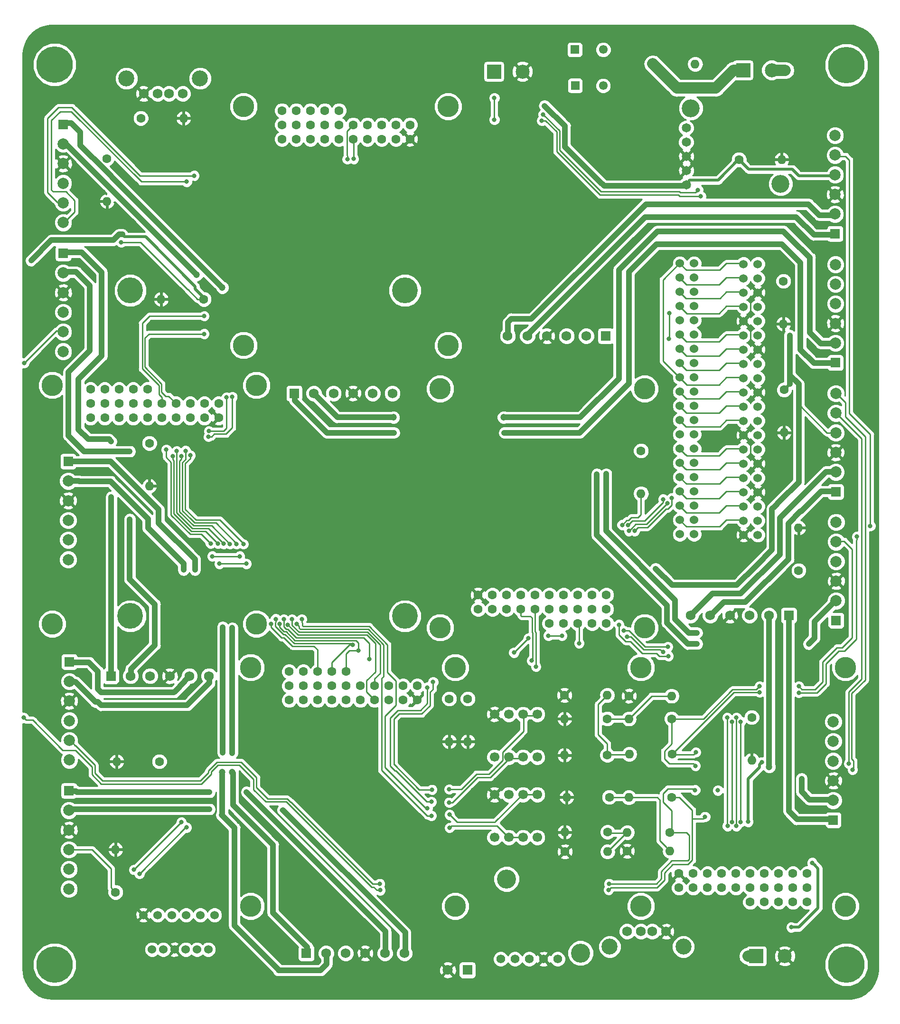
<source format=gbl>
G04 #@! TF.GenerationSoftware,KiCad,Pcbnew,(5.0.2)-1*
G04 #@! TF.CreationDate,2019-07-25T17:18:15-07:00*
G04 #@! TF.ProjectId,Control Board,436f6e74-726f-46c2-9042-6f6172642e6b,rev?*
G04 #@! TF.SameCoordinates,Original*
G04 #@! TF.FileFunction,Copper,L2,Bot*
G04 #@! TF.FilePolarity,Positive*
%FSLAX46Y46*%
G04 Gerber Fmt 4.6, Leading zero omitted, Abs format (unit mm)*
G04 Created by KiCad (PCBNEW (5.0.2)-1) date 7/25/2019 5:18:15 PM*
%MOMM*%
%LPD*%
G01*
G04 APERTURE LIST*
G04 #@! TA.AperFunction,ComponentPad*
%ADD10C,1.524000*%
G04 #@! TD*
G04 #@! TA.AperFunction,ComponentPad*
%ADD11C,1.700000*%
G04 #@! TD*
G04 #@! TA.AperFunction,ComponentPad*
%ADD12C,1.800000*%
G04 #@! TD*
G04 #@! TA.AperFunction,ComponentPad*
%ADD13R,1.800000X1.800000*%
G04 #@! TD*
G04 #@! TA.AperFunction,WasherPad*
%ADD14C,2.850000*%
G04 #@! TD*
G04 #@! TA.AperFunction,ComponentPad*
%ADD15C,1.750000*%
G04 #@! TD*
G04 #@! TA.AperFunction,ComponentPad*
%ADD16C,1.560000*%
G04 #@! TD*
G04 #@! TA.AperFunction,WasherPad*
%ADD17C,3.400000*%
G04 #@! TD*
G04 #@! TA.AperFunction,ComponentPad*
%ADD18O,1.600000X1.600000*%
G04 #@! TD*
G04 #@! TA.AperFunction,ComponentPad*
%ADD19C,1.600000*%
G04 #@! TD*
G04 #@! TA.AperFunction,ComponentPad*
%ADD20C,2.500000*%
G04 #@! TD*
G04 #@! TA.AperFunction,ComponentPad*
%ADD21R,2.500000X2.500000*%
G04 #@! TD*
G04 #@! TA.AperFunction,ComponentPad*
%ADD22R,1.750000X1.750000*%
G04 #@! TD*
G04 #@! TA.AperFunction,ComponentPad*
%ADD23C,2.000000*%
G04 #@! TD*
G04 #@! TA.AperFunction,WasherPad*
%ADD24C,4.600000*%
G04 #@! TD*
G04 #@! TA.AperFunction,WasherPad*
%ADD25C,3.200000*%
G04 #@! TD*
G04 #@! TA.AperFunction,ComponentPad*
%ADD26C,1.650000*%
G04 #@! TD*
G04 #@! TA.AperFunction,WasherPad*
%ADD27C,3.800000*%
G04 #@! TD*
G04 #@! TA.AperFunction,WasherPad*
%ADD28C,6.500000*%
G04 #@! TD*
G04 #@! TA.AperFunction,ComponentPad*
%ADD29C,1.550000*%
G04 #@! TD*
G04 #@! TA.AperFunction,ComponentPad*
%ADD30R,1.550000X1.550000*%
G04 #@! TD*
G04 #@! TA.AperFunction,ViaPad*
%ADD31C,0.800000*%
G04 #@! TD*
G04 #@! TA.AperFunction,ViaPad*
%ADD32C,1.200000*%
G04 #@! TD*
G04 #@! TA.AperFunction,Conductor*
%ADD33C,0.250000*%
G04 #@! TD*
G04 #@! TA.AperFunction,Conductor*
%ADD34C,1.000000*%
G04 #@! TD*
G04 #@! TA.AperFunction,Conductor*
%ADD35C,0.500000*%
G04 #@! TD*
G04 #@! TA.AperFunction,Conductor*
%ADD36C,2.000000*%
G04 #@! TD*
G04 #@! TA.AperFunction,Conductor*
%ADD37C,0.254000*%
G04 #@! TD*
G04 APERTURE END LIST*
D10*
G04 #@! TO.P,J10,1*
G04 #@! TO.N,+12V*
X22783800Y8547100D03*
G04 #@! TO.P,J10,2*
G04 #@! TO.N,+5V*
X24783800Y8547100D03*
G04 #@! TO.P,J10,3*
G04 #@! TO.N,GND*
X26783800Y8547100D03*
G04 #@! TO.P,J10,4*
G04 #@! TO.N,/TTL_TXD*
X28783800Y8547100D03*
G04 #@! TO.P,J10,5*
G04 #@! TO.N,/TTL_RXD*
X30783800Y8547100D03*
G04 #@! TO.P,J10,6*
G04 #@! TO.N,Net-(J10-Pad6)*
X32783800Y8547100D03*
G04 #@! TD*
D11*
G04 #@! TO.P,U2,8*
G04 #@! TO.N,+5V*
X91465400Y28511500D03*
G04 #@! TO.P,U2,7*
G04 #@! TO.N,/RC5EN2A*
X88925400Y28511500D03*
G04 #@! TO.P,U2,6*
X86385400Y28511500D03*
G04 #@! TO.P,U2,5*
G04 #@! TO.N,Net-(C15-Pad2)*
X83845400Y28511500D03*
G04 #@! TO.P,U2,4*
G04 #@! TO.N,GND*
X83845400Y36131500D03*
G04 #@! TO.P,U2,3*
G04 #@! TO.N,Net-(C13-Pad2)*
X86385400Y36131500D03*
G04 #@! TO.P,U2,2*
G04 #@! TO.N,/RC5EN1A*
X88925400Y36131500D03*
G04 #@! TO.P,U2,1*
X91465400Y36131500D03*
G04 #@! TD*
G04 #@! TO.P,U1,1*
G04 #@! TO.N,/RC4EN1A*
X91465400Y50457100D03*
G04 #@! TO.P,U1,2*
X88925400Y50457100D03*
G04 #@! TO.P,U1,3*
G04 #@! TO.N,Net-(C12-Pad2)*
X86385400Y50457100D03*
G04 #@! TO.P,U1,4*
G04 #@! TO.N,GND*
X83845400Y50457100D03*
G04 #@! TO.P,U1,5*
G04 #@! TO.N,Net-(C14-Pad2)*
X83845400Y42837100D03*
G04 #@! TO.P,U1,6*
G04 #@! TO.N,/RC4EN2A*
X86385400Y42837100D03*
G04 #@! TO.P,U1,7*
X88925400Y42837100D03*
G04 #@! TO.P,U1,8*
G04 #@! TO.N,+5V*
X91465400Y42837100D03*
G04 #@! TD*
D12*
G04 #@! TO.P,J13,2*
G04 #@! TO.N,GND*
X75519400Y4889500D03*
D13*
G04 #@! TO.P,J13,1*
G04 #@! TO.N,+12V*
X79019400Y4889500D03*
G04 #@! TD*
D14*
G04 #@! TO.P,J14,*
G04 #@! TO.N,*
X117542600Y9037500D03*
X104402600Y9037500D03*
D15*
G04 #@! TO.P,J14,4*
G04 #@! TO.N,GND*
X114472600Y11747500D03*
G04 #@! TO.P,J14,3*
G04 #@! TO.N,Net-(J14-Pad3)*
X111972600Y11747500D03*
G04 #@! TO.P,J14,2*
G04 #@! TO.N,Net-(J14-Pad2)*
X109972600Y11747500D03*
G04 #@! TO.P,J14,1*
G04 #@! TO.N,+5V*
X107472600Y11747500D03*
G04 #@! TD*
D16*
G04 #@! TO.P,J11,5*
G04 #@! TO.N,+12V*
X95123000Y6858000D03*
G04 #@! TO.P,J11,4*
G04 #@! TO.N,GND*
X92583000Y6858000D03*
G04 #@! TO.P,J11,3*
G04 #@! TO.N,+BATT*
X90043000Y6858000D03*
G04 #@! TO.P,J11,2*
G04 #@! TO.N,/12REG_EN*
X87503000Y6858000D03*
G04 #@! TO.P,J11,1*
G04 #@! TO.N,/PG*
X84963000Y6858000D03*
D17*
G04 #@! TO.P,J11,*
G04 #@! TO.N,*
X85993000Y21088000D03*
X99193000Y7888000D03*
G04 #@! TD*
D18*
G04 #@! TO.P,C17,2*
G04 #@! TO.N,GND*
X79057500Y45593000D03*
D19*
G04 #@! TO.P,C17,1*
G04 #@! TO.N,+5V*
X79057500Y53213000D03*
G04 #@! TD*
D10*
G04 #@! TO.P,J8,6*
G04 #@! TO.N,/RTS#*
X33909000Y14668500D03*
G04 #@! TO.P,J8,5*
G04 #@! TO.N,/TTL_RXD*
X31369000Y14668500D03*
G04 #@! TO.P,J8,4*
G04 #@! TO.N,/TTL_TXD*
X28829000Y14668500D03*
G04 #@! TO.P,J8,3*
G04 #@! TO.N,Net-(J8-Pad3)*
X26289000Y14668500D03*
G04 #@! TO.P,J8,2*
G04 #@! TO.N,/CTS#*
X23749000Y14668500D03*
G04 #@! TO.P,J8,1*
G04 #@! TO.N,GND*
X21209000Y14668500D03*
G04 #@! TD*
D20*
G04 #@! TO.P,J15,2*
G04 #@! TO.N,GND*
X88836500Y164973000D03*
D21*
G04 #@! TO.P,J15,1*
G04 #@! TO.N,Net-(D1-Pad1)*
X83756500Y164973000D03*
G04 #@! TD*
D15*
G04 #@! TO.P,J5,6*
G04 #@! TO.N,/RC5M2B*
X32930500Y57277000D03*
G04 #@! TO.P,J5,5*
G04 #@! TO.N,/RC5M2A*
X29430500Y57277000D03*
G04 #@! TO.P,J5,4*
G04 #@! TO.N,GND*
X25930500Y57277000D03*
G04 #@! TO.P,J5,3*
G04 #@! TO.N,+BATT*
X22430500Y57277000D03*
G04 #@! TO.P,J5,2*
G04 #@! TO.N,/RC5M1B*
X18930500Y57277000D03*
D22*
G04 #@! TO.P,J5,1*
G04 #@! TO.N,/RC5M1A*
X15430500Y57277000D03*
G04 #@! TD*
D15*
G04 #@! TO.P,J1,6*
G04 #@! TO.N,/RC1M2B*
X118834500Y68072000D03*
G04 #@! TO.P,J1,5*
G04 #@! TO.N,/RC1M2A*
X122334500Y68072000D03*
G04 #@! TO.P,J1,4*
G04 #@! TO.N,GND*
X125834500Y68072000D03*
G04 #@! TO.P,J1,3*
G04 #@! TO.N,+BATT*
X129334500Y68072000D03*
G04 #@! TO.P,J1,2*
G04 #@! TO.N,/RC1M1B*
X132834500Y68072000D03*
D22*
G04 #@! TO.P,J1,1*
G04 #@! TO.N,/RC1M1A*
X136334500Y68072000D03*
G04 #@! TD*
D15*
G04 #@! TO.P,J4,6*
G04 #@! TO.N,/RC4M2B*
X86195500Y117856000D03*
G04 #@! TO.P,J4,5*
G04 #@! TO.N,/RC4M2A*
X89695500Y117856000D03*
G04 #@! TO.P,J4,4*
G04 #@! TO.N,GND*
X93195500Y117856000D03*
G04 #@! TO.P,J4,3*
G04 #@! TO.N,+BATT*
X96695500Y117856000D03*
G04 #@! TO.P,J4,2*
G04 #@! TO.N,/RC4M1B*
X100195500Y117856000D03*
D22*
G04 #@! TO.P,J4,1*
G04 #@! TO.N,/RC4M1A*
X103695500Y117856000D03*
G04 #@! TD*
D23*
G04 #@! TO.P,J17,6*
G04 #@! TO.N,/RC1EN1B*
X144272000Y49123000D03*
G04 #@! TO.P,J17,5*
G04 #@! TO.N,/RC1EN1A*
X144272000Y45623000D03*
G04 #@! TO.P,J17,4*
G04 #@! TO.N,+5V*
X144272000Y42123000D03*
G04 #@! TO.P,J17,3*
G04 #@! TO.N,GND*
X144272000Y38623000D03*
G04 #@! TO.P,J17,2*
G04 #@! TO.N,/RC1M1B*
X144272000Y35123000D03*
D22*
G04 #@! TO.P,J17,1*
G04 #@! TO.N,/RC1M1A*
X144272000Y31623000D03*
G04 #@! TD*
D23*
G04 #@! TO.P,J25,6*
G04 #@! TO.N,Net-(J25-Pad6)*
X6921500Y115088000D03*
G04 #@! TO.P,J25,5*
G04 #@! TO.N,/RC5EN1A_RAW*
X6921500Y118588000D03*
G04 #@! TO.P,J25,4*
G04 #@! TO.N,+5V*
X6921500Y122088000D03*
G04 #@! TO.P,J25,3*
G04 #@! TO.N,GND*
X6921500Y125588000D03*
G04 #@! TO.P,J25,2*
G04 #@! TO.N,/RC5M1B*
X6921500Y129088000D03*
D22*
G04 #@! TO.P,J25,1*
G04 #@! TO.N,/RC5M1A*
X6921500Y132588000D03*
G04 #@! TD*
D23*
G04 #@! TO.P,J21,6*
G04 #@! TO.N,/RC3EN1B*
X7810500Y78004000D03*
G04 #@! TO.P,J21,5*
G04 #@! TO.N,/RC3EN1A*
X7810500Y81504000D03*
G04 #@! TO.P,J21,4*
G04 #@! TO.N,+5V*
X7810500Y85004000D03*
G04 #@! TO.P,J21,3*
G04 #@! TO.N,GND*
X7810500Y88504000D03*
G04 #@! TO.P,J21,2*
G04 #@! TO.N,/RC3M1B*
X7810500Y92004000D03*
D22*
G04 #@! TO.P,J21,1*
G04 #@! TO.N,/RC3M1A*
X7810500Y95504000D03*
G04 #@! TD*
D23*
G04 #@! TO.P,J20,6*
G04 #@! TO.N,/RC2EN2B*
X6921500Y138075000D03*
G04 #@! TO.P,J20,5*
G04 #@! TO.N,/RC2EN2A*
X6921500Y141575000D03*
G04 #@! TO.P,J20,4*
G04 #@! TO.N,+5V*
X6921500Y145075000D03*
G04 #@! TO.P,J20,3*
G04 #@! TO.N,GND*
X6921500Y148575000D03*
G04 #@! TO.P,J20,2*
G04 #@! TO.N,/RC2M2B*
X6921500Y152075000D03*
D22*
G04 #@! TO.P,J20,1*
G04 #@! TO.N,/RC2M2A*
X6921500Y155575000D03*
G04 #@! TD*
D23*
G04 #@! TO.P,J19,6*
G04 #@! TO.N,/RC2EN1B*
X144653000Y130593500D03*
G04 #@! TO.P,J19,5*
G04 #@! TO.N,/RC2EN1A*
X144653000Y127093500D03*
G04 #@! TO.P,J19,4*
G04 #@! TO.N,+5V*
X144653000Y123593500D03*
G04 #@! TO.P,J19,3*
G04 #@! TO.N,GND*
X144653000Y120093500D03*
G04 #@! TO.P,J19,2*
G04 #@! TO.N,/RC2M1B*
X144653000Y116593500D03*
D22*
G04 #@! TO.P,J19,1*
G04 #@! TO.N,/RC2M1A*
X144653000Y113093500D03*
G04 #@! TD*
D23*
G04 #@! TO.P,J24,6*
G04 #@! TO.N,Net-(J24-Pad6)*
X144589500Y153580500D03*
G04 #@! TO.P,J24,5*
G04 #@! TO.N,/RC4EN2A_RAW*
X144589500Y150080500D03*
G04 #@! TO.P,J24,4*
G04 #@! TO.N,+5V*
X144589500Y146580500D03*
G04 #@! TO.P,J24,3*
G04 #@! TO.N,GND*
X144589500Y143080500D03*
G04 #@! TO.P,J24,2*
G04 #@! TO.N,/RC4M2B*
X144589500Y139580500D03*
D22*
G04 #@! TO.P,J24,1*
G04 #@! TO.N,/RC4M2A*
X144589500Y136080500D03*
G04 #@! TD*
D23*
G04 #@! TO.P,J22,6*
G04 #@! TO.N,/RC3EN2B*
X7937500Y19330000D03*
G04 #@! TO.P,J22,5*
G04 #@! TO.N,/RC3EN2A*
X7937500Y22830000D03*
G04 #@! TO.P,J22,4*
G04 #@! TO.N,+5V*
X7937500Y26330000D03*
G04 #@! TO.P,J22,3*
G04 #@! TO.N,GND*
X7937500Y29830000D03*
G04 #@! TO.P,J22,2*
G04 #@! TO.N,/RC3M2B*
X7937500Y33330000D03*
D22*
G04 #@! TO.P,J22,1*
G04 #@! TO.N,/RC3M2A*
X7937500Y36830000D03*
G04 #@! TD*
D23*
G04 #@! TO.P,J18,6*
G04 #@! TO.N,/RC1EN2B*
X144716500Y107606500D03*
G04 #@! TO.P,J18,5*
G04 #@! TO.N,/RC1EN2A*
X144716500Y104106500D03*
G04 #@! TO.P,J18,4*
G04 #@! TO.N,+5V*
X144716500Y100606500D03*
G04 #@! TO.P,J18,3*
G04 #@! TO.N,GND*
X144716500Y97106500D03*
G04 #@! TO.P,J18,2*
G04 #@! TO.N,/RC1M2B*
X144716500Y93606500D03*
D22*
G04 #@! TO.P,J18,1*
G04 #@! TO.N,/RC1M2A*
X144716500Y90106500D03*
G04 #@! TD*
D23*
G04 #@! TO.P,J23,6*
G04 #@! TO.N,Net-(J23-Pad6)*
X144780000Y84683000D03*
G04 #@! TO.P,J23,5*
G04 #@! TO.N,/RC4EN1A_RAW*
X144780000Y81183000D03*
G04 #@! TO.P,J23,4*
G04 #@! TO.N,+5V*
X144780000Y77683000D03*
G04 #@! TO.P,J23,3*
G04 #@! TO.N,GND*
X144780000Y74183000D03*
G04 #@! TO.P,J23,2*
G04 #@! TO.N,/RC4M1B*
X144780000Y70683000D03*
D22*
G04 #@! TO.P,J23,1*
G04 #@! TO.N,/RC4M1A*
X144780000Y67183000D03*
G04 #@! TD*
D14*
G04 #@! TO.P,J12,*
G04 #@! TO.N,*
X18195000Y163746000D03*
X31335000Y163746000D03*
D15*
G04 #@! TO.P,J12,4*
G04 #@! TO.N,GND*
X21265000Y161036000D03*
G04 #@! TO.P,J12,3*
G04 #@! TO.N,Net-(J12-Pad3)*
X23765000Y161036000D03*
G04 #@! TO.P,J12,2*
G04 #@! TO.N,Net-(J12-Pad2)*
X25765000Y161036000D03*
G04 #@! TO.P,J12,1*
G04 #@! TO.N,+5V*
X28265000Y161036000D03*
G04 #@! TD*
D24*
G04 #@! TO.P,M1,*
G04 #@! TO.N,*
X18867000Y67976500D03*
X67867000Y67976500D03*
X67867000Y125976500D03*
X18867000Y125976500D03*
G04 #@! TD*
D25*
G04 #@! TO.P,J9,*
G04 #@! TO.N,*
X134876500Y144955000D03*
X118876500Y158455000D03*
D26*
G04 #@! TO.P,J9,5*
G04 #@! TO.N,+5V*
X118046500Y144765000D03*
G04 #@! TO.P,J9,4*
G04 #@! TO.N,GND*
X118046500Y147305000D03*
G04 #@! TO.P,J9,3*
X118046500Y149845000D03*
G04 #@! TO.P,J9,2*
G04 #@! TO.N,+BATT*
X118046500Y152385000D03*
G04 #@! TO.P,J9,1*
G04 #@! TO.N,/5REG_EN*
X118046500Y154925000D03*
G04 #@! TD*
D10*
G04 #@! TO.P,J7,40*
G04 #@! TO.N,/GPIO21*
X130810000Y82423000D03*
G04 #@! TO.P,J7,39*
G04 #@! TO.N,GND*
X128270000Y82423000D03*
G04 #@! TO.P,J7,38*
G04 #@! TO.N,/GPIO20*
X130810000Y84963000D03*
G04 #@! TO.P,J7,37*
G04 #@! TO.N,/GPIO26*
X128270000Y84963000D03*
G04 #@! TO.P,J7,36*
G04 #@! TO.N,/GPIO16*
X130810000Y87503000D03*
G04 #@! TO.P,J7,35*
G04 #@! TO.N,/GPIO19*
X128270000Y87503000D03*
G04 #@! TO.P,J7,34*
G04 #@! TO.N,GND*
X130810000Y90043000D03*
G04 #@! TO.P,J7,33*
G04 #@! TO.N,/GPIO13*
X128270000Y90043000D03*
G04 #@! TO.P,J7,32*
G04 #@! TO.N,/GPIO12*
X130810000Y92583000D03*
G04 #@! TO.P,J7,31*
G04 #@! TO.N,/GPIO06*
X128270000Y92583000D03*
G04 #@! TO.P,J7,30*
G04 #@! TO.N,GND*
X130810000Y95123000D03*
G04 #@! TO.P,J7,29*
G04 #@! TO.N,/GPIO05*
X128270000Y95123000D03*
G04 #@! TO.P,J7,28*
G04 #@! TO.N,/I2C_ID2*
X130810000Y97663000D03*
G04 #@! TO.P,J7,27*
G04 #@! TO.N,/I2C_ID1*
X128270000Y97663000D03*
G04 #@! TO.P,J7,26*
G04 #@! TO.N,/GPI_CE1_N*
X130810000Y100203000D03*
G04 #@! TO.P,J7,25*
G04 #@! TO.N,GND*
X128270000Y100203000D03*
G04 #@! TO.P,J7,24*
G04 #@! TO.N,/SPI_CEO_N*
X130810000Y102743000D03*
G04 #@! TO.P,J7,23*
G04 #@! TO.N,/SPI_CLK*
X128270000Y102743000D03*
G04 #@! TO.P,J7,22*
G04 #@! TO.N,/GPIO_GEN6*
X130810000Y105283000D03*
G04 #@! TO.P,J7,21*
G04 #@! TO.N,/SPI_MISO*
X128270000Y105283000D03*
G04 #@! TO.P,J7,20*
G04 #@! TO.N,GND*
X130810000Y107823000D03*
G04 #@! TO.P,J7,19*
G04 #@! TO.N,/SPI_MOSI*
X128270000Y107823000D03*
G04 #@! TO.P,J7,18*
G04 #@! TO.N,/GPIO_GEN5*
X130810000Y110363000D03*
G04 #@! TO.P,J7,17*
G04 #@! TO.N,/3.3V*
X128270000Y110363000D03*
G04 #@! TO.P,J7,16*
G04 #@! TO.N,Net-(J7-Pad16)*
X130810000Y112903000D03*
G04 #@! TO.P,J7,15*
G04 #@! TO.N,/GPIO_GEN3*
X128270000Y112903000D03*
G04 #@! TO.P,J7,14*
G04 #@! TO.N,GND*
X130810000Y115443000D03*
G04 #@! TO.P,J7,13*
G04 #@! TO.N,/GPIO_GEN2*
X128270000Y115443000D03*
G04 #@! TO.P,J7,12*
G04 #@! TO.N,/GPIO_GEN1*
X130810000Y117983000D03*
G04 #@! TO.P,J7,11*
G04 #@! TO.N,/GPIO_GEN0*
X128270000Y117983000D03*
G04 #@! TO.P,J7,10*
G04 #@! TO.N,/RXD*
X130810000Y120523000D03*
G04 #@! TO.P,J7,9*
G04 #@! TO.N,GND*
X128270000Y120523000D03*
G04 #@! TO.P,J7,8*
G04 #@! TO.N,/TXD*
X130810000Y123063000D03*
G04 #@! TO.P,J7,7*
G04 #@! TO.N,/GPIO_CLK*
X128270000Y123063000D03*
G04 #@! TO.P,J7,6*
G04 #@! TO.N,GND*
X130810000Y125603000D03*
G04 #@! TO.P,J7,5*
G04 #@! TO.N,/SCL1*
X128270000Y125603000D03*
G04 #@! TO.P,J7,4*
G04 #@! TO.N,/PI_5V*
X130810000Y128143000D03*
G04 #@! TO.P,J7,3*
G04 #@! TO.N,/SDA1*
X128270000Y128143000D03*
G04 #@! TO.P,J7,2*
G04 #@! TO.N,/PI_5V*
X130810000Y130683000D03*
G04 #@! TO.P,J7,1*
G04 #@! TO.N,/3.3V*
X128270000Y130683000D03*
G04 #@! TD*
G04 #@! TO.P,J6,40*
G04 #@! TO.N,/GPIO21*
X119443500Y82540500D03*
G04 #@! TO.P,J6,39*
G04 #@! TO.N,Net-(J6-Pad39)*
X116903500Y82540500D03*
G04 #@! TO.P,J6,38*
G04 #@! TO.N,/GPIO20*
X119443500Y85080500D03*
G04 #@! TO.P,J6,37*
G04 #@! TO.N,/GPIO26*
X116903500Y85080500D03*
G04 #@! TO.P,J6,36*
G04 #@! TO.N,/GPIO16*
X119443500Y87620500D03*
G04 #@! TO.P,J6,35*
G04 #@! TO.N,/GPIO19*
X116903500Y87620500D03*
G04 #@! TO.P,J6,34*
G04 #@! TO.N,Net-(J6-Pad34)*
X119443500Y90160500D03*
G04 #@! TO.P,J6,33*
G04 #@! TO.N,/GPIO13*
X116903500Y90160500D03*
G04 #@! TO.P,J6,32*
G04 #@! TO.N,/GPIO12*
X119443500Y92700500D03*
G04 #@! TO.P,J6,31*
G04 #@! TO.N,/GPIO06*
X116903500Y92700500D03*
G04 #@! TO.P,J6,30*
G04 #@! TO.N,Net-(J6-Pad30)*
X119443500Y95240500D03*
G04 #@! TO.P,J6,29*
G04 #@! TO.N,/GPIO05*
X116903500Y95240500D03*
G04 #@! TO.P,J6,28*
G04 #@! TO.N,/I2C_ID2*
X119443500Y97780500D03*
G04 #@! TO.P,J6,27*
G04 #@! TO.N,/I2C_ID1*
X116903500Y97780500D03*
G04 #@! TO.P,J6,26*
G04 #@! TO.N,/GPI_CE1_N*
X119443500Y100320500D03*
G04 #@! TO.P,J6,25*
G04 #@! TO.N,Net-(J6-Pad25)*
X116903500Y100320500D03*
G04 #@! TO.P,J6,24*
G04 #@! TO.N,/SPI_CEO_N*
X119443500Y102860500D03*
G04 #@! TO.P,J6,23*
G04 #@! TO.N,/SPI_CLK*
X116903500Y102860500D03*
G04 #@! TO.P,J6,22*
G04 #@! TO.N,/GPIO_GEN6*
X119443500Y105400500D03*
G04 #@! TO.P,J6,21*
G04 #@! TO.N,/SPI_MISO*
X116903500Y105400500D03*
G04 #@! TO.P,J6,20*
G04 #@! TO.N,Net-(J6-Pad20)*
X119443500Y107940500D03*
G04 #@! TO.P,J6,19*
G04 #@! TO.N,/SPI_MOSI*
X116903500Y107940500D03*
G04 #@! TO.P,J6,18*
G04 #@! TO.N,/GPIO_GEN5*
X119443500Y110480500D03*
G04 #@! TO.P,J6,17*
G04 #@! TO.N,/3.3V*
X116903500Y110480500D03*
G04 #@! TO.P,J6,16*
G04 #@! TO.N,/E_STOP*
X119443500Y113020500D03*
G04 #@! TO.P,J6,15*
G04 #@! TO.N,/GPIO_GEN3*
X116903500Y113020500D03*
G04 #@! TO.P,J6,14*
G04 #@! TO.N,Net-(J6-Pad14)*
X119443500Y115560500D03*
G04 #@! TO.P,J6,13*
G04 #@! TO.N,/GPIO_GEN2*
X116903500Y115560500D03*
G04 #@! TO.P,J6,12*
G04 #@! TO.N,/GPIO_GEN1*
X119443500Y118100500D03*
G04 #@! TO.P,J6,11*
G04 #@! TO.N,/GPIO_GEN0*
X116903500Y118100500D03*
G04 #@! TO.P,J6,10*
G04 #@! TO.N,/RXD*
X119443500Y120640500D03*
G04 #@! TO.P,J6,9*
G04 #@! TO.N,Net-(J6-Pad9)*
X116903500Y120640500D03*
G04 #@! TO.P,J6,8*
G04 #@! TO.N,/TXD*
X119443500Y123180500D03*
G04 #@! TO.P,J6,7*
G04 #@! TO.N,/GPIO_CLK*
X116903500Y123180500D03*
G04 #@! TO.P,J6,6*
G04 #@! TO.N,Net-(J6-Pad6)*
X119443500Y125720500D03*
G04 #@! TO.P,J6,5*
G04 #@! TO.N,/SCL1*
X116903500Y125720500D03*
G04 #@! TO.P,J6,4*
G04 #@! TO.N,/PI_5V*
X119443500Y128260500D03*
G04 #@! TO.P,J6,3*
G04 #@! TO.N,/SDA1*
X116903500Y128260500D03*
G04 #@! TO.P,J6,2*
G04 #@! TO.N,/PI_5V*
X119443500Y130800500D03*
G04 #@! TO.P,J6,1*
G04 #@! TO.N,/3.3V*
X116903500Y130800500D03*
G04 #@! TD*
D18*
G04 #@! TO.P,C3,2*
G04 #@! TO.N,GND*
X135509000Y100647500D03*
D19*
G04 #@! TO.P,C3,1*
G04 #@! TO.N,+5V*
X135509000Y108267500D03*
G04 #@! TD*
D18*
G04 #@! TO.P,C5,2*
G04 #@! TO.N,GND*
X14732000Y141859000D03*
D19*
G04 #@! TO.P,C5,1*
G04 #@! TO.N,+5V*
X14732000Y149479000D03*
G04 #@! TD*
D18*
G04 #@! TO.P,C4,2*
G04 #@! TO.N,GND*
X135382000Y120015000D03*
D19*
G04 #@! TO.P,C4,1*
G04 #@! TO.N,+5V*
X135382000Y127635000D03*
G04 #@! TD*
D18*
G04 #@! TO.P,C2,2*
G04 #@! TO.N,GND*
X129730500Y42291000D03*
D19*
G04 #@! TO.P,C2,1*
G04 #@! TO.N,+5V*
X129730500Y49911000D03*
G04 #@! TD*
D18*
G04 #@! TO.P,C1,2*
G04 #@! TO.N,GND*
X28384500Y156654500D03*
D19*
G04 #@! TO.P,C1,1*
G04 #@! TO.N,+5V*
X20764500Y156654500D03*
G04 #@! TD*
D23*
G04 #@! TO.P,J26,6*
G04 #@! TO.N,Net-(J26-Pad6)*
X8001000Y42317000D03*
G04 #@! TO.P,J26,5*
G04 #@! TO.N,/RC5EN2A_RAW*
X8001000Y45817000D03*
G04 #@! TO.P,J26,4*
G04 #@! TO.N,+5V*
X8001000Y49317000D03*
G04 #@! TO.P,J26,3*
G04 #@! TO.N,GND*
X8001000Y52817000D03*
G04 #@! TO.P,J26,2*
G04 #@! TO.N,/RC5M2B*
X8001000Y56317000D03*
D22*
G04 #@! TO.P,J26,1*
G04 #@! TO.N,/RC5M2A*
X8001000Y59817000D03*
G04 #@! TD*
D27*
G04 #@! TO.P,RC4,*
G04 #@! TO.N,*
X110617000Y108458000D03*
X74168000Y108458000D03*
X110617000Y65913000D03*
X74168000Y65913000D03*
D19*
G04 #@! TO.P,RC4,25*
G04 #@! TO.N,Net-(RC4-Pad25)*
X103788000Y66643000D03*
G04 #@! TO.P,RC4,24*
G04 #@! TO.N,Net-(RC4-Pad24)*
X101248000Y66643000D03*
G04 #@! TO.P,RC4,23*
G04 #@! TO.N,/E_STOP*
X98708000Y66643000D03*
G04 #@! TO.P,RC4,22*
G04 #@! TO.N,/RXD*
X96168000Y66643000D03*
G04 #@! TO.P,RC4,21*
G04 #@! TO.N,/TXD*
X93628000Y66643000D03*
G04 #@! TO.P,RC4,20*
G04 #@! TO.N,Net-(RC4-Pad20)*
X103788000Y71723000D03*
G04 #@! TO.P,RC4,19*
G04 #@! TO.N,Net-(RC4-Pad19)*
X103788000Y69183000D03*
G04 #@! TO.P,RC4,18*
G04 #@! TO.N,Net-(RC4-Pad18)*
X101248000Y71723000D03*
G04 #@! TO.P,RC4,17*
G04 #@! TO.N,Net-(RC4-Pad17)*
X101248000Y69183000D03*
G04 #@! TO.P,RC4,16*
G04 #@! TO.N,Net-(RC4-Pad16)*
X98708000Y71723000D03*
G04 #@! TO.P,RC4,15*
G04 #@! TO.N,Net-(RC4-Pad15)*
X98708000Y69183000D03*
G04 #@! TO.P,RC4,14*
G04 #@! TO.N,Net-(RC4-Pad14)*
X96168000Y71723000D03*
G04 #@! TO.P,RC4,13*
G04 #@! TO.N,Net-(RC4-Pad13)*
X96168000Y69183000D03*
G04 #@! TO.P,RC4,12*
G04 #@! TO.N,Net-(RC4-Pad12)*
X93628000Y71723000D03*
G04 #@! TO.P,RC4,11*
G04 #@! TO.N,Net-(RC4-Pad11)*
X93628000Y69183000D03*
G04 #@! TO.P,RC4,10*
G04 #@! TO.N,Net-(RC4-Pad10)*
X91088000Y71723000D03*
G04 #@! TO.P,RC4,9*
G04 #@! TO.N,/RC4EN2A*
X91088000Y69183000D03*
G04 #@! TO.P,RC4,8*
G04 #@! TO.N,Net-(RC4-Pad8)*
X88548000Y71723000D03*
G04 #@! TO.P,RC4,7*
G04 #@! TO.N,/RC4EN1A*
X88548000Y69183000D03*
G04 #@! TO.P,RC4,6*
G04 #@! TO.N,Net-(RC4-Pad6)*
X86008000Y71723000D03*
G04 #@! TO.P,RC4,5*
G04 #@! TO.N,Net-(RC4-Pad5)*
X86008000Y69183000D03*
G04 #@! TO.P,RC4,4*
G04 #@! TO.N,Net-(RC4-Pad4)*
X83468000Y71723000D03*
G04 #@! TO.P,RC4,3*
G04 #@! TO.N,Net-(RC4-Pad3)*
X83468000Y69183000D03*
G04 #@! TO.P,RC4,2*
G04 #@! TO.N,GND*
X80928000Y71723000D03*
G04 #@! TO.P,RC4,1*
G04 #@! TO.N,+5V*
X80928000Y69183000D03*
G04 #@! TD*
D18*
G04 #@! TO.P,R8,2*
G04 #@! TO.N,GND*
X96329500Y43180000D03*
D19*
G04 #@! TO.P,R8,1*
G04 #@! TO.N,Net-(C14-Pad2)*
X103949500Y43180000D03*
G04 #@! TD*
D27*
G04 #@! TO.P,RC2,*
G04 #@! TO.N,*
X39116000Y116205000D03*
X75565000Y116205000D03*
X39116000Y158750000D03*
X75565000Y158750000D03*
D19*
G04 #@! TO.P,RC2,25*
G04 #@! TO.N,Net-(RC2-Pad25)*
X45945000Y158020000D03*
G04 #@! TO.P,RC2,24*
G04 #@! TO.N,Net-(RC2-Pad24)*
X48485000Y158020000D03*
G04 #@! TO.P,RC2,23*
G04 #@! TO.N,/E_STOP*
X51025000Y158020000D03*
G04 #@! TO.P,RC2,22*
G04 #@! TO.N,/RXD*
X53565000Y158020000D03*
G04 #@! TO.P,RC2,21*
G04 #@! TO.N,/TXD*
X56105000Y158020000D03*
G04 #@! TO.P,RC2,20*
G04 #@! TO.N,Net-(RC2-Pad20)*
X45945000Y152940000D03*
G04 #@! TO.P,RC2,19*
G04 #@! TO.N,Net-(RC2-Pad19)*
X45945000Y155480000D03*
G04 #@! TO.P,RC2,18*
G04 #@! TO.N,Net-(RC2-Pad18)*
X48485000Y152940000D03*
G04 #@! TO.P,RC2,17*
G04 #@! TO.N,Net-(RC2-Pad17)*
X48485000Y155480000D03*
G04 #@! TO.P,RC2,16*
G04 #@! TO.N,Net-(RC2-Pad16)*
X51025000Y152940000D03*
G04 #@! TO.P,RC2,15*
G04 #@! TO.N,Net-(RC2-Pad15)*
X51025000Y155480000D03*
G04 #@! TO.P,RC2,14*
G04 #@! TO.N,Net-(RC2-Pad14)*
X53565000Y152940000D03*
G04 #@! TO.P,RC2,13*
G04 #@! TO.N,Net-(RC2-Pad13)*
X53565000Y155480000D03*
G04 #@! TO.P,RC2,12*
G04 #@! TO.N,Net-(RC2-Pad12)*
X56105000Y152940000D03*
G04 #@! TO.P,RC2,11*
G04 #@! TO.N,Net-(RC2-Pad11)*
X56105000Y155480000D03*
G04 #@! TO.P,RC2,10*
G04 #@! TO.N,/RC2EN2B*
X58645000Y152940000D03*
G04 #@! TO.P,RC2,9*
G04 #@! TO.N,/RC2EN2A*
X58645000Y155480000D03*
G04 #@! TO.P,RC2,8*
G04 #@! TO.N,/RC2EN1B*
X61185000Y152940000D03*
G04 #@! TO.P,RC2,7*
G04 #@! TO.N,/RC2EN1A*
X61185000Y155480000D03*
G04 #@! TO.P,RC2,6*
G04 #@! TO.N,Net-(RC2-Pad6)*
X63725000Y152940000D03*
G04 #@! TO.P,RC2,5*
G04 #@! TO.N,Net-(RC2-Pad5)*
X63725000Y155480000D03*
G04 #@! TO.P,RC2,4*
G04 #@! TO.N,Net-(RC2-Pad4)*
X66265000Y152940000D03*
G04 #@! TO.P,RC2,3*
G04 #@! TO.N,Net-(RC2-Pad3)*
X66265000Y155480000D03*
G04 #@! TO.P,RC2,2*
G04 #@! TO.N,GND*
X68805000Y152940000D03*
G04 #@! TO.P,RC2,1*
G04 #@! TO.N,+5V*
X68805000Y155480000D03*
G04 #@! TD*
D27*
G04 #@! TO.P,RC1,*
G04 #@! TO.N,*
X146431000Y58801000D03*
X109982000Y58801000D03*
X146431000Y16256000D03*
X109982000Y16256000D03*
D19*
G04 #@! TO.P,RC1,25*
G04 #@! TO.N,Net-(RC1-Pad25)*
X139602000Y16986000D03*
G04 #@! TO.P,RC1,24*
G04 #@! TO.N,Net-(RC1-Pad24)*
X137062000Y16986000D03*
G04 #@! TO.P,RC1,23*
G04 #@! TO.N,/E_STOP*
X134522000Y16986000D03*
G04 #@! TO.P,RC1,22*
G04 #@! TO.N,/RXD*
X131982000Y16986000D03*
G04 #@! TO.P,RC1,21*
G04 #@! TO.N,/TXD*
X129442000Y16986000D03*
G04 #@! TO.P,RC1,20*
G04 #@! TO.N,Net-(RC1-Pad20)*
X139602000Y22066000D03*
G04 #@! TO.P,RC1,19*
G04 #@! TO.N,Net-(RC1-Pad19)*
X139602000Y19526000D03*
G04 #@! TO.P,RC1,18*
G04 #@! TO.N,Net-(RC1-Pad18)*
X137062000Y22066000D03*
G04 #@! TO.P,RC1,17*
G04 #@! TO.N,Net-(RC1-Pad17)*
X137062000Y19526000D03*
G04 #@! TO.P,RC1,16*
G04 #@! TO.N,Net-(RC1-Pad16)*
X134522000Y22066000D03*
G04 #@! TO.P,RC1,15*
G04 #@! TO.N,Net-(RC1-Pad15)*
X134522000Y19526000D03*
G04 #@! TO.P,RC1,14*
G04 #@! TO.N,Net-(RC1-Pad14)*
X131982000Y22066000D03*
G04 #@! TO.P,RC1,13*
G04 #@! TO.N,Net-(RC1-Pad13)*
X131982000Y19526000D03*
G04 #@! TO.P,RC1,12*
G04 #@! TO.N,Net-(RC1-Pad12)*
X129442000Y22066000D03*
G04 #@! TO.P,RC1,11*
G04 #@! TO.N,Net-(RC1-Pad11)*
X129442000Y19526000D03*
G04 #@! TO.P,RC1,10*
G04 #@! TO.N,/RC1EN2B*
X126902000Y22066000D03*
G04 #@! TO.P,RC1,9*
G04 #@! TO.N,/RC1EN2A*
X126902000Y19526000D03*
G04 #@! TO.P,RC1,8*
G04 #@! TO.N,/RC1EN1B*
X124362000Y22066000D03*
G04 #@! TO.P,RC1,7*
G04 #@! TO.N,/RC1EN1A*
X124362000Y19526000D03*
G04 #@! TO.P,RC1,6*
G04 #@! TO.N,Net-(RC1-Pad6)*
X121822000Y22066000D03*
G04 #@! TO.P,RC1,5*
G04 #@! TO.N,Net-(RC1-Pad5)*
X121822000Y19526000D03*
G04 #@! TO.P,RC1,4*
G04 #@! TO.N,Net-(RC1-Pad4)*
X119282000Y22066000D03*
G04 #@! TO.P,RC1,3*
G04 #@! TO.N,Net-(RC1-Pad3)*
X119282000Y19526000D03*
G04 #@! TO.P,RC1,2*
G04 #@! TO.N,GND*
X116742000Y22066000D03*
G04 #@! TO.P,RC1,1*
G04 #@! TO.N,+5V*
X116742000Y19526000D03*
G04 #@! TD*
D18*
G04 #@! TO.P,C10,2*
G04 #@! TO.N,GND*
X24384000Y124396500D03*
D19*
G04 #@! TO.P,C10,1*
G04 #@! TO.N,+5V*
X32004000Y124396500D03*
G04 #@! TD*
D18*
G04 #@! TO.P,C9,2*
G04 #@! TO.N,GND*
X135064500Y149288500D03*
D19*
G04 #@! TO.P,C9,1*
G04 #@! TO.N,+5V*
X127444500Y149288500D03*
G04 #@! TD*
D18*
G04 #@! TO.P,C8,2*
G04 #@! TO.N,GND*
X138099800Y83680300D03*
D19*
G04 #@! TO.P,C8,1*
G04 #@! TO.N,+5V*
X138099800Y76060300D03*
G04 #@! TD*
D18*
G04 #@! TO.P,C7,2*
G04 #@! TO.N,GND*
X16256000Y26352500D03*
D19*
G04 #@! TO.P,C7,1*
G04 #@! TO.N,+5V*
X16256000Y18732500D03*
G04 #@! TD*
D18*
G04 #@! TO.P,C6,2*
G04 #@! TO.N,GND*
X22288500Y91122500D03*
D19*
G04 #@! TO.P,C6,1*
G04 #@! TO.N,+5V*
X22288500Y98742500D03*
G04 #@! TD*
D18*
G04 #@! TO.P,C12,2*
G04 #@! TO.N,Net-(C12-Pad2)*
X115443000Y53721000D03*
D19*
G04 #@! TO.P,C12,1*
G04 #@! TO.N,GND*
X107823000Y53721000D03*
G04 #@! TD*
D18*
G04 #@! TO.P,C13,2*
G04 #@! TO.N,Net-(C13-Pad2)*
X115125500Y26098500D03*
D19*
G04 #@! TO.P,C13,1*
G04 #@! TO.N,GND*
X107505500Y26098500D03*
G04 #@! TD*
D18*
G04 #@! TO.P,C14,2*
G04 #@! TO.N,Net-(C14-Pad2)*
X103949500Y53848000D03*
D19*
G04 #@! TO.P,C14,1*
G04 #@! TO.N,GND*
X96329500Y53848000D03*
G04 #@! TD*
D18*
G04 #@! TO.P,C15,2*
G04 #@! TO.N,Net-(C15-Pad2)*
X104013000Y25971500D03*
D19*
G04 #@! TO.P,C15,1*
G04 #@! TO.N,GND*
X96393000Y25971500D03*
G04 #@! TD*
D18*
G04 #@! TO.P,C11,2*
G04 #@! TO.N,GND*
X16446500Y42037000D03*
D19*
G04 #@! TO.P,C11,1*
G04 #@! TO.N,+5V*
X24066500Y42037000D03*
G04 #@! TD*
D18*
G04 #@! TO.P,C16,2*
G04 #@! TO.N,GND*
X75755500Y45593000D03*
D19*
G04 #@! TO.P,C16,1*
G04 #@! TO.N,+5V*
X75755500Y53213000D03*
G04 #@! TD*
D18*
G04 #@! TO.P,R10,2*
G04 #@! TO.N,GND*
X96393000Y29464000D03*
D19*
G04 #@! TO.P,R10,1*
G04 #@! TO.N,Net-(C15-Pad2)*
X104013000Y29464000D03*
G04 #@! TD*
D27*
G04 #@! TO.P,RC3,*
G04 #@! TO.N,*
X40386000Y16256000D03*
X76835000Y16256000D03*
X40386000Y58801000D03*
X76835000Y58801000D03*
D19*
G04 #@! TO.P,RC3,25*
G04 #@! TO.N,Net-(RC3-Pad25)*
X47215000Y58071000D03*
G04 #@! TO.P,RC3,24*
G04 #@! TO.N,Net-(RC3-Pad24)*
X49755000Y58071000D03*
G04 #@! TO.P,RC3,23*
G04 #@! TO.N,/E_STOP*
X52295000Y58071000D03*
G04 #@! TO.P,RC3,22*
G04 #@! TO.N,/RXD*
X54835000Y58071000D03*
G04 #@! TO.P,RC3,21*
G04 #@! TO.N,/TXD*
X57375000Y58071000D03*
G04 #@! TO.P,RC3,20*
G04 #@! TO.N,Net-(RC3-Pad20)*
X47215000Y52991000D03*
G04 #@! TO.P,RC3,19*
G04 #@! TO.N,Net-(RC3-Pad19)*
X47215000Y55531000D03*
G04 #@! TO.P,RC3,18*
G04 #@! TO.N,Net-(RC3-Pad18)*
X49755000Y52991000D03*
G04 #@! TO.P,RC3,17*
G04 #@! TO.N,Net-(RC3-Pad17)*
X49755000Y55531000D03*
G04 #@! TO.P,RC3,16*
G04 #@! TO.N,Net-(RC3-Pad16)*
X52295000Y52991000D03*
G04 #@! TO.P,RC3,15*
G04 #@! TO.N,Net-(RC3-Pad15)*
X52295000Y55531000D03*
G04 #@! TO.P,RC3,14*
G04 #@! TO.N,Net-(RC3-Pad14)*
X54835000Y52991000D03*
G04 #@! TO.P,RC3,13*
G04 #@! TO.N,Net-(RC3-Pad13)*
X54835000Y55531000D03*
G04 #@! TO.P,RC3,12*
G04 #@! TO.N,Net-(RC3-Pad12)*
X57375000Y52991000D03*
G04 #@! TO.P,RC3,11*
G04 #@! TO.N,Net-(RC3-Pad11)*
X57375000Y55531000D03*
G04 #@! TO.P,RC3,10*
G04 #@! TO.N,/RC3EN2B*
X59915000Y52991000D03*
G04 #@! TO.P,RC3,9*
G04 #@! TO.N,/RC3EN2A*
X59915000Y55531000D03*
G04 #@! TO.P,RC3,8*
G04 #@! TO.N,/RC3EN1B*
X62455000Y52991000D03*
G04 #@! TO.P,RC3,7*
G04 #@! TO.N,/RC3EN1A*
X62455000Y55531000D03*
G04 #@! TO.P,RC3,6*
G04 #@! TO.N,Net-(RC3-Pad6)*
X64995000Y52991000D03*
G04 #@! TO.P,RC3,5*
G04 #@! TO.N,Net-(RC3-Pad5)*
X64995000Y55531000D03*
G04 #@! TO.P,RC3,4*
G04 #@! TO.N,Net-(RC3-Pad4)*
X67535000Y52991000D03*
G04 #@! TO.P,RC3,3*
G04 #@! TO.N,Net-(RC3-Pad3)*
X67535000Y55531000D03*
G04 #@! TO.P,RC3,2*
G04 #@! TO.N,GND*
X70075000Y52991000D03*
G04 #@! TO.P,RC3,1*
G04 #@! TO.N,+5V*
X70075000Y55531000D03*
G04 #@! TD*
D27*
G04 #@! TO.P,RC5,*
G04 #@! TO.N,*
X4953000Y66548000D03*
X41402000Y66548000D03*
X4953000Y109093000D03*
X41402000Y109093000D03*
D19*
G04 #@! TO.P,RC5,25*
G04 #@! TO.N,Net-(RC5-Pad25)*
X11782000Y108363000D03*
G04 #@! TO.P,RC5,24*
G04 #@! TO.N,Net-(RC5-Pad24)*
X14322000Y108363000D03*
G04 #@! TO.P,RC5,23*
G04 #@! TO.N,/E_STOP*
X16862000Y108363000D03*
G04 #@! TO.P,RC5,22*
G04 #@! TO.N,/RXD*
X19402000Y108363000D03*
G04 #@! TO.P,RC5,21*
G04 #@! TO.N,/TXD*
X21942000Y108363000D03*
G04 #@! TO.P,RC5,20*
G04 #@! TO.N,Net-(RC5-Pad20)*
X11782000Y103283000D03*
G04 #@! TO.P,RC5,19*
G04 #@! TO.N,Net-(RC5-Pad19)*
X11782000Y105823000D03*
G04 #@! TO.P,RC5,18*
G04 #@! TO.N,Net-(RC5-Pad18)*
X14322000Y103283000D03*
G04 #@! TO.P,RC5,17*
G04 #@! TO.N,Net-(RC5-Pad17)*
X14322000Y105823000D03*
G04 #@! TO.P,RC5,16*
G04 #@! TO.N,Net-(RC5-Pad16)*
X16862000Y103283000D03*
G04 #@! TO.P,RC5,15*
G04 #@! TO.N,Net-(RC5-Pad15)*
X16862000Y105823000D03*
G04 #@! TO.P,RC5,14*
G04 #@! TO.N,Net-(RC5-Pad14)*
X19402000Y103283000D03*
G04 #@! TO.P,RC5,13*
G04 #@! TO.N,Net-(RC5-Pad13)*
X19402000Y105823000D03*
G04 #@! TO.P,RC5,12*
G04 #@! TO.N,Net-(RC5-Pad12)*
X21942000Y103283000D03*
G04 #@! TO.P,RC5,11*
G04 #@! TO.N,Net-(RC5-Pad11)*
X21942000Y105823000D03*
G04 #@! TO.P,RC5,10*
G04 #@! TO.N,Net-(RC5-Pad10)*
X24482000Y103283000D03*
G04 #@! TO.P,RC5,9*
G04 #@! TO.N,/RC5EN2A*
X24482000Y105823000D03*
G04 #@! TO.P,RC5,8*
G04 #@! TO.N,Net-(RC5-Pad8)*
X27022000Y103283000D03*
G04 #@! TO.P,RC5,7*
G04 #@! TO.N,/RC5EN1A*
X27022000Y105823000D03*
G04 #@! TO.P,RC5,6*
G04 #@! TO.N,Net-(RC5-Pad6)*
X29562000Y103283000D03*
G04 #@! TO.P,RC5,5*
G04 #@! TO.N,Net-(RC5-Pad5)*
X29562000Y105823000D03*
G04 #@! TO.P,RC5,4*
G04 #@! TO.N,Net-(RC5-Pad4)*
X32102000Y103283000D03*
G04 #@! TO.P,RC5,3*
G04 #@! TO.N,Net-(RC5-Pad3)*
X32102000Y105823000D03*
G04 #@! TO.P,RC5,2*
G04 #@! TO.N,GND*
X34642000Y103283000D03*
G04 #@! TO.P,RC5,1*
G04 #@! TO.N,+5V*
X34642000Y105823000D03*
G04 #@! TD*
D28*
G04 #@! TO.P,MH1,*
G04 #@! TO.N,*
X5379600Y5849600D03*
G04 #@! TD*
G04 #@! TO.P,MH2,*
G04 #@! TO.N,*
X5379600Y166227500D03*
G04 #@! TD*
G04 #@! TO.P,MH3,*
G04 #@! TO.N,*
X146620400Y166140400D03*
G04 #@! TD*
G04 #@! TO.P,MH4,*
G04 #@! TO.N,*
X146602000Y5849600D03*
G04 #@! TD*
D29*
G04 #@! TO.P,D1,2*
G04 #@! TO.N,Net-(D1-Pad2)*
X103234500Y162458400D03*
D30*
G04 #@! TO.P,D1,1*
G04 #@! TO.N,Net-(D1-Pad1)*
X98234500Y162458400D03*
G04 #@! TD*
D29*
G04 #@! TO.P,F1,2*
G04 #@! TO.N,Net-(D1-Pad2)*
X103251000Y168871900D03*
D30*
G04 #@! TO.P,F1,1*
G04 #@! TO.N,Net-(D1-Pad1)*
X98171000Y168871900D03*
G04 #@! TD*
D20*
G04 #@! TO.P,J16,2*
G04 #@! TO.N,+BATT*
X133286500Y165227000D03*
D21*
G04 #@! TO.P,J16,1*
G04 #@! TO.N,Net-(D1-Pad2)*
X128206500Y165227000D03*
G04 #@! TD*
D20*
G04 #@! TO.P,J16,2*
G04 #@! TO.N,GND*
X135636000Y7366000D03*
D21*
G04 #@! TO.P,J16,1*
G04 #@! TO.N,+BATT*
X130556000Y7366000D03*
G04 #@! TD*
D18*
G04 #@! TO.P,R2,2*
G04 #@! TO.N,+BATT*
X119634000Y166306500D03*
D19*
G04 #@! TO.P,R2,1*
G04 #@! TO.N,Net-(D1-Pad2)*
X112014000Y166306500D03*
G04 #@! TD*
D18*
G04 #@! TO.P,R1,2*
G04 #@! TO.N,+5V*
X109982000Y89789000D03*
D19*
G04 #@! TO.P,R1,1*
G04 #@! TO.N,/RXD*
X109982000Y97409000D03*
G04 #@! TD*
D18*
G04 #@! TO.P,R6,2*
G04 #@! TO.N,GND*
X96710500Y35687000D03*
D19*
G04 #@! TO.P,R6,1*
G04 #@! TO.N,Net-(C13-Pad2)*
X104330500Y35687000D03*
G04 #@! TD*
D18*
G04 #@! TO.P,R7,2*
G04 #@! TO.N,Net-(C14-Pad2)*
X107886500Y43370500D03*
D19*
G04 #@! TO.P,R7,1*
G04 #@! TO.N,/RC4EN2A_RAW*
X115506500Y43370500D03*
G04 #@! TD*
D18*
G04 #@! TO.P,R9,2*
G04 #@! TO.N,Net-(C15-Pad2)*
X107505500Y29400500D03*
D19*
G04 #@! TO.P,R9,1*
G04 #@! TO.N,/RC5EN2A_RAW*
X115125500Y29400500D03*
G04 #@! TD*
D18*
G04 #@! TO.P,R5,2*
G04 #@! TO.N,Net-(C13-Pad2)*
X107823000Y35623500D03*
D19*
G04 #@! TO.P,R5,1*
G04 #@! TO.N,/RC5EN1A_RAW*
X115443000Y35623500D03*
G04 #@! TD*
D18*
G04 #@! TO.P,R4,2*
G04 #@! TO.N,GND*
X96329500Y49657000D03*
D19*
G04 #@! TO.P,R4,1*
G04 #@! TO.N,Net-(C12-Pad2)*
X103949500Y49657000D03*
G04 #@! TD*
D18*
G04 #@! TO.P,R3,2*
G04 #@! TO.N,Net-(C12-Pad2)*
X107823000Y49657000D03*
D19*
G04 #@! TO.P,R3,1*
G04 #@! TO.N,/RC4EN1A_RAW*
X115443000Y49657000D03*
G04 #@! TD*
D15*
G04 #@! TO.P,J3,6*
G04 #@! TO.N,/RC3M2B*
X67792000Y7874000D03*
G04 #@! TO.P,J3,5*
G04 #@! TO.N,/RC3M2A*
X64292000Y7874000D03*
G04 #@! TO.P,J3,4*
G04 #@! TO.N,GND*
X60792000Y7874000D03*
G04 #@! TO.P,J3,3*
G04 #@! TO.N,+BATT*
X57292000Y7874000D03*
G04 #@! TO.P,J3,2*
G04 #@! TO.N,/RC3M1B*
X53792000Y7874000D03*
D22*
G04 #@! TO.P,J3,1*
G04 #@! TO.N,/RC3M1A*
X50292000Y7874000D03*
G04 #@! TD*
D15*
G04 #@! TO.P,J2,6*
G04 #@! TO.N,/RC2M2B*
X65633000Y107632500D03*
G04 #@! TO.P,J2,5*
G04 #@! TO.N,/RC2M2A*
X62133000Y107632500D03*
G04 #@! TO.P,J2,4*
G04 #@! TO.N,GND*
X58633000Y107632500D03*
G04 #@! TO.P,J2,3*
G04 #@! TO.N,+BATT*
X55133000Y107632500D03*
G04 #@! TO.P,J2,2*
G04 #@! TO.N,/RC2M1B*
X51633000Y107632500D03*
D22*
G04 #@! TO.P,J2,1*
G04 #@! TO.N,/RC2M1A*
X48133000Y107632500D03*
G04 #@! TD*
D31*
G04 #@! TO.N,/RC1M1B*
X138620500Y38989000D03*
D32*
X132834500Y41092000D03*
D31*
G04 #@! TO.N,/RC1EN2B*
X147701000Y40576500D03*
G04 #@! TO.N,/RC1EN2A*
X147066000Y41656000D03*
D32*
G04 #@! TO.N,/RC2M2B*
X30734000Y128778000D03*
G04 #@! TO.N,/RC2M2A*
X35306000Y126492000D03*
G04 #@! TO.N,/RC2M1B*
X65811400Y103352600D03*
X85483700Y103352600D03*
D31*
G04 #@! TO.N,/RC2M1A*
X85598000Y100609400D03*
X65913000Y100609400D03*
G04 #@! TO.N,/RC2EN1A*
X120142000Y143891000D03*
X92519500Y157353000D03*
G04 #@! TO.N,/RC2EN2A*
X30289500Y146431000D03*
X57594500Y149352000D03*
G04 #@! TO.N,/RC2EN2B*
X28956000Y145351500D03*
X58737500Y149415500D03*
G04 #@! TO.N,/RC2EN1B*
X120650000Y142748000D03*
X92265500Y156210000D03*
G04 #@! TO.N,/RC4EN1A_RAW*
X138112500Y55435500D03*
X131127500Y55435500D03*
X119697500Y41275000D03*
G04 #@! TO.N,GND*
X89382600Y12979400D03*
X82270600Y151307800D03*
G04 #@! TO.N,/RC5EN1A_RAW*
X-63500Y113030000D03*
X-127000Y49847500D03*
X63436500Y19113500D03*
X104203500Y19177000D03*
X121412000Y32194500D03*
G04 #@! TO.N,/RC4EN2A_RAW*
X150876000Y84010500D03*
X148463000Y82105500D03*
X138112500Y54292500D03*
X131127500Y54356000D03*
X119761000Y43688000D03*
G04 #@! TO.N,/RC5EN2A_RAW*
X63373000Y20256500D03*
X104267000Y20256500D03*
X119634000Y36957000D03*
G04 #@! TO.N,/RXD*
X95885000Y64452500D03*
X93472000Y64452500D03*
X58547000Y62801500D03*
X106870500Y65341500D03*
X114744500Y62484000D03*
X26453000Y96451071D03*
X34485650Y80884544D03*
X44815000Y67437000D03*
X127000000Y49847500D03*
X127000000Y30543500D03*
X107696000Y84201000D03*
X113919000Y88773000D03*
G04 #@! TO.N,+5V*
X89916000Y64008000D03*
X87312500Y61441500D03*
X106045000Y66421000D03*
X114871500Y60806500D03*
X61531500Y60261500D03*
X17462500Y135953500D03*
X92773500Y158877000D03*
X1206500Y131318000D03*
X28003500Y96456500D03*
X36661629Y80799097D03*
X46265000Y67373500D03*
X125349000Y49847500D03*
X125412500Y30543500D03*
X131508500Y41910000D03*
X129095500Y31305500D03*
X140525500Y24003000D03*
X136779000Y12509500D03*
X136525000Y117983000D03*
X112585500Y76390500D03*
X133350000Y79756000D03*
X106616500Y84201000D03*
X17272000Y134556500D03*
G04 #@! TO.N,/TXD*
X115062000Y121920000D03*
X114935000Y117348000D03*
X59563000Y61849000D03*
X107479000Y64298403D03*
X113919000Y61531500D03*
X27178000Y97345500D03*
X35560000Y80835500D03*
X45540000Y66548000D03*
X126174500Y31242000D03*
X126174500Y49085500D03*
X107823000Y83121500D03*
X114681000Y88074500D03*
G04 #@! TO.N,/RC4EN1A*
X72898000Y56197500D03*
X72707500Y37020500D03*
X75755500Y37084000D03*
X90487500Y60007500D03*
G04 #@! TO.N,/RC4EN2A*
X71882000Y55245000D03*
X72580500Y34861500D03*
X75755500Y34734500D03*
X91249500Y58928000D03*
G04 #@! TO.N,/RC3EN1B*
X39560500Y77279500D03*
X34798000Y77279500D03*
X46990000Y66421000D03*
G04 #@! TO.N,/RC3EN2B*
X20510500Y22034500D03*
X28892500Y30289500D03*
G04 #@! TO.N,/RC3EN2A*
X28003500Y31242000D03*
X19528000Y22766500D03*
G04 #@! TO.N,/RC3EN1A*
X38417500Y78613000D03*
X33528000Y78613000D03*
X47715000Y67373500D03*
G04 #@! TO.N,/RC5EN2A*
X29591000Y96583500D03*
X39052500Y80772000D03*
X37065461Y107005247D03*
X32816304Y99904443D03*
X49466500Y67373500D03*
X75819000Y30226000D03*
X71882000Y33718500D03*
X32067500Y121412000D03*
G04 #@! TO.N,/RC5EN1A*
X28728500Y97409000D03*
X37846000Y80772000D03*
X36068000Y106934000D03*
X32893000Y100901500D03*
X48577500Y66548000D03*
X72580500Y32385000D03*
X75819000Y32575500D03*
X32067500Y118237000D03*
G04 #@! TO.N,/RC5M1A*
X15494000Y89154000D03*
X15494000Y99060000D03*
G04 #@! TO.N,/RC4M1B*
X139890500Y62992000D03*
X119951500Y62992000D03*
X102108000Y93218000D03*
G04 #@! TO.N,/RC4M1A*
X119951500Y64960500D03*
X103759000Y93281500D03*
G04 #@! TO.N,/RC3M2A*
X39624000Y36576000D03*
X33020000Y36576000D03*
G04 #@! TO.N,/RC3M2B*
X45974000Y33401000D03*
X33020000Y33528000D03*
D32*
G04 #@! TO.N,/RC3M1B*
X35306000Y40132000D03*
D31*
X35306000Y43561000D03*
X28384500Y76200000D03*
X35369500Y65976500D03*
D32*
G04 #@! TO.N,/RC3M1A*
X37084000Y40132000D03*
D31*
X37084000Y43561000D03*
X37020500Y65913000D03*
X30416500Y76200000D03*
G04 #@! TO.N,/RC5M1B*
X18796000Y85217000D03*
X18796000Y97282000D03*
G04 #@! TO.N,Net-(D1-Pad1)*
X83820000Y160274000D03*
X83820000Y156400500D03*
G04 #@! TO.N,/E_STOP*
X98933000Y63119000D03*
X25310000Y97599500D03*
X33210500Y80899000D03*
X44005500Y66548000D03*
X127762000Y49149000D03*
X127762000Y31242000D03*
X115443000Y88963500D03*
X108836194Y83109388D03*
G04 #@! TO.N,Net-(T14-Pad1)*
X123698000Y36893500D03*
G04 #@! TD*
D33*
G04 #@! TO.N,/RC1M1A*
X143655000Y31750000D02*
X144780000Y31750000D01*
D34*
X137795000Y31750000D02*
X143655000Y31750000D01*
X136334500Y68008500D02*
X136334500Y33210500D01*
X136334500Y33210500D02*
X137795000Y31750000D01*
G04 #@! TO.N,/RC1M1B*
X132834500Y41092000D02*
X132834500Y68008500D01*
D33*
X143365787Y35250000D02*
X143358287Y35242500D01*
D34*
X144780000Y35250000D02*
X143365787Y35250000D01*
X143358287Y35242500D02*
X140017500Y35242500D01*
X140017500Y35242500D02*
X138620500Y36639500D01*
X138620500Y36639500D02*
X138620500Y38989000D01*
D33*
G04 #@! TO.N,/RC1EN2B*
X144780000Y107670000D02*
X146431000Y106019000D01*
X146431000Y106019000D02*
X146431000Y103505000D01*
X146431000Y103505000D02*
X149987000Y99949000D01*
X149987000Y99949000D02*
X149987000Y56578500D01*
X147574000Y54165500D02*
X147574000Y53594000D01*
X149987000Y56578500D02*
X147574000Y54165500D01*
X147574000Y53594000D02*
X147574000Y42481500D01*
X147574000Y42481500D02*
X147891500Y42164000D01*
X147891500Y42164000D02*
X147891500Y40767000D01*
X147891500Y40767000D02*
X147701000Y40576500D01*
G04 #@! TO.N,/RC1EN2A*
X147066000Y41656000D02*
X147066000Y54419500D01*
X147066000Y54419500D02*
X149352000Y56705500D01*
X149352000Y99598000D02*
X144780000Y104170000D01*
X149352000Y56705500D02*
X149352000Y99598000D01*
G04 #@! TO.N,/RC1M2B*
X119709499Y68883499D02*
X119709499Y68909499D01*
D34*
X118834500Y68008500D02*
X119709499Y68883499D01*
X119709499Y68909499D02*
X122745500Y71945500D01*
X143009500Y93670000D02*
X144780000Y93670000D01*
X137033000Y87693500D02*
X143009500Y93670000D01*
X122745500Y71945500D02*
X127762000Y71945500D01*
X127762000Y71945500D02*
X134747000Y78930500D01*
X134747000Y85407500D02*
X137033000Y87693500D01*
X134747000Y78930500D02*
X134747000Y85407500D01*
G04 #@! TO.N,/RC1M2A*
X142113000Y90170000D02*
X144780000Y90170000D01*
X138557000Y86614000D02*
X142113000Y90170000D01*
D33*
X123209499Y68883499D02*
X123239499Y68883499D01*
D34*
X122334500Y68008500D02*
X123209499Y68883499D01*
X123239499Y68883499D02*
X124777500Y70421500D01*
X124777500Y70421500D02*
X128206500Y70421500D01*
D33*
X128206500Y70421500D02*
X128587500Y70421500D01*
D34*
X128587500Y70421500D02*
X136271000Y78105000D01*
X136271000Y78105000D02*
X136271000Y84455000D01*
D33*
X138430000Y86614000D02*
X138557000Y86614000D01*
D34*
X136271000Y84455000D02*
X138430000Y86614000D01*
G04 #@! TO.N,/RC2M2B*
X14986000Y144526000D02*
X20320000Y139192000D01*
X20320000Y139192000D02*
X30734000Y128778000D01*
X14986000Y144526000D02*
X13335000Y146177000D01*
X13335000Y146177000D02*
X9906000Y149606000D01*
X9898500Y149606000D02*
X7239000Y152265500D01*
D33*
X9906000Y149606000D02*
X9898500Y149606000D01*
G04 #@! TO.N,/RC2M2A*
X16637000Y145161000D02*
X16637000Y145542000D01*
D34*
X35306000Y126492000D02*
X16637000Y145161000D01*
X16637000Y145161000D02*
X14414500Y147383500D01*
X8364000Y155765500D02*
X9969500Y154160000D01*
X7239000Y155765500D02*
X8364000Y155765500D01*
X9969500Y151828500D02*
X14414500Y147383500D01*
X9969500Y154160000D02*
X9969500Y151828500D01*
G04 #@! TO.N,/RC2M1B*
X51760000Y107442000D02*
X55824000Y103378000D01*
X142042000Y116530000D02*
X144780000Y116530000D01*
X136652000Y135255000D02*
X140081000Y131826000D01*
X140081000Y131826000D02*
X140081000Y118491000D01*
X140081000Y118491000D02*
X142042000Y116530000D01*
X112903000Y136525000D02*
X106463000Y130085000D01*
X136652000Y135255000D02*
X135382000Y136525000D01*
X135382000Y136525000D02*
X112903000Y136525000D01*
X55824000Y103378000D02*
X65786000Y103378000D01*
D33*
X65786000Y103378000D02*
X65811400Y103352600D01*
X85496400Y103339900D02*
X85483700Y103352600D01*
D34*
X99123500Y103339900D02*
X85496400Y103339900D01*
D33*
X99123500Y103339900D02*
X99148900Y103339900D01*
D34*
X106045000Y110261400D02*
X99123500Y103339900D01*
X106463000Y130085000D02*
X106045000Y129667000D01*
X106045000Y129667000D02*
X106045000Y110261400D01*
G04 #@! TO.N,/RC2M1A*
X48260000Y106317000D02*
X52596000Y101981000D01*
X48260000Y107442000D02*
X48260000Y106317000D01*
X140843000Y113030000D02*
X144780000Y113030000D01*
X107823000Y129286000D02*
X112776000Y134239000D01*
X112776000Y134239000D02*
X135128000Y134239000D01*
X138430000Y130937000D02*
X138430000Y115443000D01*
X135128000Y134239000D02*
X138430000Y130937000D01*
X138430000Y115443000D02*
X140843000Y113030000D01*
D33*
X52710300Y101866700D02*
X52596000Y101981000D01*
D34*
X107823000Y129286000D02*
X107823000Y112483900D01*
X99060000Y100609400D02*
X85598000Y100609400D01*
X53967600Y100609400D02*
X52596000Y101981000D01*
X65913000Y100609400D02*
X53967600Y100609400D01*
X107823000Y109372400D02*
X99060000Y100609400D01*
X107823000Y112483900D02*
X107823000Y109372400D01*
D33*
G04 #@! TO.N,/RC2EN1A*
X119675499Y143424499D02*
X120142000Y143891000D01*
X119675499Y143424499D02*
X117052501Y143424499D01*
X117052501Y143424499D02*
X116989001Y143424499D01*
X116989001Y143424499D02*
X116840000Y143573500D01*
X116840000Y143573500D02*
X102806500Y143573500D01*
X102806500Y143573500D02*
X95440500Y150939500D01*
X95440500Y150939500D02*
X95440500Y154432000D01*
X95440500Y154432000D02*
X92519500Y157353000D01*
G04 #@! TO.N,/RC2EN2A*
X5824787Y141765500D02*
X4127500Y143462787D01*
X7239000Y141765500D02*
X5824787Y141765500D01*
X4127500Y143462787D02*
X4127500Y156654500D01*
X4127500Y156654500D02*
X6096000Y158623000D01*
X6096000Y158623000D02*
X8445500Y158623000D01*
X8445500Y158623000D02*
X20637500Y146431000D01*
X20637500Y146431000D02*
X30289500Y146431000D01*
X57845001Y154680001D02*
X58645000Y155480000D01*
X57519999Y154354999D02*
X57845001Y154680001D01*
X57519999Y149992186D02*
X57519999Y154354999D01*
X57594500Y149917685D02*
X57519999Y149992186D01*
X57594500Y149352000D02*
X57594500Y149917685D01*
G04 #@! TO.N,/RC2EN2B*
X8238999Y139265499D02*
X8264999Y139265499D01*
X7239000Y138265500D02*
X8238999Y139265499D01*
X8264999Y139265499D02*
X8953500Y139954000D01*
X8953500Y142012002D02*
X7392002Y143573500D01*
X8953500Y139954000D02*
X8953500Y142012002D01*
X7392002Y143573500D02*
X5143500Y143573500D01*
X5143500Y143573500D02*
X4826000Y143891000D01*
X4826000Y143891000D02*
X4826000Y156273500D01*
X4826000Y156273500D02*
X6413500Y157861000D01*
X6413500Y157861000D02*
X8255000Y157861000D01*
X20842002Y145351500D02*
X28956000Y145351500D01*
X8255000Y157861000D02*
X8332502Y157861000D01*
X8332502Y157861000D02*
X20842002Y145351500D01*
X58737500Y152847500D02*
X58645000Y152940000D01*
X58737500Y149415500D02*
X58737500Y152847500D01*
G04 #@! TO.N,/RC2EN1B*
X116903500Y142748000D02*
X116677011Y142974489D01*
X120650000Y142748000D02*
X116903500Y142748000D01*
X92964000Y156210000D02*
X92265500Y156210000D01*
X116677011Y142974489D02*
X102707011Y142974489D01*
X102707011Y142974489D02*
X94932500Y150749000D01*
X94932500Y150749000D02*
X94932500Y154241500D01*
X94932500Y154241500D02*
X92964000Y156210000D01*
G04 #@! TO.N,/RC4EN1A_RAW*
X130556000Y54864000D02*
X131127500Y55435500D01*
X126301500Y54864000D02*
X130556000Y54864000D01*
X115482927Y49647565D02*
X121085065Y49647565D01*
X121085065Y49647565D02*
X126301500Y54864000D01*
X138684000Y54864000D02*
X138112500Y55435500D01*
X142367000Y56197500D02*
X141033500Y54864000D01*
X142367000Y59753500D02*
X142367000Y56197500D01*
X146194213Y81310000D02*
X147637500Y79866713D01*
X144780000Y81310000D02*
X146194213Y81310000D01*
X147637500Y79866713D02*
X147637500Y64071500D01*
X147637500Y64071500D02*
X145859500Y62293500D01*
X141033500Y54864000D02*
X138684000Y54864000D01*
X145859500Y62293500D02*
X144907000Y62293500D01*
X144907000Y62293500D02*
X142367000Y59753500D01*
X115482927Y49647565D02*
X115482927Y45188427D01*
X115482927Y45188427D02*
X114173000Y43878500D01*
X114173000Y43878500D02*
X114173000Y42481500D01*
X114173000Y42481500D02*
X114998500Y41656000D01*
X114998500Y41656000D02*
X118300500Y41656000D01*
X118300500Y41656000D02*
X119316500Y41656000D01*
X119316500Y41656000D02*
X119697500Y41275000D01*
G04 #@! TO.N,GND*
X128054100Y100317300D02*
X129141101Y99230299D01*
X129832101Y95999299D02*
X130594100Y95237300D01*
X129507099Y122090299D02*
X129507099Y124630299D01*
X129806701Y116319299D02*
X129540000Y116586000D01*
X129832101Y116319299D02*
X129806701Y116319299D01*
X129540000Y116586000D02*
X129540000Y119151400D01*
X129507099Y124630299D02*
X130594100Y125717300D01*
X130594100Y115557300D02*
X129832101Y116319299D01*
X129540000Y119151400D02*
X128054100Y120637300D01*
X128054100Y120637300D02*
X129507099Y122090299D01*
X129832101Y95999299D02*
X129806701Y95999299D01*
X129806701Y95999299D02*
X129540000Y96266000D01*
X129540000Y98831400D02*
X129141101Y99230299D01*
X129540000Y96266000D02*
X129540000Y98831400D01*
G04 #@! TO.N,/RC5EN1A_RAW*
X7175500Y118778500D02*
X5685000Y118778500D01*
X5685000Y118778500D02*
X-63500Y113030000D01*
X119126000Y33401000D02*
X116849435Y35677565D01*
X46736000Y34861500D02*
X61912500Y19685000D01*
X9080500Y44069000D02*
X12065000Y41084500D01*
X1479499Y49447501D02*
X6858000Y44069000D01*
X6858000Y44069000D02*
X9080500Y44069000D01*
X33337500Y39814500D02*
X33337500Y40259000D01*
X-127000Y49847500D02*
X272999Y49447501D01*
X33337500Y40259000D02*
X34480500Y41402000D01*
X272999Y49447501D02*
X1479499Y49447501D01*
X40894000Y38862000D02*
X40894000Y37020500D01*
X12065000Y39687500D02*
X13716000Y38036500D01*
X13716000Y38036500D02*
X31559500Y38036500D01*
X116849435Y35677565D02*
X115482927Y35677565D01*
X31559500Y38036500D02*
X33337500Y39814500D01*
X12065000Y41084500D02*
X12065000Y39687500D01*
X34480500Y41402000D02*
X38354000Y41402000D01*
X38354000Y41402000D02*
X40894000Y38862000D01*
X40894000Y37020500D02*
X43053000Y34861500D01*
X43053000Y34861500D02*
X46736000Y34861500D01*
X62299315Y19685000D02*
X61912500Y19685000D01*
X62870815Y19113500D02*
X62299315Y19685000D01*
X63436500Y19113500D02*
X62870815Y19113500D01*
X121031000Y31813500D02*
X121412000Y32194500D01*
X119126000Y31813500D02*
X121031000Y31813500D01*
X119126000Y31813500D02*
X119126000Y33401000D01*
X119126000Y27178000D02*
X119126000Y31813500D01*
X119126000Y24447500D02*
X119126000Y27178000D01*
X118364000Y23685500D02*
X119126000Y24447500D01*
X104603499Y19576999D02*
X112858499Y19576999D01*
X104203500Y19177000D02*
X104603499Y19576999D01*
X112858499Y19576999D02*
X114173000Y20891500D01*
X114173000Y20891500D02*
X114173000Y22225000D01*
X114173000Y22225000D02*
X115633500Y23685500D01*
X115633500Y23685500D02*
X118364000Y23685500D01*
G04 #@! TO.N,/RC4EN2A_RAW*
X148463000Y81539815D02*
X148399500Y81476315D01*
X148463000Y82105500D02*
X148463000Y81539815D01*
X148399500Y81476315D02*
X148399500Y63881000D01*
X148399500Y63881000D02*
X146240500Y61722000D01*
X146240500Y61722000D02*
X145224500Y61722000D01*
X145224500Y61722000D02*
X142938500Y59436000D01*
X142938500Y59436000D02*
X142938500Y55880000D01*
X142938500Y55880000D02*
X141351000Y54292500D01*
X141351000Y54292500D02*
X138112500Y54292500D01*
X126541362Y54356000D02*
X115482927Y43297565D01*
X131127500Y54356000D02*
X126541362Y54356000D01*
X146464500Y149890000D02*
X144780000Y149890000D01*
X147129500Y149225000D02*
X146464500Y149890000D01*
X147129500Y104076500D02*
X147129500Y149225000D01*
X150876000Y84010500D02*
X150876000Y100330000D01*
X150876000Y100330000D02*
X147129500Y104076500D01*
X115482927Y43297565D02*
X119370565Y43297565D01*
X119370565Y43297565D02*
X119761000Y43688000D01*
G04 #@! TO.N,/RC5EN2A_RAW*
X47561500Y34798000D02*
X62103000Y20256500D01*
X12573000Y41402000D02*
X12573000Y40005000D01*
X41402000Y39179500D02*
X41402000Y37401500D01*
X12573000Y40005000D02*
X13970000Y38608000D01*
X43434000Y35369500D02*
X46864410Y35369500D01*
X8064500Y45880500D02*
X9064499Y44880501D01*
X9064499Y44880501D02*
X9094499Y44880501D01*
X31369000Y38608000D02*
X32829500Y40068500D01*
X32829500Y40068500D02*
X32829500Y40387410D01*
X32829500Y40387410D02*
X34352090Y41910000D01*
X9094499Y44880501D02*
X12573000Y41402000D01*
X34352090Y41910000D02*
X38671500Y41910000D01*
X38671500Y41910000D02*
X41402000Y39179500D01*
X13970000Y38608000D02*
X31369000Y38608000D01*
X41402000Y37401500D02*
X43434000Y35369500D01*
X46864410Y35369500D02*
X47435910Y34798000D01*
X47435910Y34798000D02*
X47561500Y34798000D01*
X115482927Y30458935D02*
X115443000Y30498862D01*
X115482927Y29327565D02*
X115482927Y30458935D01*
X115443000Y30498862D02*
X115443000Y33274000D01*
X115443000Y33274000D02*
X113919000Y34798000D01*
X113919000Y34798000D02*
X113919000Y36322000D01*
X113919000Y36322000D02*
X114744500Y37147500D01*
X114744500Y37147500D02*
X116776500Y37147500D01*
X62103000Y20256500D02*
X63373000Y20256500D01*
X116776500Y37147500D02*
X119443500Y37147500D01*
X119443500Y37147500D02*
X119634000Y36957000D01*
X118554500Y24638000D02*
X118554500Y28892500D01*
X118300500Y24384000D02*
X118554500Y24638000D01*
X118554500Y28892500D02*
X118046500Y29400500D01*
X117157500Y24384000D02*
X118300500Y24384000D01*
X118046500Y29400500D02*
X115125500Y29400500D01*
X112712500Y20256500D02*
X113601500Y21145500D01*
X113601500Y21145500D02*
X113601500Y22479000D01*
X113601500Y22479000D02*
X115482927Y24360427D01*
X104267000Y20256500D02*
X112712500Y20256500D01*
X115482927Y24360427D02*
X117133927Y24360427D01*
X117133927Y24360427D02*
X117157500Y24384000D01*
G04 #@! TO.N,/RXD*
X95885000Y64452500D02*
X93472000Y64452500D01*
X54835000Y59202370D02*
X54835000Y58071000D01*
X54835000Y59655185D02*
X54835000Y59202370D01*
X110680500Y62484000D02*
X114744500Y62484000D01*
X106870500Y65341500D02*
X107823000Y65341500D01*
X107823000Y65341500D02*
X110680500Y62484000D01*
X32312194Y83058000D02*
X34485650Y80884544D01*
X29781500Y83058000D02*
X32312194Y83058000D01*
X26670000Y86169500D02*
X29781500Y83058000D01*
X26670000Y95668386D02*
X26670000Y86169500D01*
X26453000Y96451071D02*
X26453000Y95885386D01*
X26453000Y95885386D02*
X26670000Y95668386D01*
X58293000Y63055500D02*
X58547000Y62801500D01*
X44815000Y67437000D02*
X44815000Y66871315D01*
X44815000Y66871315D02*
X44767500Y66823815D01*
X44767500Y66823815D02*
X44767500Y66103500D01*
X44767500Y66103500D02*
X46164500Y64706500D01*
X46164500Y64706500D02*
X46482000Y64706500D01*
X48133000Y63055500D02*
X58293000Y63055500D01*
X46482000Y64706500D02*
X48133000Y63055500D01*
X57981315Y62801500D02*
X54835000Y59655185D01*
X58547000Y62801500D02*
X57981315Y62801500D01*
X127000000Y49847500D02*
X127000000Y30543500D01*
X107696000Y84201000D02*
X108458000Y84963000D01*
X108458000Y84963000D02*
X110617000Y84963000D01*
X110617000Y84963000D02*
X113919000Y88265000D01*
X113919000Y88265000D02*
X113919000Y88773000D01*
G04 #@! TO.N,+5V*
X89916000Y64008000D02*
X87349500Y61441500D01*
X87349500Y61441500D02*
X87312500Y61441500D01*
X106045000Y66421000D02*
X106045000Y64643000D01*
X106045000Y64643000D02*
X107251500Y63436500D01*
X107251500Y63436500D02*
X108077000Y63436500D01*
X108077000Y63436500D02*
X110172500Y61341000D01*
X110172500Y61341000D02*
X112712500Y61341000D01*
X112712500Y61341000D02*
X113247000Y60806500D01*
X113247000Y60806500D02*
X114871500Y60806500D01*
X61531500Y60261500D02*
X61531500Y62039500D01*
D35*
X117983000Y144907000D02*
X118681500Y145605500D01*
X118681500Y145605500D02*
X123761500Y145605500D01*
X123761500Y145669000D02*
X127508000Y149415500D01*
X30480000Y126238000D02*
X32067500Y124650500D01*
X30480000Y126682500D02*
X30480000Y126238000D01*
X21608999Y135553501D02*
X30480000Y126682500D01*
X17462500Y135953500D02*
X17862499Y135553501D01*
X17862499Y135553501D02*
X21608999Y135553501D01*
D34*
X102568001Y145399499D02*
X96393000Y151574500D01*
X96393000Y151574500D02*
X96393000Y155257500D01*
X96393000Y155257500D02*
X92773500Y158877000D01*
X103393000Y144574500D02*
X102568001Y145399499D01*
X117983000Y144574500D02*
X103393000Y144574500D01*
X16896815Y135953500D02*
X15880815Y134937500D01*
X17462500Y135953500D02*
X16896815Y135953500D01*
X15880815Y134937500D02*
X4826000Y134937500D01*
X4826000Y134937500D02*
X1206500Y131318000D01*
D33*
X33386726Y84074000D02*
X36661629Y80799097D01*
X30162500Y84074000D02*
X33386726Y84074000D01*
X27686000Y86550500D02*
X30162500Y84074000D01*
X27686000Y95573315D02*
X27686000Y86550500D01*
X28003500Y96456500D02*
X28003500Y95890815D01*
X28003500Y95890815D02*
X27686000Y95573315D01*
X46265000Y66072998D02*
X46678998Y65659000D01*
X46265000Y67373500D02*
X46265000Y66072998D01*
X46678998Y65659000D02*
X46990000Y65659000D01*
X48519510Y64129490D02*
X60521010Y64129490D01*
X46990000Y65659000D02*
X48519510Y64129490D01*
X61531500Y63119000D02*
X61531500Y62039500D01*
X60521010Y64129490D02*
X61531500Y63119000D01*
X125349000Y49847500D02*
X125349000Y30607000D01*
X125349000Y30607000D02*
X125412500Y30543500D01*
D35*
X131108501Y41510001D02*
X131108501Y41002001D01*
X131508500Y41910000D02*
X131108501Y41510001D01*
X131108501Y41002001D02*
X129095500Y38989000D01*
X129095500Y38989000D02*
X129095500Y31305500D01*
X140525500Y24003000D02*
X140925499Y23603001D01*
X140925499Y23603001D02*
X141541500Y22987000D01*
X141541500Y22987000D02*
X141541500Y15938500D01*
X141541500Y15938500D02*
X138112500Y12509500D01*
X138112500Y12509500D02*
X136779000Y12509500D01*
D34*
X136525000Y117983000D02*
X136525000Y110871000D01*
X136525000Y110871000D02*
X138112500Y109283500D01*
X138112500Y91821000D02*
X134747000Y88455500D01*
D35*
X136525000Y109283500D02*
X135509000Y108267500D01*
D34*
X136525000Y110871000D02*
X136525000Y109283500D01*
X130492500Y76898500D02*
X127063500Y73469500D01*
X127063500Y73469500D02*
X115506500Y73469500D01*
X115506500Y73469500D02*
X112585500Y76390500D01*
D33*
X130492500Y76898500D02*
X130429000Y76835000D01*
D34*
X133794500Y87503000D02*
X134747000Y88455500D01*
X133350000Y87058500D02*
X133794500Y87503000D01*
X130492500Y76898500D02*
X133350000Y79756000D01*
X133350000Y79756000D02*
X133350000Y87058500D01*
X133350000Y79756000D02*
X133350000Y79756000D01*
D33*
X106616500Y84201000D02*
X107442000Y85026500D01*
X107442000Y85026500D02*
X107759500Y85026500D01*
X107759500Y85026500D02*
X108267500Y85534500D01*
X108267500Y85534500D02*
X109474000Y85534500D01*
X109982000Y86042500D02*
X109982000Y89789000D01*
X109474000Y85534500D02*
X109982000Y86042500D01*
D35*
X144780000Y146390000D02*
X138153500Y146390000D01*
D33*
X17335500Y134620000D02*
X17272000Y134556500D01*
X144757500Y100647500D02*
X144780000Y100670000D01*
X138112500Y105664000D02*
X138112500Y107124500D01*
X143170000Y100606500D02*
X138112500Y105664000D01*
X144716500Y100606500D02*
X143170000Y100606500D01*
D34*
X138112500Y109283500D02*
X138112500Y107124500D01*
X138112500Y107124500D02*
X138112500Y91821000D01*
D33*
X15456001Y19532499D02*
X15456001Y22961499D01*
X16256000Y18732500D02*
X15456001Y19532499D01*
X12087500Y26330000D02*
X7937500Y26330000D01*
X15456001Y22961499D02*
X12087500Y26330000D01*
D35*
X136969500Y147574000D02*
X138153500Y146390000D01*
X127444500Y149288500D02*
X129159000Y147574000D01*
X129159000Y147574000D02*
X136969500Y147574000D01*
D33*
X30872630Y124396500D02*
X29146500Y126122630D01*
X32004000Y124396500D02*
X30872630Y124396500D01*
X29146500Y126122630D02*
X29134870Y126122630D01*
X20701000Y134556500D02*
X17272000Y134556500D01*
X29134870Y126122630D02*
X20701000Y134556500D01*
G04 #@! TO.N,/TXD*
X115062000Y121920000D02*
X115062000Y117475000D01*
X115062000Y117475000D02*
X114935000Y117348000D01*
X58928000Y61849000D02*
X59563000Y61849000D01*
X57975500Y61849000D02*
X58928000Y61849000D01*
X57375000Y58071000D02*
X57375000Y61248500D01*
X57375000Y61248500D02*
X57975500Y61849000D01*
X113519001Y61931499D02*
X113429999Y61931499D01*
X113919000Y61531500D02*
X113519001Y61931499D01*
X113429999Y61931499D02*
X113385498Y61976000D01*
X113385498Y61976000D02*
X110490000Y61976000D01*
X108167597Y64298403D02*
X107479000Y64298403D01*
X110490000Y61976000D02*
X108167597Y64298403D01*
X27178000Y88455500D02*
X27178000Y97345500D01*
X27178000Y86360000D02*
X27178000Y88455500D01*
X29972000Y83566000D02*
X27178000Y86360000D01*
X35560000Y80835500D02*
X32829500Y83566000D01*
X32829500Y83566000D02*
X29972000Y83566000D01*
X45540000Y65982315D02*
X46313324Y65208991D01*
X45540000Y66548000D02*
X45540000Y65982315D01*
X46313324Y65208991D02*
X46678009Y65208991D01*
X46678009Y65208991D02*
X48260000Y63627000D01*
X48260000Y63627000D02*
X59118500Y63627000D01*
X59563000Y63182500D02*
X59563000Y61849000D01*
X59118500Y63627000D02*
X59563000Y63182500D01*
X126174500Y31242000D02*
X126174500Y49085500D01*
X107823000Y83121500D02*
X108222999Y83521499D01*
X108222999Y83521499D02*
X109029500Y84328000D01*
X109029500Y84328000D02*
X110934500Y84328000D01*
X110934500Y84328000D02*
X114681000Y88074500D01*
D36*
G04 #@! TO.N,+BATT*
X133350000Y165188900D02*
X135724900Y165188900D01*
X130556000Y7366000D02*
X129056000Y7366000D01*
D33*
G04 #@! TO.N,/RC4EN1A*
X65913000Y41465500D02*
X65913000Y49593500D01*
X65913000Y49593500D02*
X66865500Y50546000D01*
X66865500Y50546000D02*
X70802500Y50546000D01*
X70802500Y50546000D02*
X70866000Y50546000D01*
X72332010Y52012010D02*
X72332010Y54361510D01*
X70866000Y50546000D02*
X72332010Y52012010D01*
X72332010Y54361510D02*
X72898000Y54927500D01*
X72898000Y54927500D02*
X72898000Y56197500D01*
X85299299Y42221797D02*
X85299299Y43706799D01*
X82892002Y39814500D02*
X85299299Y42221797D01*
X89014300Y47421800D02*
X89014300Y50215800D01*
X85299299Y43706799D02*
X89014300Y47421800D01*
X90216381Y50215800D02*
X91554300Y50215800D01*
X89014300Y50215800D02*
X90216381Y50215800D01*
X65913000Y41465500D02*
X65976500Y41465500D01*
X65976500Y41465500D02*
X70421500Y37020500D01*
X70421500Y37020500D02*
X72707500Y37020500D01*
X80835500Y39814500D02*
X82892002Y39814500D01*
X80708500Y39814500D02*
X80835500Y39814500D01*
X80708500Y39814500D02*
X80645000Y39814500D01*
X80645000Y39814500D02*
X77914500Y37084000D01*
X77914500Y37084000D02*
X75755500Y37084000D01*
X88548000Y68051630D02*
X88548000Y69183000D01*
X90678000Y64960500D02*
X90551000Y65087500D01*
X90551000Y65087500D02*
X90551000Y67627500D01*
X90551000Y67627500D02*
X90233500Y67945000D01*
X90233500Y67945000D02*
X88654630Y67945000D01*
X88654630Y67945000D02*
X88548000Y68051630D01*
X90678000Y64960500D02*
X90678000Y60198000D01*
X90678000Y60198000D02*
X90487500Y60007500D01*
G04 #@! TO.N,/RC4EN2A*
X66167000Y40386000D02*
X66103500Y40386000D01*
X65214500Y41275000D02*
X65214500Y49784000D01*
X66103500Y40386000D02*
X65214500Y41275000D01*
X65214500Y49784000D02*
X66611500Y51181000D01*
X66611500Y51181000D02*
X70675500Y51181000D01*
X70675500Y51181000D02*
X71882000Y52387500D01*
X71882000Y52387500D02*
X71882000Y55245000D01*
X83121500Y39243000D02*
X86474300Y42595800D01*
X80831500Y39243000D02*
X83121500Y39243000D01*
X89014300Y42595800D02*
X86474300Y42595800D01*
X66167000Y40386000D02*
X66230500Y40386000D01*
X66230500Y40386000D02*
X71755000Y34861500D01*
X71755000Y34861500D02*
X72580500Y34861500D01*
X80831500Y39243000D02*
X80831500Y39239000D01*
X80831500Y39239000D02*
X76327000Y34734500D01*
X76327000Y34734500D02*
X75755500Y34734500D01*
X91088000Y65185500D02*
X91088000Y69183000D01*
X91249500Y58928000D02*
X91249500Y65024000D01*
X91249500Y65024000D02*
X91088000Y65185500D01*
G04 #@! TO.N,/RC3EN1B*
X39560500Y77279500D02*
X34798000Y77279500D01*
X61040001Y54405999D02*
X62455000Y52991000D01*
X48831500Y64579500D02*
X61087000Y64579500D01*
X46990000Y66421000D02*
X48831500Y64579500D01*
X61087000Y64579500D02*
X62611000Y63055500D01*
X62611000Y63055500D02*
X62611000Y58039000D01*
X62611000Y58039000D02*
X61040001Y56468001D01*
X61040001Y56468001D02*
X61040001Y54405999D01*
G04 #@! TO.N,/RC3EN2B*
X20510500Y22034500D02*
X28765500Y30289500D01*
X28765500Y30289500D02*
X28892500Y30289500D01*
G04 #@! TO.N,/RC3EN2A*
X19528000Y22766500D02*
X28003500Y31242000D01*
G04 #@! TO.N,/RC3EN1A*
X62455000Y56662370D02*
X62484000Y56691370D01*
X62455000Y55531000D02*
X62455000Y56662370D01*
X38417500Y78613000D02*
X33528000Y78613000D01*
X62455000Y56803500D02*
X62455000Y56662370D01*
X63436500Y57785000D02*
X62455000Y56803500D01*
X47715000Y66807815D02*
X47695593Y66788409D01*
X47715000Y67373500D02*
X47715000Y66807815D01*
X63436500Y62866410D02*
X63436500Y57785000D01*
X61215410Y65087500D02*
X63436500Y62866410D01*
X47695593Y66788409D02*
X47715001Y66769001D01*
X47715001Y66769001D02*
X47715001Y66332409D01*
X47715001Y66332409D02*
X48959910Y65087500D01*
X48959910Y65087500D02*
X61215410Y65087500D01*
G04 #@! TO.N,/RC5EN2A*
X84315300Y30607000D02*
X86347300Y28575000D01*
X76958000Y30607000D02*
X84315300Y30607000D01*
X86347300Y28575000D02*
X88887300Y28575000D01*
X29591000Y96017815D02*
X29591000Y96583500D01*
X28702000Y95128815D02*
X29591000Y96017815D01*
X28702000Y88709500D02*
X28702000Y95128815D01*
X28702000Y88709500D02*
X28702000Y86995000D01*
X28702000Y86995000D02*
X30607000Y85090000D01*
X30607000Y85090000D02*
X34226500Y85090000D01*
X34226500Y85090000D02*
X34861500Y85090000D01*
X34861500Y85090000D02*
X39052500Y80899000D01*
X37065461Y107005247D02*
X37065461Y101491539D01*
X33381989Y99904443D02*
X33871046Y100393500D01*
X32816304Y99904443D02*
X33381989Y99904443D01*
X35967422Y100393500D02*
X37065461Y101491539D01*
X33871046Y100393500D02*
X35967422Y100393500D01*
X64325500Y50101500D02*
X64325500Y41275000D01*
X66294000Y52070000D02*
X64325500Y50101500D01*
X66294000Y56388000D02*
X66294000Y52070000D01*
X64770000Y57912000D02*
X66294000Y56388000D01*
X64770000Y62865000D02*
X64770000Y57912000D01*
X49466500Y66807815D02*
X49593500Y66680815D01*
X49466500Y67373500D02*
X49466500Y66807815D01*
X49593500Y66680815D02*
X49593500Y66230500D01*
X49593500Y66230500D02*
X49720500Y66103500D01*
X49720500Y66103500D02*
X61531500Y66103500D01*
X61531500Y66103500D02*
X64770000Y62865000D01*
X76958000Y30607000D02*
X76200000Y30607000D01*
X76200000Y30607000D02*
X75819000Y30226000D01*
X64325500Y41275000D02*
X64325500Y41021000D01*
X64325500Y41021000D02*
X71628000Y33718500D01*
X71628000Y33718500D02*
X71882000Y33718500D01*
X22288500Y121412000D02*
X24447500Y121412000D01*
X24482000Y106954370D02*
X24003000Y107433370D01*
X24482000Y105823000D02*
X24482000Y106954370D01*
X24003000Y107433370D02*
X24003000Y109029500D01*
X24003000Y109029500D02*
X21018500Y112014000D01*
X21018500Y112014000D02*
X21018500Y120142000D01*
X21018500Y120142000D02*
X22288500Y121412000D01*
X24447500Y121412000D02*
X32067500Y121412000D01*
G04 #@! TO.N,/RC5EN1A*
X64071500Y57213500D02*
X63690500Y56832500D01*
X63690500Y56832500D02*
X63690500Y40898000D01*
X83997800Y31305500D02*
X88887300Y36195000D01*
X90225219Y36195000D02*
X88887300Y36195000D01*
X91427300Y36195000D02*
X90225219Y36195000D01*
X28728500Y95848000D02*
X28728500Y97409000D01*
X28194000Y95313500D02*
X28728500Y95848000D01*
X28194000Y88392000D02*
X28194000Y95313500D01*
X28194000Y88392000D02*
X28194000Y86741000D01*
X28194000Y86741000D02*
X29591000Y85344000D01*
X29591000Y85344000D02*
X30353000Y84582000D01*
X30353000Y84582000D02*
X34163000Y84582000D01*
X34163000Y84582000D02*
X37846000Y80899000D01*
X36068000Y101409500D02*
X36068000Y106934000D01*
X35560000Y100901500D02*
X36068000Y101409500D01*
X32893000Y100901500D02*
X35560000Y100901500D01*
X48977499Y66148001D02*
X48977499Y65830501D01*
X48577500Y66548000D02*
X48977499Y66148001D01*
X48977499Y65830501D02*
X49212500Y65595500D01*
X64071500Y62867820D02*
X64071500Y57213500D01*
X61343820Y65595500D02*
X64071500Y62867820D01*
X49212500Y65595500D02*
X61343820Y65595500D01*
X63690500Y40898000D02*
X63690500Y40513000D01*
X63690500Y40513000D02*
X71818500Y32385000D01*
X71818500Y32385000D02*
X72580500Y32385000D01*
X75819000Y32575500D02*
X77152500Y31242000D01*
X83934300Y31242000D02*
X83997800Y31305500D01*
X77152500Y31242000D02*
X83934300Y31242000D01*
X25720500Y107124500D02*
X27022000Y105823000D01*
X25209500Y107124500D02*
X25720500Y107124500D01*
X22225000Y118237000D02*
X21468510Y117480510D01*
X24447500Y118237000D02*
X22225000Y118237000D01*
X21468510Y117480510D02*
X21468510Y112325990D01*
X21468510Y112325990D02*
X24453010Y109341490D01*
X24453010Y109341490D02*
X24453010Y107880990D01*
X24453010Y107880990D02*
X25209500Y107124500D01*
X24447500Y118237000D02*
X32067500Y118237000D01*
D34*
G04 #@! TO.N,/RC4M2A*
X107539000Y135890000D02*
X89759000Y118110000D01*
D33*
X107539000Y135890000D02*
X107569000Y135890000D01*
D34*
X107569000Y135890000D02*
X110744000Y139065000D01*
X110744000Y139065000D02*
X137668000Y139065000D01*
X140843000Y135890000D02*
X144780000Y135890000D01*
X137668000Y139065000D02*
X140843000Y135890000D01*
G04 #@! TO.N,/RC4M2B*
X106807000Y137287000D02*
X90424000Y120904000D01*
X90398000Y120904000D02*
X88519000Y120904000D01*
X86259000Y120295000D02*
X86259000Y118110000D01*
X88519000Y120904000D02*
X86868000Y120904000D01*
X86868000Y120904000D02*
X86259000Y120295000D01*
X141788000Y139390000D02*
X144780000Y139390000D01*
X139827000Y141351000D02*
X141788000Y139390000D01*
X106807000Y137287000D02*
X110871000Y141351000D01*
X110871000Y141351000D02*
X139827000Y141351000D01*
G04 #@! TO.N,/RC5M1A*
X15094001Y99459999D02*
X11411001Y99459999D01*
X15494000Y99060000D02*
X15094001Y99459999D01*
X9652000Y101219000D02*
X11411001Y99459999D01*
X15494000Y57277000D02*
X15494000Y89154000D01*
X9652000Y101219000D02*
X9652000Y110172500D01*
X9652000Y110172500D02*
X13779500Y114300000D01*
X13779500Y114300000D02*
X13779500Y129222500D01*
X10223500Y132778500D02*
X7175500Y132778500D01*
X13779500Y129222500D02*
X10223500Y132778500D01*
D33*
G04 #@! TO.N,/RC5M2A*
X28619001Y56402001D02*
X28619001Y56305001D01*
D34*
X29494000Y57277000D02*
X28619001Y56402001D01*
X28619001Y56305001D02*
X26797000Y54483000D01*
D33*
X21717000Y54483000D02*
X21590000Y54356000D01*
D34*
X13081000Y54991000D02*
X13716000Y54356000D01*
X13081000Y58102500D02*
X13081000Y54991000D01*
X9144000Y59690000D02*
X11493500Y59690000D01*
X11493500Y59690000D02*
X13081000Y58102500D01*
D33*
X8255000Y59690000D02*
X8064500Y59880500D01*
D34*
X9144000Y59690000D02*
X8255000Y59690000D01*
X21590000Y54356000D02*
X13716000Y54356000D01*
D33*
X26670000Y54356000D02*
X26797000Y54483000D01*
D34*
X21590000Y54356000D02*
X26670000Y54356000D01*
G04 #@! TO.N,/RC5M2B*
X32994000Y56039564D02*
X29024436Y52070000D01*
X32994000Y57277000D02*
X32994000Y56039564D01*
X21590000Y52070000D02*
X29024436Y52070000D01*
X13716000Y52070000D02*
X13116001Y52669999D01*
X12664001Y52669999D02*
X9144000Y56190000D01*
X13116001Y52669999D02*
X12664001Y52669999D01*
D33*
X8255000Y56190000D02*
X8064500Y56380500D01*
D34*
X9144000Y56190000D02*
X8255000Y56190000D01*
X13716000Y52070000D02*
X21590000Y52070000D01*
D33*
G04 #@! TO.N,/RC4M1B*
X144780000Y70993000D02*
X144780000Y70810000D01*
D34*
X102108000Y82359500D02*
X114617500Y69850000D01*
X114617500Y69850000D02*
X114617500Y66738500D01*
X114617500Y66738500D02*
X118364000Y62992000D01*
X139890500Y62992000D02*
X140906500Y64008000D01*
X140906500Y66936500D02*
X144780000Y70810000D01*
X140906500Y64008000D02*
X140906500Y66936500D01*
X119951500Y62992000D02*
X118364000Y62992000D01*
X102108000Y93218000D02*
X102108000Y82359500D01*
G04 #@! TO.N,/RC4M1A*
X103759000Y83121500D02*
X116078000Y70802500D01*
X116078000Y70802500D02*
X116078000Y67373500D01*
X116078000Y67373500D02*
X118491000Y64960500D01*
X118491000Y64960500D02*
X119951500Y64960500D01*
X103759000Y83121500D02*
X103759000Y93281500D01*
G04 #@! TO.N,/RC3M2A*
X64419000Y7874000D02*
X64419000Y11781000D01*
X64419000Y11781000D02*
X39624000Y36576000D01*
D33*
X9334500Y36576000D02*
X9144000Y36766500D01*
D34*
X33020000Y36576000D02*
X9334500Y36576000D01*
X9189500Y36766500D02*
X8064500Y36766500D01*
D33*
X9334500Y36621500D02*
X9189500Y36766500D01*
X9334500Y36576000D02*
X9334500Y36621500D01*
D34*
G04 #@! TO.N,/RC3M2B*
X67919000Y7874000D02*
X67919000Y11583000D01*
X67919000Y11583000D02*
X46101000Y33401000D01*
D33*
X46101000Y33401000D02*
X45974000Y33401000D01*
X9405500Y33528000D02*
X9144000Y33266500D01*
D34*
X33020000Y33528000D02*
X9405500Y33528000D01*
D33*
X8326000Y33528000D02*
X8064500Y33266500D01*
D34*
X9405500Y33528000D02*
X8326000Y33528000D01*
G04 #@! TO.N,/RC3M1B*
X37465000Y30226000D02*
X35179000Y32512000D01*
X53919000Y7874000D02*
X53919000Y5913000D01*
X52832000Y4826000D02*
X45339000Y4826000D01*
X53919000Y5913000D02*
X52832000Y4826000D01*
D33*
X45339000Y4826000D02*
X45339000Y4953000D01*
D34*
X45339000Y4953000D02*
X37465000Y12827000D01*
X15367000Y91948000D02*
X9779000Y91948000D01*
D33*
X35306000Y32639000D02*
X35179000Y32512000D01*
D34*
X35306000Y40132000D02*
X35306000Y32639000D01*
X37465000Y12827000D02*
X37465000Y30226000D01*
X9723000Y92004000D02*
X7874000Y92004000D01*
D33*
X9779000Y91948000D02*
X9723000Y92004000D01*
D34*
X22034500Y85280500D02*
X15367000Y91948000D01*
X22034500Y84645500D02*
X22034500Y85280500D01*
X22034500Y84645500D02*
X22034500Y83629500D01*
X22034500Y83629500D02*
X28384500Y77279500D01*
X28384500Y77279500D02*
X28384500Y76200000D01*
D33*
X35369500Y43624500D02*
X35306000Y43561000D01*
D34*
X35369500Y65976500D02*
X35369500Y43624500D01*
G04 #@! TO.N,/RC3M1A*
X50419000Y8999000D02*
X44323000Y15095000D01*
X50419000Y7874000D02*
X50419000Y8999000D01*
X44323000Y26289000D02*
X44323000Y27178000D01*
X44323000Y27178000D02*
X37211000Y34290000D01*
X37211000Y34290000D02*
X37211000Y40005000D01*
D33*
X37211000Y40005000D02*
X37084000Y40132000D01*
D34*
X44323000Y15095000D02*
X44323000Y26289000D01*
X14605000Y95504000D02*
X7874000Y95504000D01*
X14605000Y95504000D02*
X15367000Y95504000D01*
X15367000Y95504000D02*
X23939500Y86931500D01*
X23939500Y86931500D02*
X23939500Y85471000D01*
X37084000Y43561000D02*
X37084000Y65849500D01*
D33*
X37084000Y65849500D02*
X37020500Y65913000D01*
D34*
X23939500Y84542240D02*
X23939500Y85471000D01*
X30416500Y78065240D02*
X23939500Y84542240D01*
X30416500Y76200000D02*
X30416500Y78065240D01*
D33*
G04 #@! TO.N,/RC5M1B*
X18994000Y85019000D02*
X18796000Y85217000D01*
D34*
X10668000Y97282000D02*
X18796000Y97282000D01*
X7874000Y100076000D02*
X10668000Y97282000D01*
X18994000Y58514436D02*
X23241000Y62761436D01*
X18994000Y57277000D02*
X18994000Y58514436D01*
X23241000Y62761436D02*
X23241000Y70040500D01*
X18796000Y74485500D02*
X18796000Y85217000D01*
X23241000Y70040500D02*
X18796000Y74485500D01*
X7874000Y100076000D02*
X7874000Y111442500D01*
X7874000Y111442500D02*
X11684000Y115252500D01*
X11684000Y115252500D02*
X11684000Y126809500D01*
X9215000Y129278500D02*
X7175500Y129278500D01*
X11684000Y126809500D02*
X9215000Y129278500D01*
D33*
G04 #@! TO.N,/3.3V*
X125234700Y110477300D02*
X128054100Y110477300D01*
X125222000Y110490000D02*
X125234700Y110477300D01*
X123888500Y109156500D02*
X125222000Y110490000D01*
X113919000Y127889000D02*
X113919000Y113411000D01*
X113919000Y113411000D02*
X118173500Y109156500D01*
X128054100Y130797300D02*
X125234700Y130797300D01*
X125234700Y130797300D02*
X125222000Y130810000D01*
X125222000Y130810000D02*
X124015500Y129603500D01*
X124015500Y129603500D02*
X118046500Y129603500D01*
X118046500Y129603500D02*
X116840000Y130810000D01*
X118173500Y109156500D02*
X123888500Y109156500D01*
X116840000Y130810000D02*
X113919000Y127889000D01*
G04 #@! TO.N,/SDA1*
X125234700Y128257300D02*
X128054100Y128257300D01*
X125222000Y128270000D02*
X125234700Y128257300D01*
X123952000Y127000000D02*
X125222000Y128270000D01*
X116840000Y128270000D02*
X118110000Y127000000D01*
X118110000Y127000000D02*
X123952000Y127000000D01*
G04 #@! TO.N,/SCL1*
X125222000Y125730000D02*
X125234700Y125717300D01*
X124079000Y124587000D02*
X125222000Y125730000D01*
X117983000Y124587000D02*
X124079000Y124587000D01*
X125234700Y125717300D02*
X128054100Y125717300D01*
X116840000Y125730000D02*
X117983000Y124587000D01*
G04 #@! TO.N,/GPIO_CLK*
X125234700Y123177300D02*
X128054100Y123177300D01*
X125222000Y123190000D02*
X125234700Y123177300D01*
X123888500Y121856500D02*
X125222000Y123190000D01*
X116840000Y123190000D02*
X118173500Y121856500D01*
X118173500Y121856500D02*
X123888500Y121856500D01*
G04 #@! TO.N,/GPIO_GEN0*
X118110000Y116840000D02*
X123952000Y116840000D01*
X116840000Y118110000D02*
X118110000Y116840000D01*
X123952000Y116840000D02*
X125222000Y118110000D01*
X125222000Y118110000D02*
X125234700Y118097300D01*
X125234700Y118097300D02*
X128054100Y118097300D01*
G04 #@! TO.N,/GPIO_GEN2*
X125222000Y115570000D02*
X125234700Y115557300D01*
X125234700Y115557300D02*
X128054100Y115557300D01*
X123952000Y114300000D02*
X125222000Y115570000D01*
X116840000Y115570000D02*
X118110000Y114300000D01*
X118110000Y114300000D02*
X123952000Y114300000D01*
G04 #@! TO.N,/GPIO_GEN3*
X125234700Y113017300D02*
X128054100Y113017300D01*
X125222000Y113030000D02*
X125234700Y113017300D01*
X116840000Y113030000D02*
X118110000Y111760000D01*
X123952000Y111760000D02*
X125222000Y113030000D01*
X118110000Y111760000D02*
X123952000Y111760000D01*
G04 #@! TO.N,/SPI_MOSI*
X125222000Y107950000D02*
X125234700Y107937300D01*
X116840000Y107950000D02*
X118110000Y106680000D01*
X118110000Y106680000D02*
X123952000Y106680000D01*
X123952000Y106680000D02*
X125222000Y107950000D01*
X125234700Y107937300D02*
X128054100Y107937300D01*
G04 #@! TO.N,/SPI_MISO*
X125222000Y105410000D02*
X125234700Y105397300D01*
X123952000Y104140000D02*
X125222000Y105410000D01*
X118110000Y104140000D02*
X123952000Y104140000D01*
X125234700Y105397300D02*
X128054100Y105397300D01*
X116840000Y105410000D02*
X118110000Y104140000D01*
G04 #@! TO.N,/SPI_CLK*
X124079000Y101727000D02*
X125222000Y102870000D01*
X125222000Y102870000D02*
X125234700Y102857300D01*
X116840000Y102870000D02*
X117983000Y101727000D01*
X125234700Y102857300D02*
X128054100Y102857300D01*
X117983000Y101727000D02*
X124079000Y101727000D01*
G04 #@! TO.N,/I2C_ID1*
X125234700Y97777300D02*
X128054100Y97777300D01*
X117927001Y96702999D02*
X117990501Y96702999D01*
X116840000Y97790000D02*
X117927001Y96702999D01*
X117990501Y96702999D02*
X118173500Y96520000D01*
X118173500Y96520000D02*
X123952000Y96520000D01*
X123952000Y96520000D02*
X125222000Y97790000D01*
X125222000Y97790000D02*
X125234700Y97777300D01*
G04 #@! TO.N,/GPIO05*
X125234700Y95237300D02*
X128054100Y95237300D01*
X117927001Y94162999D02*
X117990501Y94162999D01*
X116840000Y95250000D02*
X117927001Y94162999D01*
X117990501Y94162999D02*
X118110000Y94043500D01*
X118110000Y94043500D02*
X124015500Y94043500D01*
X124015500Y94043500D02*
X125222000Y95250000D01*
X125222000Y95250000D02*
X125234700Y95237300D01*
G04 #@! TO.N,/GPIO06*
X125234700Y92697300D02*
X128054100Y92697300D01*
X125222000Y92710000D02*
X125234700Y92697300D01*
X124015500Y91503500D02*
X125222000Y92710000D01*
X116840000Y92710000D02*
X118046500Y91503500D01*
X118046500Y91503500D02*
X124015500Y91503500D01*
G04 #@! TO.N,/GPIO13*
X125222000Y90170000D02*
X125234700Y90157300D01*
X123952000Y88900000D02*
X125222000Y90170000D01*
X125234700Y90157300D02*
X128054100Y90157300D01*
X118110000Y88900000D02*
X123952000Y88900000D01*
X116840000Y90170000D02*
X118110000Y88900000D01*
G04 #@! TO.N,/GPIO19*
X116840000Y87630000D02*
X118110000Y86360000D01*
X125222000Y87630000D02*
X125234700Y87617300D01*
X118110000Y86360000D02*
X123952000Y86360000D01*
X123952000Y86360000D02*
X125222000Y87630000D01*
X125234700Y87617300D02*
X128054100Y87617300D01*
G04 #@! TO.N,/GPIO26*
X125234700Y85077300D02*
X128054100Y85077300D01*
X125222000Y85090000D02*
X125234700Y85077300D01*
X124015500Y83883500D02*
X125222000Y85090000D01*
X116840000Y85090000D02*
X118046500Y83883500D01*
X118046500Y83883500D02*
X124015500Y83883500D01*
D36*
G04 #@! TO.N,Net-(D1-Pad2)*
X112077500Y166331900D02*
X116357400Y162052000D01*
X116357400Y162052000D02*
X123317000Y162052000D01*
X126453900Y165188900D02*
X128270000Y165188900D01*
X123317000Y162052000D02*
X126453900Y165188900D01*
D33*
G04 #@! TO.N,Net-(D1-Pad1)*
X83820000Y160274000D02*
X83820000Y156400500D01*
G04 #@! TO.N,Net-(C15-Pad2)*
X107862927Y29327565D02*
X104052927Y29327565D01*
X107442000Y29400500D02*
X107505500Y29400500D01*
X104013000Y25971500D02*
X107442000Y29400500D01*
G04 #@! TO.N,Net-(C14-Pad2)*
X106731557Y43297565D02*
X104052927Y43297565D01*
X107862927Y43297565D02*
X106731557Y43297565D01*
X102362000Y52260500D02*
X103949500Y53848000D01*
X102362000Y46799500D02*
X102362000Y52260500D01*
X103949500Y43180000D02*
X103949500Y45212000D01*
X103949500Y45212000D02*
X102362000Y46799500D01*
G04 #@! TO.N,Net-(C13-Pad2)*
X106731557Y35677565D02*
X104052927Y35677565D01*
X107862927Y35677565D02*
X106731557Y35677565D01*
X112903000Y35623500D02*
X107823000Y35623500D01*
X113347500Y35179000D02*
X112903000Y35623500D01*
X113347500Y27940000D02*
X113347500Y35179000D01*
X114325501Y26961999D02*
X113347500Y27940000D01*
X115125500Y26098500D02*
X114325501Y26898499D01*
X114325501Y26898499D02*
X114325501Y26961999D01*
G04 #@! TO.N,Net-(C12-Pad2)*
X106731557Y49647565D02*
X104052927Y49647565D01*
X107862927Y49647565D02*
X106731557Y49647565D01*
X103949500Y49750992D02*
X104052927Y49647565D01*
X111887000Y53721000D02*
X107823000Y49657000D01*
X115443000Y53721000D02*
X111887000Y53721000D01*
G04 #@! TO.N,/E_STOP*
X98933000Y66418000D02*
X98708000Y66643000D01*
X98933000Y63119000D02*
X98933000Y66418000D01*
X31559500Y82550000D02*
X33210500Y80899000D01*
X29591000Y82550000D02*
X31559500Y82550000D01*
X26162000Y85979000D02*
X29591000Y82550000D01*
X26162000Y95377000D02*
X26162000Y85979000D01*
X25310000Y97599500D02*
X25310000Y96229000D01*
X25310000Y96229000D02*
X26162000Y95377000D01*
X44005500Y65982315D02*
X45852815Y64135000D01*
X44005500Y66548000D02*
X44005500Y65982315D01*
X45852815Y64135000D02*
X46291500Y64135000D01*
X47821010Y62605490D02*
X51631010Y62605490D01*
X46291500Y64135000D02*
X47821010Y62605490D01*
X52295000Y61941500D02*
X52295000Y58071000D01*
X51631010Y62605490D02*
X52295000Y61941500D01*
X127762000Y49149000D02*
X127762000Y31242000D01*
X115443000Y88963500D02*
X115443000Y88397815D01*
X115443000Y88397815D02*
X115443000Y87693500D01*
X115443000Y87693500D02*
X114808000Y87058500D01*
X114808000Y87058500D02*
X114427000Y87058500D01*
X114427000Y87058500D02*
X113474500Y86106000D01*
X113474500Y86106000D02*
X111125000Y83756500D01*
X111125000Y83756500D02*
X109483306Y83756500D01*
X109483306Y83756500D02*
X108836194Y83109388D01*
G04 #@! TO.N,Net-(J24-Pad6)*
X144780000Y153252000D02*
X144780000Y153390000D01*
G04 #@! TD*
D37*
G04 #@! TO.N,GND*
G36*
X147859504Y173191857D02*
X147863873Y173190760D01*
X149606495Y172560449D01*
X150210902Y172169440D01*
X150848766Y171589027D01*
X151383265Y170912233D01*
X151800049Y170157231D01*
X152087927Y169344287D01*
X152241427Y168482547D01*
X152265001Y167982659D01*
X152265000Y5030168D01*
X152191857Y4140496D01*
X151981761Y3304070D01*
X151637877Y2513191D01*
X151169443Y1789102D01*
X150589030Y1151237D01*
X149912233Y616735D01*
X149157227Y199948D01*
X148344287Y-87928D01*
X147482547Y-241427D01*
X146982680Y-265000D01*
X5030168Y-265000D01*
X4140496Y-191857D01*
X3304070Y18239D01*
X2513191Y362123D01*
X1789102Y830557D01*
X1151237Y1410970D01*
X616735Y2087767D01*
X199948Y2842773D01*
X-87928Y3655713D01*
X-241427Y4517453D01*
X-265000Y5017320D01*
X-265000Y6622375D01*
X1494600Y6622375D01*
X1494600Y5076825D01*
X2086056Y3648924D01*
X3178924Y2556056D01*
X4606825Y1964600D01*
X6152375Y1964600D01*
X7580276Y2556056D01*
X8673144Y3648924D01*
X9264600Y5076825D01*
X9264600Y6622375D01*
X8673144Y8050276D01*
X7898439Y8824981D01*
X21386800Y8824981D01*
X21386800Y8269219D01*
X21599480Y7755763D01*
X21992463Y7362780D01*
X22505919Y7150100D01*
X23061681Y7150100D01*
X23575137Y7362780D01*
X23783800Y7571443D01*
X23992463Y7362780D01*
X24505919Y7150100D01*
X25061681Y7150100D01*
X25575137Y7362780D01*
X25779244Y7566887D01*
X25983192Y7566887D01*
X26052657Y7324703D01*
X26576102Y7137956D01*
X27131168Y7165738D01*
X27514943Y7324703D01*
X27584408Y7566887D01*
X26783800Y8367495D01*
X25983192Y7566887D01*
X25779244Y7566887D01*
X25968120Y7755763D01*
X26077906Y8020811D01*
X26604195Y8547100D01*
X26963405Y8547100D01*
X27489694Y8020811D01*
X27599480Y7755763D01*
X27992463Y7362780D01*
X28505919Y7150100D01*
X29061681Y7150100D01*
X29575137Y7362780D01*
X29783800Y7571443D01*
X29992463Y7362780D01*
X30505919Y7150100D01*
X31061681Y7150100D01*
X31575137Y7362780D01*
X31783800Y7571443D01*
X31992463Y7362780D01*
X32505919Y7150100D01*
X33061681Y7150100D01*
X33575137Y7362780D01*
X33968120Y7755763D01*
X34180800Y8269219D01*
X34180800Y8824981D01*
X33968120Y9338437D01*
X33575137Y9731420D01*
X33061681Y9944100D01*
X32505919Y9944100D01*
X31992463Y9731420D01*
X31783800Y9522757D01*
X31575137Y9731420D01*
X31061681Y9944100D01*
X30505919Y9944100D01*
X29992463Y9731420D01*
X29783800Y9522757D01*
X29575137Y9731420D01*
X29061681Y9944100D01*
X28505919Y9944100D01*
X27992463Y9731420D01*
X27599480Y9338437D01*
X27489694Y9073389D01*
X26963405Y8547100D01*
X26604195Y8547100D01*
X26077906Y9073389D01*
X25968120Y9338437D01*
X25779244Y9527313D01*
X25983192Y9527313D01*
X26783800Y8726705D01*
X27584408Y9527313D01*
X27514943Y9769497D01*
X26991498Y9956244D01*
X26436432Y9928462D01*
X26052657Y9769497D01*
X25983192Y9527313D01*
X25779244Y9527313D01*
X25575137Y9731420D01*
X25061681Y9944100D01*
X24505919Y9944100D01*
X23992463Y9731420D01*
X23783800Y9522757D01*
X23575137Y9731420D01*
X23061681Y9944100D01*
X22505919Y9944100D01*
X21992463Y9731420D01*
X21599480Y9338437D01*
X21386800Y8824981D01*
X7898439Y8824981D01*
X7580276Y9143144D01*
X6152375Y9734600D01*
X4606825Y9734600D01*
X3178924Y9143144D01*
X2086056Y8050276D01*
X1494600Y6622375D01*
X-265000Y6622375D01*
X-265000Y13688287D01*
X20408392Y13688287D01*
X20477857Y13446103D01*
X21001302Y13259356D01*
X21556368Y13287138D01*
X21940143Y13446103D01*
X22009608Y13688287D01*
X21209000Y14488895D01*
X20408392Y13688287D01*
X-265000Y13688287D01*
X-265000Y14876198D01*
X19799856Y14876198D01*
X19827638Y14321132D01*
X19986603Y13937357D01*
X20228787Y13867892D01*
X21029395Y14668500D01*
X21388605Y14668500D01*
X22189213Y13867892D01*
X22431397Y13937357D01*
X22481535Y14077893D01*
X22564680Y13877163D01*
X22957663Y13484180D01*
X23471119Y13271500D01*
X24026881Y13271500D01*
X24540337Y13484180D01*
X24933320Y13877163D01*
X25019000Y14084013D01*
X25104680Y13877163D01*
X25497663Y13484180D01*
X26011119Y13271500D01*
X26566881Y13271500D01*
X27080337Y13484180D01*
X27473320Y13877163D01*
X27559000Y14084013D01*
X27644680Y13877163D01*
X28037663Y13484180D01*
X28551119Y13271500D01*
X29106881Y13271500D01*
X29620337Y13484180D01*
X30013320Y13877163D01*
X30099000Y14084013D01*
X30184680Y13877163D01*
X30577663Y13484180D01*
X31091119Y13271500D01*
X31646881Y13271500D01*
X32160337Y13484180D01*
X32553320Y13877163D01*
X32639000Y14084013D01*
X32724680Y13877163D01*
X33117663Y13484180D01*
X33631119Y13271500D01*
X34186881Y13271500D01*
X34700337Y13484180D01*
X35093320Y13877163D01*
X35306000Y14390619D01*
X35306000Y14946381D01*
X35093320Y15459837D01*
X34700337Y15852820D01*
X34186881Y16065500D01*
X33631119Y16065500D01*
X33117663Y15852820D01*
X32724680Y15459837D01*
X32639000Y15252987D01*
X32553320Y15459837D01*
X32160337Y15852820D01*
X31646881Y16065500D01*
X31091119Y16065500D01*
X30577663Y15852820D01*
X30184680Y15459837D01*
X30099000Y15252987D01*
X30013320Y15459837D01*
X29620337Y15852820D01*
X29106881Y16065500D01*
X28551119Y16065500D01*
X28037663Y15852820D01*
X27644680Y15459837D01*
X27559000Y15252987D01*
X27473320Y15459837D01*
X27080337Y15852820D01*
X26566881Y16065500D01*
X26011119Y16065500D01*
X25497663Y15852820D01*
X25104680Y15459837D01*
X25019000Y15252987D01*
X24933320Y15459837D01*
X24540337Y15852820D01*
X24026881Y16065500D01*
X23471119Y16065500D01*
X22957663Y15852820D01*
X22564680Y15459837D01*
X22485572Y15268853D01*
X22431397Y15399643D01*
X22189213Y15469108D01*
X21388605Y14668500D01*
X21029395Y14668500D01*
X20228787Y15469108D01*
X19986603Y15399643D01*
X19799856Y14876198D01*
X-265000Y14876198D01*
X-265000Y15648713D01*
X20408392Y15648713D01*
X21209000Y14848105D01*
X22009608Y15648713D01*
X21940143Y15890897D01*
X21416698Y16077644D01*
X20861632Y16049862D01*
X20477857Y15890897D01*
X20408392Y15648713D01*
X-265000Y15648713D01*
X-265000Y19655222D01*
X6302500Y19655222D01*
X6302500Y19004778D01*
X6551414Y18403847D01*
X7011347Y17943914D01*
X7612278Y17695000D01*
X8262722Y17695000D01*
X8863653Y17943914D01*
X9323586Y18403847D01*
X9572500Y19004778D01*
X9572500Y19655222D01*
X9323586Y20256153D01*
X8863653Y20716086D01*
X8262722Y20965000D01*
X7612278Y20965000D01*
X7011347Y20716086D01*
X6551414Y20256153D01*
X6302500Y19655222D01*
X-265000Y19655222D01*
X-265000Y23155222D01*
X6302500Y23155222D01*
X6302500Y22504778D01*
X6551414Y21903847D01*
X7011347Y21443914D01*
X7612278Y21195000D01*
X8262722Y21195000D01*
X8863653Y21443914D01*
X9323586Y21903847D01*
X9572500Y22504778D01*
X9572500Y23155222D01*
X9323586Y23756153D01*
X8863653Y24216086D01*
X8262722Y24465000D01*
X7612278Y24465000D01*
X7011347Y24216086D01*
X6551414Y23756153D01*
X6302500Y23155222D01*
X-265000Y23155222D01*
X-265000Y26655222D01*
X6302500Y26655222D01*
X6302500Y26004778D01*
X6551414Y25403847D01*
X7011347Y24943914D01*
X7612278Y24695000D01*
X8262722Y24695000D01*
X8863653Y24943914D01*
X9323586Y25403847D01*
X9392409Y25570000D01*
X11772699Y25570000D01*
X14696002Y22646696D01*
X14696001Y19607346D01*
X14681113Y19532499D01*
X14696001Y19457652D01*
X14696001Y19457648D01*
X14740097Y19235963D01*
X14845789Y19077784D01*
X14821000Y19017939D01*
X14821000Y18447061D01*
X15039466Y17919638D01*
X15443138Y17515966D01*
X15970561Y17297500D01*
X16541439Y17297500D01*
X17068862Y17515966D01*
X17472534Y17919638D01*
X17691000Y18447061D01*
X17691000Y19017939D01*
X17472534Y19545362D01*
X17068862Y19949034D01*
X16541439Y20167500D01*
X16216001Y20167500D01*
X16216001Y22886651D01*
X16230889Y22961499D01*
X16228726Y22972374D01*
X18493000Y22972374D01*
X18493000Y22560626D01*
X18650569Y22180220D01*
X18941720Y21889069D01*
X19322126Y21731500D01*
X19515731Y21731500D01*
X19633069Y21448220D01*
X19924220Y21157069D01*
X20304626Y20999500D01*
X20716374Y20999500D01*
X21096780Y21157069D01*
X21387931Y21448220D01*
X21545500Y21828626D01*
X21545500Y21994699D01*
X28805302Y29254500D01*
X29098374Y29254500D01*
X29478780Y29412069D01*
X29769931Y29703220D01*
X29927500Y30083626D01*
X29927500Y30495374D01*
X29769931Y30875780D01*
X29478780Y31166931D01*
X29098374Y31324500D01*
X29038500Y31324500D01*
X29038500Y31447874D01*
X28880931Y31828280D01*
X28589780Y32119431D01*
X28209374Y32277000D01*
X27797626Y32277000D01*
X27417220Y32119431D01*
X27126069Y31828280D01*
X26968500Y31447874D01*
X26968500Y31281802D01*
X19488199Y23801500D01*
X19322126Y23801500D01*
X18941720Y23643931D01*
X18650569Y23352780D01*
X18493000Y22972374D01*
X16228726Y22972374D01*
X16216001Y23036347D01*
X16216001Y23036351D01*
X16172730Y23253889D01*
X16171905Y23258037D01*
X16046330Y23445972D01*
X16003930Y23509428D01*
X15940474Y23551828D01*
X13488843Y26003459D01*
X14864086Y26003459D01*
X15103611Y25497366D01*
X15518577Y25121459D01*
X15906961Y24960596D01*
X16129000Y25082585D01*
X16129000Y26225500D01*
X16383000Y26225500D01*
X16383000Y25082585D01*
X16605039Y24960596D01*
X16993423Y25121459D01*
X17408389Y25497366D01*
X17647914Y26003459D01*
X17526629Y26225500D01*
X16383000Y26225500D01*
X16129000Y26225500D01*
X14985371Y26225500D01*
X14864086Y26003459D01*
X13488843Y26003459D01*
X12790761Y26701541D01*
X14864086Y26701541D01*
X14985371Y26479500D01*
X16129000Y26479500D01*
X16129000Y27622415D01*
X16383000Y27622415D01*
X16383000Y26479500D01*
X17526629Y26479500D01*
X17647914Y26701541D01*
X17408389Y27207634D01*
X16993423Y27583541D01*
X16605039Y27744404D01*
X16383000Y27622415D01*
X16129000Y27622415D01*
X15906961Y27744404D01*
X15518577Y27583541D01*
X15103611Y27207634D01*
X14864086Y26701541D01*
X12790761Y26701541D01*
X12677831Y26814470D01*
X12635429Y26877929D01*
X12384037Y27045904D01*
X12162352Y27090000D01*
X12162347Y27090000D01*
X12087500Y27104888D01*
X12012653Y27090000D01*
X9392409Y27090000D01*
X9323586Y27256153D01*
X8863653Y27716086D01*
X8262722Y27965000D01*
X7612278Y27965000D01*
X7011347Y27716086D01*
X6551414Y27256153D01*
X6302500Y26655222D01*
X-265000Y26655222D01*
X-265000Y28677468D01*
X6964573Y28677468D01*
X7063236Y28410613D01*
X7672961Y28184092D01*
X8322960Y28208144D01*
X8811764Y28410613D01*
X8910427Y28677468D01*
X7937500Y29650395D01*
X6964573Y28677468D01*
X-265000Y28677468D01*
X-265000Y30094539D01*
X6291592Y30094539D01*
X6315644Y29444540D01*
X6518113Y28955736D01*
X6784968Y28857073D01*
X7757895Y29830000D01*
X8117105Y29830000D01*
X9090032Y28857073D01*
X9356887Y28955736D01*
X9583408Y29565461D01*
X9559356Y30215460D01*
X9356887Y30704264D01*
X9090032Y30802927D01*
X8117105Y29830000D01*
X7757895Y29830000D01*
X6784968Y30802927D01*
X6518113Y30704264D01*
X6291592Y30094539D01*
X-265000Y30094539D01*
X-265000Y30982532D01*
X6964573Y30982532D01*
X7937500Y30009605D01*
X8910427Y30982532D01*
X8811764Y31249387D01*
X8202039Y31475908D01*
X7552040Y31451856D01*
X7063236Y31249387D01*
X6964573Y30982532D01*
X-265000Y30982532D01*
X-265000Y48812500D01*
X-144618Y48812500D01*
X-23538Y48731597D01*
X198147Y48687501D01*
X198151Y48687501D01*
X272998Y48672613D01*
X347845Y48687501D01*
X1164698Y48687501D01*
X6267670Y43584528D01*
X6310071Y43521071D01*
X6561463Y43353096D01*
X6697748Y43325987D01*
X6614914Y43243153D01*
X6366000Y42642222D01*
X6366000Y41991778D01*
X6614914Y41390847D01*
X7074847Y40930914D01*
X7675778Y40682000D01*
X8326222Y40682000D01*
X8927153Y40930914D01*
X9387086Y41390847D01*
X9636000Y41991778D01*
X9636000Y42438698D01*
X11305000Y40769697D01*
X11305001Y39762351D01*
X11290112Y39687500D01*
X11349097Y39390963D01*
X11450636Y39239000D01*
X11517072Y39139571D01*
X11580528Y39097171D01*
X12966698Y37711000D01*
X9818901Y37711000D01*
X9632355Y37835646D01*
X9425780Y37876736D01*
X9410657Y37952765D01*
X9270309Y38162809D01*
X9060265Y38303157D01*
X8812500Y38352440D01*
X7062500Y38352440D01*
X6814735Y38303157D01*
X6604691Y38162809D01*
X6464343Y37952765D01*
X6415060Y37705000D01*
X6415060Y35955000D01*
X6464343Y35707235D01*
X6604691Y35497191D01*
X6814735Y35356843D01*
X7062500Y35307560D01*
X8812500Y35307560D01*
X9060265Y35356843D01*
X9194588Y35446595D01*
X9222717Y35441000D01*
X33131783Y35441000D01*
X33462855Y35506854D01*
X33838289Y35757711D01*
X34089146Y36133145D01*
X34171000Y36544657D01*
X34171001Y33559341D01*
X34089146Y33970855D01*
X33838289Y34346289D01*
X33462855Y34597146D01*
X33131783Y34663000D01*
X8916739Y34663000D01*
X8863653Y34716086D01*
X8262722Y34965000D01*
X7612278Y34965000D01*
X7011347Y34716086D01*
X6551414Y34256153D01*
X6302500Y33655222D01*
X6302500Y33004778D01*
X6551414Y32403847D01*
X7011347Y31943914D01*
X7612278Y31695000D01*
X8262722Y31695000D01*
X8863653Y31943914D01*
X9312739Y32393000D01*
X33131783Y32393000D01*
X33462855Y32458854D01*
X33838289Y32709711D01*
X34089146Y33085145D01*
X34171001Y33496659D01*
X34171001Y33046366D01*
X34109854Y32954854D01*
X34021765Y32512000D01*
X34109854Y32069146D01*
X34297392Y31788477D01*
X36330001Y29755867D01*
X36330000Y12938783D01*
X36307765Y12827000D01*
X36363537Y12546616D01*
X36395854Y12384146D01*
X36646711Y12008711D01*
X36741482Y11945387D01*
X44261444Y4425423D01*
X44269854Y4383145D01*
X44520711Y4007711D01*
X44896145Y3756854D01*
X45227217Y3691000D01*
X52720217Y3691000D01*
X52832000Y3668765D01*
X52943783Y3691000D01*
X53274855Y3756854D01*
X53353407Y3809341D01*
X74618846Y3809341D01*
X74705252Y3552857D01*
X75278736Y3343042D01*
X75888860Y3368661D01*
X76333548Y3552857D01*
X76419954Y3809341D01*
X75519400Y4709895D01*
X74618846Y3809341D01*
X53353407Y3809341D01*
X53650289Y4007711D01*
X53713613Y4102482D01*
X54642521Y5031389D01*
X54737289Y5094711D01*
X54760977Y5130164D01*
X73972942Y5130164D01*
X73998561Y4520040D01*
X74182757Y4075352D01*
X74439241Y3988946D01*
X75339795Y4889500D01*
X75699005Y4889500D01*
X76599559Y3988946D01*
X76856043Y4075352D01*
X77065858Y4648836D01*
X77040239Y5258960D01*
X76856043Y5703648D01*
X76601204Y5789500D01*
X77471960Y5789500D01*
X77471960Y3989500D01*
X77521243Y3741735D01*
X77661591Y3531691D01*
X77871635Y3391343D01*
X78119400Y3342060D01*
X79919400Y3342060D01*
X80167165Y3391343D01*
X80377209Y3531691D01*
X80517557Y3741735D01*
X80566840Y3989500D01*
X80566840Y5789500D01*
X80517557Y6037265D01*
X80377209Y6247309D01*
X80167165Y6387657D01*
X79919400Y6436940D01*
X78119400Y6436940D01*
X77871635Y6387657D01*
X77661591Y6247309D01*
X77521243Y6037265D01*
X77471960Y5789500D01*
X76601204Y5789500D01*
X76599559Y5790054D01*
X75699005Y4889500D01*
X75339795Y4889500D01*
X74439241Y5790054D01*
X74182757Y5703648D01*
X73972942Y5130164D01*
X54760977Y5130164D01*
X54988146Y5470145D01*
X55024310Y5651953D01*
X55076235Y5912999D01*
X55064965Y5969659D01*
X74618846Y5969659D01*
X75519400Y5069105D01*
X76419954Y5969659D01*
X76333548Y6226143D01*
X75760064Y6435958D01*
X75149940Y6410339D01*
X74705252Y6226143D01*
X74618846Y5969659D01*
X55064965Y5969659D01*
X55054000Y6024782D01*
X55054000Y7000538D01*
X55072116Y7018654D01*
X55302000Y7573642D01*
X55302000Y8174358D01*
X55782000Y8174358D01*
X55782000Y7573642D01*
X56011884Y7018654D01*
X56436654Y6593884D01*
X56991642Y6364000D01*
X57592358Y6364000D01*
X58147346Y6593884D01*
X58365402Y6811940D01*
X59909545Y6811940D01*
X59992884Y6558047D01*
X60557306Y6352410D01*
X61157458Y6378421D01*
X61591116Y6558047D01*
X61674455Y6811940D01*
X60792000Y7694395D01*
X59909545Y6811940D01*
X58365402Y6811940D01*
X58572116Y7018654D01*
X58802000Y7573642D01*
X58802000Y8108694D01*
X59270410Y8108694D01*
X59296421Y7508542D01*
X59476047Y7074884D01*
X59729940Y6991545D01*
X60612395Y7874000D01*
X60971605Y7874000D01*
X61854060Y6991545D01*
X62107953Y7074884D01*
X62313590Y7639306D01*
X62287579Y8239458D01*
X62107953Y8673116D01*
X61854060Y8756455D01*
X60971605Y7874000D01*
X60612395Y7874000D01*
X59729940Y8756455D01*
X59476047Y8673116D01*
X59270410Y8108694D01*
X58802000Y8108694D01*
X58802000Y8174358D01*
X58572116Y8729346D01*
X58365402Y8936060D01*
X59909545Y8936060D01*
X60792000Y8053605D01*
X61674455Y8936060D01*
X61591116Y9189953D01*
X61026694Y9395590D01*
X60426542Y9369579D01*
X59992884Y9189953D01*
X59909545Y8936060D01*
X58365402Y8936060D01*
X58147346Y9154116D01*
X57592358Y9384000D01*
X56991642Y9384000D01*
X56436654Y9154116D01*
X56011884Y8729346D01*
X55782000Y8174358D01*
X55302000Y8174358D01*
X55072116Y8729346D01*
X54647346Y9154116D01*
X54092358Y9384000D01*
X53491642Y9384000D01*
X52936654Y9154116D01*
X52511884Y8729346D01*
X52282000Y8174358D01*
X52282000Y7573642D01*
X52511884Y7018654D01*
X52784001Y6746537D01*
X52784001Y6383132D01*
X52361869Y5961000D01*
X45936133Y5961000D01*
X38600000Y13297131D01*
X38600000Y14456968D01*
X38950038Y14106930D01*
X39881757Y13721000D01*
X40890243Y13721000D01*
X41821962Y14106930D01*
X42535070Y14820038D01*
X42921000Y15751757D01*
X42921000Y16760243D01*
X42535070Y17691962D01*
X41821962Y18405070D01*
X40890243Y18791000D01*
X39881757Y18791000D01*
X38950038Y18405070D01*
X38600000Y18055032D01*
X38600000Y30114218D01*
X38622235Y30226001D01*
X38534146Y30668855D01*
X38526342Y30680534D01*
X38283289Y31044289D01*
X38188521Y31107611D01*
X36441000Y32855131D01*
X36441000Y33439445D01*
X36487482Y33408387D01*
X43188000Y26707868D01*
X43188000Y26177218D01*
X43188001Y26177213D01*
X43188000Y15206783D01*
X43165765Y15095000D01*
X43220458Y14820038D01*
X43253854Y14652146D01*
X43504711Y14276711D01*
X43599482Y14213387D01*
X48818388Y8994480D01*
X48769560Y8749000D01*
X48769560Y6999000D01*
X48818843Y6751235D01*
X48959191Y6541191D01*
X49169235Y6400843D01*
X49417000Y6351560D01*
X51167000Y6351560D01*
X51414765Y6400843D01*
X51624809Y6541191D01*
X51765157Y6751235D01*
X51814440Y6999000D01*
X51814440Y8749000D01*
X51765157Y8996765D01*
X51624809Y9206809D01*
X51521118Y9276094D01*
X51488146Y9441855D01*
X51484534Y9447260D01*
X51237289Y9817289D01*
X51142521Y9880611D01*
X45458000Y15565131D01*
X45458000Y27066217D01*
X45480235Y27178000D01*
X45392146Y27620855D01*
X45354028Y27677903D01*
X45141289Y27996289D01*
X45046521Y28059611D01*
X38346000Y34760131D01*
X38346000Y40116783D01*
X38319000Y40252522D01*
X38319000Y40362199D01*
X40134000Y38547197D01*
X40134001Y37600280D01*
X40066854Y37645146D01*
X39624000Y37733235D01*
X39181146Y37645146D01*
X38805712Y37394288D01*
X38554854Y37018854D01*
X38466765Y36576000D01*
X38554854Y36133146D01*
X38742392Y35852477D01*
X63284001Y11310867D01*
X63284000Y9001462D01*
X63011884Y8729346D01*
X62782000Y8174358D01*
X62782000Y7573642D01*
X63011884Y7018654D01*
X63436654Y6593884D01*
X63991642Y6364000D01*
X64592358Y6364000D01*
X65147346Y6593884D01*
X65572116Y7018654D01*
X65802000Y7573642D01*
X65802000Y8174358D01*
X65572116Y8729346D01*
X65554000Y8747462D01*
X65554000Y11669219D01*
X65576235Y11781001D01*
X65536215Y11982194D01*
X65488146Y12223855D01*
X65237289Y12599289D01*
X65142521Y12662611D01*
X43703631Y34101500D01*
X45204008Y34101500D01*
X45190354Y34081065D01*
X45096569Y33987280D01*
X45045814Y33864747D01*
X45031854Y33843854D01*
X45026952Y33819209D01*
X44939000Y33606874D01*
X44939000Y33195126D01*
X45026952Y32982791D01*
X45031854Y32958146D01*
X45045814Y32937253D01*
X45096569Y32814720D01*
X45190354Y32720935D01*
X45219392Y32677477D01*
X66784001Y11112866D01*
X66784000Y9001462D01*
X66511884Y8729346D01*
X66282000Y8174358D01*
X66282000Y7573642D01*
X66511884Y7018654D01*
X66936654Y6593884D01*
X67491642Y6364000D01*
X68092358Y6364000D01*
X68647346Y6593884D01*
X69072116Y7018654D01*
X69122155Y7139461D01*
X83548000Y7139461D01*
X83548000Y6576539D01*
X83763421Y6056467D01*
X84161467Y5658421D01*
X84681539Y5443000D01*
X85244461Y5443000D01*
X85764533Y5658421D01*
X86162579Y6056467D01*
X86233000Y6226478D01*
X86303421Y6056467D01*
X86701467Y5658421D01*
X87221539Y5443000D01*
X87784461Y5443000D01*
X88304533Y5658421D01*
X88702579Y6056467D01*
X88773000Y6226478D01*
X88843421Y6056467D01*
X89241467Y5658421D01*
X89761539Y5443000D01*
X90324461Y5443000D01*
X90844533Y5658421D01*
X91050857Y5864745D01*
X91769350Y5864745D01*
X91841028Y5620697D01*
X92371003Y5430940D01*
X92933252Y5458441D01*
X93324972Y5620697D01*
X93396650Y5864745D01*
X92583000Y6678395D01*
X91769350Y5864745D01*
X91050857Y5864745D01*
X91242579Y6056467D01*
X91306473Y6210722D01*
X91345697Y6116028D01*
X91589745Y6044350D01*
X92403395Y6858000D01*
X92762605Y6858000D01*
X93576255Y6044350D01*
X93820303Y6116028D01*
X93856674Y6217609D01*
X93923421Y6056467D01*
X94321467Y5658421D01*
X94841539Y5443000D01*
X95404461Y5443000D01*
X95924533Y5658421D01*
X96322579Y6056467D01*
X96538000Y6576539D01*
X96538000Y7139461D01*
X96322579Y7659533D01*
X95924533Y8057579D01*
X95404461Y8273000D01*
X94841539Y8273000D01*
X94321467Y8057579D01*
X93923421Y7659533D01*
X93859527Y7505278D01*
X93820303Y7599972D01*
X93576255Y7671650D01*
X92762605Y6858000D01*
X92403395Y6858000D01*
X91589745Y7671650D01*
X91345697Y7599972D01*
X91309326Y7498391D01*
X91242579Y7659533D01*
X91050857Y7851255D01*
X91769350Y7851255D01*
X92583000Y7037605D01*
X93396650Y7851255D01*
X93324972Y8095303D01*
X92794997Y8285060D01*
X92232748Y8257559D01*
X91841028Y8095303D01*
X91769350Y7851255D01*
X91050857Y7851255D01*
X90844533Y8057579D01*
X90324461Y8273000D01*
X89761539Y8273000D01*
X89241467Y8057579D01*
X88843421Y7659533D01*
X88773000Y7489522D01*
X88702579Y7659533D01*
X88304533Y8057579D01*
X87784461Y8273000D01*
X87221539Y8273000D01*
X86701467Y8057579D01*
X86303421Y7659533D01*
X86233000Y7489522D01*
X86162579Y7659533D01*
X85764533Y8057579D01*
X85244461Y8273000D01*
X84681539Y8273000D01*
X84161467Y8057579D01*
X83763421Y7659533D01*
X83548000Y7139461D01*
X69122155Y7139461D01*
X69302000Y7573642D01*
X69302000Y8174358D01*
X69228228Y8352460D01*
X96858000Y8352460D01*
X96858000Y7423540D01*
X97213483Y6565329D01*
X97870329Y5908483D01*
X98728540Y5553000D01*
X99657460Y5553000D01*
X100515671Y5908483D01*
X101172517Y6565329D01*
X101528000Y7423540D01*
X101528000Y8352460D01*
X101172517Y9210671D01*
X100935928Y9447260D01*
X102342600Y9447260D01*
X102342600Y8627740D01*
X102656216Y7870604D01*
X103235704Y7291116D01*
X103992840Y6977500D01*
X104812360Y6977500D01*
X105569496Y7291116D01*
X106148984Y7870604D01*
X106462600Y8627740D01*
X106462600Y9447260D01*
X115482600Y9447260D01*
X115482600Y8627740D01*
X115796216Y7870604D01*
X116375704Y7291116D01*
X117132840Y6977500D01*
X117952360Y6977500D01*
X118709496Y7291116D01*
X118784380Y7366000D01*
X127388969Y7366000D01*
X127515864Y6728055D01*
X127877231Y6187231D01*
X128418055Y5825864D01*
X128784914Y5752891D01*
X128848191Y5658191D01*
X129058235Y5517843D01*
X129306000Y5468560D01*
X131806000Y5468560D01*
X132053765Y5517843D01*
X132263809Y5658191D01*
X132404157Y5868235D01*
X132436866Y6032680D01*
X134482285Y6032680D01*
X134611533Y5739877D01*
X135311806Y5471612D01*
X136061435Y5491750D01*
X136660467Y5739877D01*
X136789715Y6032680D01*
X135636000Y7186395D01*
X134482285Y6032680D01*
X132436866Y6032680D01*
X132453440Y6116000D01*
X132453440Y7690194D01*
X133741612Y7690194D01*
X133761750Y6940565D01*
X134009877Y6341533D01*
X134302680Y6212285D01*
X135456395Y7366000D01*
X135815605Y7366000D01*
X136969320Y6212285D01*
X137262123Y6341533D01*
X137369709Y6622375D01*
X142717000Y6622375D01*
X142717000Y5076825D01*
X143308456Y3648924D01*
X144401324Y2556056D01*
X145829225Y1964600D01*
X147374775Y1964600D01*
X148802676Y2556056D01*
X149895544Y3648924D01*
X150487000Y5076825D01*
X150487000Y6622375D01*
X149895544Y8050276D01*
X148802676Y9143144D01*
X147374775Y9734600D01*
X145829225Y9734600D01*
X144401324Y9143144D01*
X143308456Y8050276D01*
X142717000Y6622375D01*
X137369709Y6622375D01*
X137530388Y7041806D01*
X137510250Y7791435D01*
X137262123Y8390467D01*
X136969320Y8519715D01*
X135815605Y7366000D01*
X135456395Y7366000D01*
X134302680Y8519715D01*
X134009877Y8390467D01*
X133741612Y7690194D01*
X132453440Y7690194D01*
X132453440Y8616000D01*
X132436867Y8699320D01*
X134482285Y8699320D01*
X135636000Y7545605D01*
X136789715Y8699320D01*
X136660467Y8992123D01*
X135960194Y9260388D01*
X135210565Y9240250D01*
X134611533Y8992123D01*
X134482285Y8699320D01*
X132436867Y8699320D01*
X132404157Y8863765D01*
X132263809Y9073809D01*
X132053765Y9214157D01*
X131806000Y9263440D01*
X129306000Y9263440D01*
X129058235Y9214157D01*
X128848191Y9073809D01*
X128784914Y8979109D01*
X128418055Y8906136D01*
X127877231Y8544769D01*
X127515864Y8003945D01*
X127388969Y7366000D01*
X118784380Y7366000D01*
X119288984Y7870604D01*
X119602600Y8627740D01*
X119602600Y9447260D01*
X119288984Y10204396D01*
X118709496Y10783884D01*
X117952360Y11097500D01*
X117132840Y11097500D01*
X116375704Y10783884D01*
X115796216Y10204396D01*
X115482600Y9447260D01*
X106462600Y9447260D01*
X106148984Y10204396D01*
X105569496Y10783884D01*
X104812360Y11097500D01*
X103992840Y11097500D01*
X103235704Y10783884D01*
X102656216Y10204396D01*
X102342600Y9447260D01*
X100935928Y9447260D01*
X100515671Y9867517D01*
X99657460Y10223000D01*
X98728540Y10223000D01*
X97870329Y9867517D01*
X97213483Y9210671D01*
X96858000Y8352460D01*
X69228228Y8352460D01*
X69072116Y8729346D01*
X69054000Y8747462D01*
X69054000Y11471217D01*
X69076235Y11583000D01*
X68988146Y12025855D01*
X68973445Y12047858D01*
X105962600Y12047858D01*
X105962600Y11447142D01*
X106192484Y10892154D01*
X106617254Y10467384D01*
X107172242Y10237500D01*
X107772958Y10237500D01*
X108327946Y10467384D01*
X108722600Y10862038D01*
X109117254Y10467384D01*
X109672242Y10237500D01*
X110272958Y10237500D01*
X110827946Y10467384D01*
X110972600Y10612038D01*
X111117254Y10467384D01*
X111672242Y10237500D01*
X112272958Y10237500D01*
X112827946Y10467384D01*
X113046002Y10685440D01*
X113590145Y10685440D01*
X113673484Y10431547D01*
X114237906Y10225910D01*
X114838058Y10251921D01*
X115271716Y10431547D01*
X115355055Y10685440D01*
X114472600Y11567895D01*
X113590145Y10685440D01*
X113046002Y10685440D01*
X113252716Y10892154D01*
X113261721Y10913894D01*
X113410540Y10865045D01*
X114292995Y11747500D01*
X114652205Y11747500D01*
X115534660Y10865045D01*
X115788553Y10948384D01*
X115994190Y11512806D01*
X115968179Y12112958D01*
X115788553Y12546616D01*
X115534660Y12629955D01*
X114652205Y11747500D01*
X114292995Y11747500D01*
X113410540Y12629955D01*
X113261721Y12581106D01*
X113252716Y12602846D01*
X113046002Y12809560D01*
X113590145Y12809560D01*
X114472600Y11927105D01*
X115355055Y12809560D01*
X115271716Y13063453D01*
X114707294Y13269090D01*
X114107142Y13243079D01*
X113673484Y13063453D01*
X113590145Y12809560D01*
X113046002Y12809560D01*
X112827946Y13027616D01*
X112272958Y13257500D01*
X111672242Y13257500D01*
X111117254Y13027616D01*
X110972600Y12882962D01*
X110827946Y13027616D01*
X110272958Y13257500D01*
X109672242Y13257500D01*
X109117254Y13027616D01*
X108722600Y12632962D01*
X108327946Y13027616D01*
X107772958Y13257500D01*
X107172242Y13257500D01*
X106617254Y13027616D01*
X106192484Y12602846D01*
X105962600Y12047858D01*
X68973445Y12047858D01*
X68800609Y12306524D01*
X68737289Y12401289D01*
X68642524Y12464609D01*
X64346890Y16760243D01*
X74300000Y16760243D01*
X74300000Y15751757D01*
X74685930Y14820038D01*
X75399038Y14106930D01*
X76330757Y13721000D01*
X77339243Y13721000D01*
X78270962Y14106930D01*
X78984070Y14820038D01*
X79370000Y15751757D01*
X79370000Y16760243D01*
X107447000Y16760243D01*
X107447000Y15751757D01*
X107832930Y14820038D01*
X108546038Y14106930D01*
X109477757Y13721000D01*
X110486243Y13721000D01*
X111417962Y14106930D01*
X112131070Y14820038D01*
X112517000Y15751757D01*
X112517000Y16760243D01*
X112131070Y17691962D01*
X111417962Y18405070D01*
X110486243Y18791000D01*
X109477757Y18791000D01*
X108546038Y18405070D01*
X107832930Y17691962D01*
X107447000Y16760243D01*
X79370000Y16760243D01*
X78984070Y17691962D01*
X78270962Y18405070D01*
X77339243Y18791000D01*
X76330757Y18791000D01*
X75399038Y18405070D01*
X74685930Y17691962D01*
X74300000Y16760243D01*
X64346890Y16760243D01*
X62885802Y18221330D01*
X63230626Y18078500D01*
X63642374Y18078500D01*
X64022780Y18236069D01*
X64313931Y18527220D01*
X64471500Y18907626D01*
X64471500Y19319374D01*
X64313931Y19699780D01*
X64277688Y19736023D01*
X64408000Y20050626D01*
X64408000Y20462374D01*
X64250431Y20842780D01*
X63959280Y21133931D01*
X63578874Y21291500D01*
X63167126Y21291500D01*
X62786720Y21133931D01*
X62669289Y21016500D01*
X62417802Y21016500D01*
X61881842Y21552460D01*
X83658000Y21552460D01*
X83658000Y20623540D01*
X84013483Y19765329D01*
X84670329Y19108483D01*
X85528540Y18753000D01*
X86457460Y18753000D01*
X87315671Y19108483D01*
X87972517Y19765329D01*
X88328000Y20623540D01*
X88328000Y21552460D01*
X87972517Y22410671D01*
X87315671Y23067517D01*
X86457460Y23423000D01*
X85528540Y23423000D01*
X84670329Y23067517D01*
X84013483Y22410671D01*
X83658000Y21552460D01*
X61881842Y21552460D01*
X58470547Y24963755D01*
X95564861Y24963755D01*
X95638995Y24717636D01*
X96176223Y24524535D01*
X96746454Y24551722D01*
X97147005Y24717636D01*
X97221139Y24963755D01*
X96393000Y25791895D01*
X95564861Y24963755D01*
X58470547Y24963755D01*
X57246025Y26188277D01*
X94946035Y26188277D01*
X94973222Y25618046D01*
X95139136Y25217495D01*
X95385255Y25143361D01*
X96213395Y25971500D01*
X96572605Y25971500D01*
X97400745Y25143361D01*
X97646864Y25217495D01*
X97839965Y25754723D01*
X97829630Y25971500D01*
X102549887Y25971500D01*
X102661260Y25411591D01*
X102978423Y24936923D01*
X103453091Y24619760D01*
X103871667Y24536500D01*
X104154333Y24536500D01*
X104572909Y24619760D01*
X105047577Y24936923D01*
X105150364Y25090755D01*
X106677361Y25090755D01*
X106751495Y24844636D01*
X107288723Y24651535D01*
X107858954Y24678722D01*
X108259505Y24844636D01*
X108333639Y25090755D01*
X107505500Y25918895D01*
X106677361Y25090755D01*
X105150364Y25090755D01*
X105364740Y25411591D01*
X105476113Y25971500D01*
X105411688Y26295386D01*
X105431579Y26315277D01*
X106058535Y26315277D01*
X106085722Y25745046D01*
X106251636Y25344495D01*
X106497755Y25270361D01*
X107325895Y26098500D01*
X107685105Y26098500D01*
X108513245Y25270361D01*
X108759364Y25344495D01*
X108952465Y25881723D01*
X108925278Y26451954D01*
X108759364Y26852505D01*
X108513245Y26926639D01*
X107685105Y26098500D01*
X107325895Y26098500D01*
X106497755Y26926639D01*
X106251636Y26852505D01*
X106058535Y26315277D01*
X105431579Y26315277D01*
X106222547Y27106245D01*
X106677361Y27106245D01*
X107505500Y26278105D01*
X108333639Y27106245D01*
X108259505Y27352364D01*
X107722277Y27545465D01*
X107152046Y27518278D01*
X106751495Y27352364D01*
X106677361Y27106245D01*
X106222547Y27106245D01*
X107128650Y28012347D01*
X107364167Y27965500D01*
X107646833Y27965500D01*
X108065409Y28048760D01*
X108540077Y28365923D01*
X108857240Y28840591D01*
X108968613Y29400500D01*
X108857240Y29960409D01*
X108540077Y30435077D01*
X108065409Y30752240D01*
X107646833Y30835500D01*
X107364167Y30835500D01*
X106945591Y30752240D01*
X106470923Y30435077D01*
X106238723Y30087565D01*
X105307943Y30087565D01*
X105229534Y30276862D01*
X104825862Y30680534D01*
X104298439Y30899000D01*
X103727561Y30899000D01*
X103200138Y30680534D01*
X102796466Y30276862D01*
X102578000Y29749439D01*
X102578000Y29178561D01*
X102796466Y28651138D01*
X103200138Y28247466D01*
X103727561Y28029000D01*
X104298439Y28029000D01*
X104825862Y28247466D01*
X105145961Y28567565D01*
X105534263Y28567565D01*
X104336886Y27370188D01*
X104154333Y27406500D01*
X103871667Y27406500D01*
X103453091Y27323240D01*
X102978423Y27006077D01*
X102661260Y26531409D01*
X102549887Y25971500D01*
X97829630Y25971500D01*
X97812778Y26324954D01*
X97646864Y26725505D01*
X97400745Y26799639D01*
X96572605Y25971500D01*
X96213395Y25971500D01*
X95385255Y26799639D01*
X95139136Y26725505D01*
X94946035Y26188277D01*
X57246025Y26188277D01*
X56455057Y26979245D01*
X95564861Y26979245D01*
X96393000Y26151105D01*
X97221139Y26979245D01*
X97147005Y27225364D01*
X96609777Y27418465D01*
X96039546Y27391278D01*
X95638995Y27225364D01*
X95564861Y26979245D01*
X56455057Y26979245D01*
X48151831Y35282470D01*
X48109429Y35345929D01*
X47858037Y35513904D01*
X47779108Y35529604D01*
X47454741Y35853970D01*
X47412339Y35917429D01*
X47160947Y36085404D01*
X46939262Y36129500D01*
X46939257Y36129500D01*
X46864410Y36144388D01*
X46789563Y36129500D01*
X43748802Y36129500D01*
X42162000Y37716301D01*
X42162000Y39104654D01*
X42176888Y39179501D01*
X42162000Y39254348D01*
X42162000Y39254352D01*
X42117904Y39476037D01*
X41949929Y39727429D01*
X41886473Y39769829D01*
X39261831Y42394470D01*
X39219429Y42457929D01*
X38968037Y42625904D01*
X38746352Y42670000D01*
X38746347Y42670000D01*
X38671500Y42684888D01*
X38596653Y42670000D01*
X37793469Y42670000D01*
X37902289Y42742711D01*
X38153146Y43118145D01*
X38219000Y43449217D01*
X38219000Y57408325D01*
X38236930Y57365038D01*
X38950038Y56651930D01*
X39881757Y56266000D01*
X40890243Y56266000D01*
X41821962Y56651930D01*
X42535070Y57365038D01*
X42921000Y58296757D01*
X42921000Y59305243D01*
X42535070Y60236962D01*
X41821962Y60950070D01*
X40890243Y61336000D01*
X39881757Y61336000D01*
X38950038Y60950070D01*
X38236930Y60236962D01*
X38219000Y60193675D01*
X38219000Y65961283D01*
X38153146Y66292355D01*
X37902289Y66667789D01*
X37526855Y66918646D01*
X37084000Y67006735D01*
X36641146Y66918646D01*
X36473786Y66806820D01*
X36434220Y66790431D01*
X36403937Y66760148D01*
X36270507Y66670993D01*
X36187789Y66794789D01*
X35812354Y67045646D01*
X35779189Y67052243D01*
X38867000Y67052243D01*
X38867000Y66043757D01*
X39252930Y65112038D01*
X39966038Y64398930D01*
X40897757Y64013000D01*
X41906243Y64013000D01*
X42837962Y64398930D01*
X43551070Y65112038D01*
X43624266Y65288748D01*
X45262485Y63650528D01*
X45304886Y63587071D01*
X45556278Y63419096D01*
X45777963Y63375000D01*
X45777968Y63375000D01*
X45852815Y63360112D01*
X45927662Y63375000D01*
X45976699Y63375000D01*
X47230680Y62121018D01*
X47273081Y62057561D01*
X47336537Y62015161D01*
X47524472Y61889586D01*
X47572615Y61880010D01*
X47746158Y61845490D01*
X47746162Y61845490D01*
X47821010Y61830602D01*
X47895858Y61845490D01*
X51316209Y61845490D01*
X51535000Y61626698D01*
X51535001Y59309430D01*
X51482138Y59287534D01*
X51078466Y58883862D01*
X51025000Y58754784D01*
X50971534Y58883862D01*
X50567862Y59287534D01*
X50040439Y59506000D01*
X49469561Y59506000D01*
X48942138Y59287534D01*
X48538466Y58883862D01*
X48485000Y58754784D01*
X48431534Y58883862D01*
X48027862Y59287534D01*
X47500439Y59506000D01*
X46929561Y59506000D01*
X46402138Y59287534D01*
X45998466Y58883862D01*
X45780000Y58356439D01*
X45780000Y57785561D01*
X45998466Y57258138D01*
X46402138Y56854466D01*
X46531216Y56801000D01*
X46402138Y56747534D01*
X45998466Y56343862D01*
X45780000Y55816439D01*
X45780000Y55245561D01*
X45998466Y54718138D01*
X46402138Y54314466D01*
X46531216Y54261000D01*
X46402138Y54207534D01*
X45998466Y53803862D01*
X45780000Y53276439D01*
X45780000Y52705561D01*
X45998466Y52178138D01*
X46402138Y51774466D01*
X46929561Y51556000D01*
X47500439Y51556000D01*
X48027862Y51774466D01*
X48431534Y52178138D01*
X48485000Y52307216D01*
X48538466Y52178138D01*
X48942138Y51774466D01*
X49469561Y51556000D01*
X50040439Y51556000D01*
X50567862Y51774466D01*
X50971534Y52178138D01*
X51025000Y52307216D01*
X51078466Y52178138D01*
X51482138Y51774466D01*
X52009561Y51556000D01*
X52580439Y51556000D01*
X53107862Y51774466D01*
X53511534Y52178138D01*
X53565000Y52307216D01*
X53618466Y52178138D01*
X54022138Y51774466D01*
X54549561Y51556000D01*
X55120439Y51556000D01*
X55647862Y51774466D01*
X56051534Y52178138D01*
X56105000Y52307216D01*
X56158466Y52178138D01*
X56562138Y51774466D01*
X57089561Y51556000D01*
X57660439Y51556000D01*
X58187862Y51774466D01*
X58591534Y52178138D01*
X58645000Y52307216D01*
X58698466Y52178138D01*
X59102138Y51774466D01*
X59629561Y51556000D01*
X60200439Y51556000D01*
X60727862Y51774466D01*
X61131534Y52178138D01*
X61185000Y52307216D01*
X61238466Y52178138D01*
X61642138Y51774466D01*
X62169561Y51556000D01*
X62740439Y51556000D01*
X62930500Y51634726D01*
X62930501Y40972856D01*
X62930500Y40972851D01*
X62930500Y40587847D01*
X62915612Y40513000D01*
X62930500Y40438153D01*
X62930500Y40438148D01*
X62974596Y40216463D01*
X63142571Y39965071D01*
X63206029Y39922670D01*
X71228171Y31900527D01*
X71270571Y31837071D01*
X71334027Y31794671D01*
X71521962Y31669096D01*
X71570105Y31659520D01*
X71743648Y31625000D01*
X71743652Y31625000D01*
X71818500Y31610112D01*
X71879536Y31622253D01*
X71994220Y31507569D01*
X72374626Y31350000D01*
X72786374Y31350000D01*
X73166780Y31507569D01*
X73457931Y31798720D01*
X73615500Y32179126D01*
X73615500Y32590874D01*
X73536593Y32781374D01*
X74784000Y32781374D01*
X74784000Y32369626D01*
X74941569Y31989220D01*
X75232720Y31698069D01*
X75613126Y31540500D01*
X75779199Y31540500D01*
X75981310Y31338389D01*
X75903463Y31322904D01*
X75810817Y31261000D01*
X75613126Y31261000D01*
X75232720Y31103431D01*
X74941569Y30812280D01*
X74784000Y30431874D01*
X74784000Y30020126D01*
X74941569Y29639720D01*
X75232720Y29348569D01*
X75613126Y29191000D01*
X76024874Y29191000D01*
X76405280Y29348569D01*
X76696431Y29639720D01*
X76782289Y29847000D01*
X83189090Y29847000D01*
X83004215Y29770422D01*
X82586478Y29352685D01*
X82360400Y28806885D01*
X82360400Y28216115D01*
X82586478Y27670315D01*
X83004215Y27252578D01*
X83550015Y27026500D01*
X84140785Y27026500D01*
X84686585Y27252578D01*
X85104322Y27670315D01*
X85115400Y27697060D01*
X85126478Y27670315D01*
X85544215Y27252578D01*
X86090015Y27026500D01*
X86680785Y27026500D01*
X87226585Y27252578D01*
X87644322Y27670315D01*
X87655400Y27697060D01*
X87666478Y27670315D01*
X88084215Y27252578D01*
X88630015Y27026500D01*
X89220785Y27026500D01*
X89766585Y27252578D01*
X90184322Y27670315D01*
X90195400Y27697060D01*
X90206478Y27670315D01*
X90624215Y27252578D01*
X91170015Y27026500D01*
X91760785Y27026500D01*
X92306585Y27252578D01*
X92724322Y27670315D01*
X92950400Y28216115D01*
X92950400Y28806885D01*
X92822791Y29114961D01*
X95001096Y29114961D01*
X95161959Y28726577D01*
X95537866Y28311611D01*
X96043959Y28072086D01*
X96266000Y28193371D01*
X96266000Y29337000D01*
X96520000Y29337000D01*
X96520000Y28193371D01*
X96742041Y28072086D01*
X97248134Y28311611D01*
X97624041Y28726577D01*
X97784904Y29114961D01*
X97662915Y29337000D01*
X96520000Y29337000D01*
X96266000Y29337000D01*
X95123085Y29337000D01*
X95001096Y29114961D01*
X92822791Y29114961D01*
X92724322Y29352685D01*
X92306585Y29770422D01*
X92203699Y29813039D01*
X95001096Y29813039D01*
X95123085Y29591000D01*
X96266000Y29591000D01*
X96266000Y30734629D01*
X96520000Y30734629D01*
X96520000Y29591000D01*
X97662915Y29591000D01*
X97784904Y29813039D01*
X97624041Y30201423D01*
X97248134Y30616389D01*
X96742041Y30855914D01*
X96520000Y30734629D01*
X96266000Y30734629D01*
X96043959Y30855914D01*
X95537866Y30616389D01*
X95161959Y30201423D01*
X95001096Y29813039D01*
X92203699Y29813039D01*
X91760785Y29996500D01*
X91170015Y29996500D01*
X90624215Y29770422D01*
X90206478Y29352685D01*
X90195400Y29325940D01*
X90184322Y29352685D01*
X89766585Y29770422D01*
X89220785Y29996500D01*
X88630015Y29996500D01*
X88084215Y29770422D01*
X87666478Y29352685D01*
X87659153Y29335000D01*
X87651647Y29335000D01*
X87644322Y29352685D01*
X87226585Y29770422D01*
X86680785Y29996500D01*
X86090015Y29996500D01*
X86026790Y29970311D01*
X84905631Y31091470D01*
X84886781Y31119680D01*
X88476988Y34709886D01*
X88630015Y34646500D01*
X89220785Y34646500D01*
X89766585Y34872578D01*
X90184322Y35290315D01*
X90195400Y35317060D01*
X90206478Y35290315D01*
X90624215Y34872578D01*
X91170015Y34646500D01*
X91760785Y34646500D01*
X92306585Y34872578D01*
X92724322Y35290315D01*
X92744057Y35337961D01*
X95318596Y35337961D01*
X95479459Y34949577D01*
X95855366Y34534611D01*
X96361459Y34295086D01*
X96583500Y34416371D01*
X96583500Y35560000D01*
X96837500Y35560000D01*
X96837500Y34416371D01*
X97059541Y34295086D01*
X97565634Y34534611D01*
X97941541Y34949577D01*
X98102404Y35337961D01*
X97980415Y35560000D01*
X96837500Y35560000D01*
X96583500Y35560000D01*
X95440585Y35560000D01*
X95318596Y35337961D01*
X92744057Y35337961D01*
X92950400Y35836115D01*
X92950400Y36036039D01*
X95318596Y36036039D01*
X95440585Y35814000D01*
X96583500Y35814000D01*
X96583500Y36957629D01*
X96837500Y36957629D01*
X96837500Y35814000D01*
X97980415Y35814000D01*
X98067461Y35972439D01*
X102895500Y35972439D01*
X102895500Y35401561D01*
X103113966Y34874138D01*
X103517638Y34470466D01*
X104045061Y34252000D01*
X104615939Y34252000D01*
X105143362Y34470466D01*
X105547034Y34874138D01*
X105565022Y34917565D01*
X106568831Y34917565D01*
X106788423Y34588923D01*
X107263091Y34271760D01*
X107681667Y34188500D01*
X107964333Y34188500D01*
X108382909Y34271760D01*
X108857577Y34588923D01*
X109041043Y34863500D01*
X112587501Y34863500D01*
X112587500Y28014847D01*
X112572612Y27940000D01*
X112587500Y27865153D01*
X112587500Y27865149D01*
X112631596Y27643464D01*
X112799571Y27392071D01*
X112863030Y27349669D01*
X113609314Y26603384D01*
X113609597Y26601963D01*
X113727448Y26425585D01*
X113662387Y26098500D01*
X113773760Y25538591D01*
X114090923Y25063923D01*
X114565591Y24746760D01*
X114756487Y24708788D01*
X113117028Y23069329D01*
X113053572Y23026929D01*
X113011172Y22963473D01*
X113011171Y22963472D01*
X112885597Y22775537D01*
X112826612Y22479000D01*
X112841501Y22404149D01*
X112841500Y21460302D01*
X112397699Y21016500D01*
X104970711Y21016500D01*
X104853280Y21133931D01*
X104472874Y21291500D01*
X104061126Y21291500D01*
X103680720Y21133931D01*
X103389569Y20842780D01*
X103232000Y20462374D01*
X103232000Y20050626D01*
X103343714Y19780925D01*
X103326069Y19763280D01*
X103168500Y19382874D01*
X103168500Y18971126D01*
X103326069Y18590720D01*
X103617220Y18299569D01*
X103997626Y18142000D01*
X104409374Y18142000D01*
X104789780Y18299569D01*
X105080931Y18590720D01*
X105174659Y18816999D01*
X112783652Y18816999D01*
X112858499Y18802111D01*
X112933346Y18816999D01*
X112933351Y18816999D01*
X113155036Y18861095D01*
X113406428Y19029070D01*
X113448830Y19092529D01*
X114657473Y20301171D01*
X114720929Y20343571D01*
X114888904Y20594963D01*
X114933000Y20816648D01*
X114933000Y20816652D01*
X114947888Y20891499D01*
X114933000Y20966346D01*
X114933000Y21910199D01*
X115295515Y22272713D01*
X115322222Y21712546D01*
X115488136Y21311995D01*
X115734255Y21237861D01*
X116562395Y22066000D01*
X116548252Y22080142D01*
X116727858Y22259748D01*
X116742000Y22245605D01*
X116756142Y22259748D01*
X116935748Y22080142D01*
X116921605Y22066000D01*
X117749745Y21237861D01*
X117995864Y21311995D01*
X118016874Y21370448D01*
X118065466Y21253138D01*
X118469138Y20849466D01*
X118598216Y20796000D01*
X118469138Y20742534D01*
X118065466Y20338862D01*
X118012000Y20209784D01*
X117958534Y20338862D01*
X117554862Y20742534D01*
X117441417Y20789525D01*
X117496005Y20812136D01*
X117570139Y21058255D01*
X116742000Y21886395D01*
X115913861Y21058255D01*
X115987995Y20812136D01*
X116046448Y20791126D01*
X115929138Y20742534D01*
X115525466Y20338862D01*
X115307000Y19811439D01*
X115307000Y19240561D01*
X115525466Y18713138D01*
X115929138Y18309466D01*
X116456561Y18091000D01*
X117027439Y18091000D01*
X117554862Y18309466D01*
X117958534Y18713138D01*
X118012000Y18842216D01*
X118065466Y18713138D01*
X118469138Y18309466D01*
X118996561Y18091000D01*
X119567439Y18091000D01*
X120094862Y18309466D01*
X120498534Y18713138D01*
X120552000Y18842216D01*
X120605466Y18713138D01*
X121009138Y18309466D01*
X121536561Y18091000D01*
X122107439Y18091000D01*
X122634862Y18309466D01*
X123038534Y18713138D01*
X123092000Y18842216D01*
X123145466Y18713138D01*
X123549138Y18309466D01*
X124076561Y18091000D01*
X124647439Y18091000D01*
X125174862Y18309466D01*
X125578534Y18713138D01*
X125632000Y18842216D01*
X125685466Y18713138D01*
X126089138Y18309466D01*
X126616561Y18091000D01*
X127187439Y18091000D01*
X127714862Y18309466D01*
X128118534Y18713138D01*
X128172000Y18842216D01*
X128225466Y18713138D01*
X128629138Y18309466D01*
X128758216Y18256000D01*
X128629138Y18202534D01*
X128225466Y17798862D01*
X128007000Y17271439D01*
X128007000Y16700561D01*
X128225466Y16173138D01*
X128629138Y15769466D01*
X129156561Y15551000D01*
X129727439Y15551000D01*
X130254862Y15769466D01*
X130658534Y16173138D01*
X130712000Y16302216D01*
X130765466Y16173138D01*
X131169138Y15769466D01*
X131696561Y15551000D01*
X132267439Y15551000D01*
X132794862Y15769466D01*
X133198534Y16173138D01*
X133252000Y16302216D01*
X133305466Y16173138D01*
X133709138Y15769466D01*
X134236561Y15551000D01*
X134807439Y15551000D01*
X135334862Y15769466D01*
X135738534Y16173138D01*
X135792000Y16302216D01*
X135845466Y16173138D01*
X136249138Y15769466D01*
X136776561Y15551000D01*
X137347439Y15551000D01*
X137874862Y15769466D01*
X138278534Y16173138D01*
X138332000Y16302216D01*
X138385466Y16173138D01*
X138789138Y15769466D01*
X139316561Y15551000D01*
X139887439Y15551000D01*
X139913015Y15561594D01*
X137745922Y13394500D01*
X137347007Y13394500D01*
X136984874Y13544500D01*
X136573126Y13544500D01*
X136192720Y13386931D01*
X135901569Y13095780D01*
X135744000Y12715374D01*
X135744000Y12303626D01*
X135901569Y11923220D01*
X136192720Y11632069D01*
X136573126Y11474500D01*
X136984874Y11474500D01*
X137347007Y11624500D01*
X138025339Y11624500D01*
X138112500Y11607163D01*
X138199661Y11624500D01*
X138199665Y11624500D01*
X138457810Y11675848D01*
X138750549Y11871451D01*
X138799925Y11945347D01*
X142105656Y15251077D01*
X142179549Y15300451D01*
X142245828Y15399643D01*
X142375151Y15593189D01*
X142375152Y15593190D01*
X142426500Y15851335D01*
X142426500Y15851339D01*
X142443837Y15938499D01*
X142426500Y16025659D01*
X142426500Y16760243D01*
X143896000Y16760243D01*
X143896000Y15751757D01*
X144281930Y14820038D01*
X144995038Y14106930D01*
X145926757Y13721000D01*
X146935243Y13721000D01*
X147866962Y14106930D01*
X148580070Y14820038D01*
X148966000Y15751757D01*
X148966000Y16760243D01*
X148580070Y17691962D01*
X147866962Y18405070D01*
X146935243Y18791000D01*
X145926757Y18791000D01*
X144995038Y18405070D01*
X144281930Y17691962D01*
X143896000Y16760243D01*
X142426500Y16760243D01*
X142426500Y22899839D01*
X142443837Y22987000D01*
X142426500Y23074161D01*
X142426500Y23074165D01*
X142375152Y23332310D01*
X142337298Y23388962D01*
X142228924Y23551155D01*
X142228923Y23551156D01*
X142179549Y23625049D01*
X142105656Y23674423D01*
X141552931Y24227147D01*
X141402931Y24589280D01*
X141111780Y24880431D01*
X140731374Y25038000D01*
X140319626Y25038000D01*
X139939220Y24880431D01*
X139648069Y24589280D01*
X139490500Y24208874D01*
X139490500Y23797126D01*
X139613159Y23501000D01*
X139316561Y23501000D01*
X138789138Y23282534D01*
X138385466Y22878862D01*
X138332000Y22749784D01*
X138278534Y22878862D01*
X137874862Y23282534D01*
X137347439Y23501000D01*
X136776561Y23501000D01*
X136249138Y23282534D01*
X135845466Y22878862D01*
X135792000Y22749784D01*
X135738534Y22878862D01*
X135334862Y23282534D01*
X134807439Y23501000D01*
X134236561Y23501000D01*
X133709138Y23282534D01*
X133305466Y22878862D01*
X133252000Y22749784D01*
X133198534Y22878862D01*
X132794862Y23282534D01*
X132267439Y23501000D01*
X131696561Y23501000D01*
X131169138Y23282534D01*
X130765466Y22878862D01*
X130712000Y22749784D01*
X130658534Y22878862D01*
X130254862Y23282534D01*
X129727439Y23501000D01*
X129156561Y23501000D01*
X128629138Y23282534D01*
X128225466Y22878862D01*
X128172000Y22749784D01*
X128118534Y22878862D01*
X127714862Y23282534D01*
X127187439Y23501000D01*
X126616561Y23501000D01*
X126089138Y23282534D01*
X125685466Y22878862D01*
X125632000Y22749784D01*
X125578534Y22878862D01*
X125174862Y23282534D01*
X124647439Y23501000D01*
X124076561Y23501000D01*
X123549138Y23282534D01*
X123145466Y22878862D01*
X123092000Y22749784D01*
X123038534Y22878862D01*
X122634862Y23282534D01*
X122107439Y23501000D01*
X121536561Y23501000D01*
X121009138Y23282534D01*
X120605466Y22878862D01*
X120552000Y22749784D01*
X120498534Y22878862D01*
X120094862Y23282534D01*
X119567439Y23501000D01*
X119254301Y23501000D01*
X119610473Y23857171D01*
X119673929Y23899571D01*
X119799475Y24087463D01*
X119841904Y24150962D01*
X119854858Y24216086D01*
X119886000Y24372648D01*
X119886000Y24372652D01*
X119900888Y24447500D01*
X119886000Y24522348D01*
X119886000Y31053500D01*
X120956153Y31053500D01*
X121031000Y31038612D01*
X121105847Y31053500D01*
X121105852Y31053500D01*
X121327537Y31097596D01*
X121420183Y31159500D01*
X121617874Y31159500D01*
X121998280Y31317069D01*
X122289431Y31608220D01*
X122447000Y31988626D01*
X122447000Y32400374D01*
X122289431Y32780780D01*
X121998280Y33071931D01*
X121617874Y33229500D01*
X121206126Y33229500D01*
X120825720Y33071931D01*
X120534569Y32780780D01*
X120448711Y32573500D01*
X119886000Y32573500D01*
X119886000Y33326154D01*
X119900888Y33401001D01*
X119886000Y33475848D01*
X119886000Y33475852D01*
X119841904Y33697537D01*
X119673929Y33948929D01*
X119610473Y33991329D01*
X117439766Y36162035D01*
X117397364Y36225494D01*
X117154905Y36387500D01*
X118749619Y36387500D01*
X118756569Y36370720D01*
X119047720Y36079569D01*
X119428126Y35922000D01*
X119839874Y35922000D01*
X120220280Y36079569D01*
X120511431Y36370720D01*
X120669000Y36751126D01*
X120669000Y37162874D01*
X120511431Y37543280D01*
X120220280Y37834431D01*
X119839874Y37992000D01*
X119428126Y37992000D01*
X119224125Y37907500D01*
X114819346Y37907500D01*
X114744499Y37922388D01*
X114669652Y37907500D01*
X114669648Y37907500D01*
X114447963Y37863404D01*
X114418923Y37844000D01*
X114260026Y37737829D01*
X114260024Y37737827D01*
X114196571Y37695429D01*
X114154173Y37631975D01*
X113434527Y36912329D01*
X113371072Y36869929D01*
X113328672Y36806473D01*
X113328671Y36806472D01*
X113203097Y36618537D01*
X113149552Y36349347D01*
X112977852Y36383500D01*
X112977847Y36383500D01*
X112903000Y36398388D01*
X112828153Y36383500D01*
X109041043Y36383500D01*
X108857577Y36658077D01*
X108382909Y36975240D01*
X107964333Y37058500D01*
X107681667Y37058500D01*
X107263091Y36975240D01*
X106788423Y36658077D01*
X106641082Y36437565D01*
X105572838Y36437565D01*
X105547034Y36499862D01*
X105143362Y36903534D01*
X104615939Y37122000D01*
X104045061Y37122000D01*
X103517638Y36903534D01*
X103113966Y36499862D01*
X102895500Y35972439D01*
X98067461Y35972439D01*
X98102404Y36036039D01*
X97941541Y36424423D01*
X97565634Y36839389D01*
X97059541Y37078914D01*
X96837500Y36957629D01*
X96583500Y36957629D01*
X96361459Y37078914D01*
X95855366Y36839389D01*
X95479459Y36424423D01*
X95318596Y36036039D01*
X92950400Y36036039D01*
X92950400Y36426885D01*
X92724322Y36972685D01*
X92306585Y37390422D01*
X91760785Y37616500D01*
X91170015Y37616500D01*
X90624215Y37390422D01*
X90206478Y36972685D01*
X90199153Y36955000D01*
X90191647Y36955000D01*
X90184322Y36972685D01*
X89766585Y37390422D01*
X89220785Y37616500D01*
X88630015Y37616500D01*
X88084215Y37390422D01*
X87666478Y36972685D01*
X87655400Y36945940D01*
X87644322Y36972685D01*
X87226585Y37390422D01*
X86680785Y37616500D01*
X86090015Y37616500D01*
X85544215Y37390422D01*
X85126478Y36972685D01*
X85107245Y36926253D01*
X84889358Y36995853D01*
X84025005Y36131500D01*
X84889358Y35267147D01*
X85107245Y35336747D01*
X85126478Y35290315D01*
X85544215Y34872578D01*
X86090015Y34646500D01*
X86263998Y34646500D01*
X83619499Y32002000D01*
X77467302Y32002000D01*
X76854000Y32615301D01*
X76854000Y32781374D01*
X76696431Y33161780D01*
X76405280Y33452931D01*
X76024874Y33610500D01*
X75613126Y33610500D01*
X75232720Y33452931D01*
X74941569Y33161780D01*
X74784000Y32781374D01*
X73536593Y32781374D01*
X73457931Y32971280D01*
X73166780Y33262431D01*
X72865122Y33387382D01*
X72917000Y33512626D01*
X72917000Y33880607D01*
X73166780Y33984069D01*
X73457931Y34275220D01*
X73615500Y34655626D01*
X73615500Y35067374D01*
X73457931Y35447780D01*
X73166780Y35738931D01*
X72786374Y35896500D01*
X72374626Y35896500D01*
X71994220Y35738931D01*
X71973295Y35718006D01*
X71430802Y36260500D01*
X72003789Y36260500D01*
X72121220Y36143069D01*
X72501626Y35985500D01*
X72913374Y35985500D01*
X73293780Y36143069D01*
X73584931Y36434220D01*
X73742500Y36814626D01*
X73742500Y37226374D01*
X73716198Y37289874D01*
X74720500Y37289874D01*
X74720500Y36878126D01*
X74878069Y36497720D01*
X75169220Y36206569D01*
X75549626Y36049000D01*
X75961374Y36049000D01*
X76341780Y36206569D01*
X76459211Y36324000D01*
X76841699Y36324000D01*
X76191767Y35674068D01*
X75961374Y35769500D01*
X75549626Y35769500D01*
X75169220Y35611931D01*
X74878069Y35320780D01*
X74720500Y34940374D01*
X74720500Y34528626D01*
X74878069Y34148220D01*
X75169220Y33857069D01*
X75549626Y33699500D01*
X75961374Y33699500D01*
X76341780Y33857069D01*
X76473453Y33988742D01*
X76623537Y34018596D01*
X76874929Y34186571D01*
X76917331Y34250030D01*
X77754843Y35087542D01*
X82981047Y35087542D01*
X83061320Y34836241D01*
X83616679Y34634782D01*
X84206858Y34661185D01*
X84629480Y34836241D01*
X84709753Y35087542D01*
X83845400Y35951895D01*
X82981047Y35087542D01*
X77754843Y35087542D01*
X79027522Y36360221D01*
X82348682Y36360221D01*
X82375085Y35770042D01*
X82550141Y35347420D01*
X82801442Y35267147D01*
X83665795Y36131500D01*
X82801442Y36995853D01*
X82550141Y36915580D01*
X82348682Y36360221D01*
X79027522Y36360221D01*
X79842759Y37175458D01*
X82981047Y37175458D01*
X83845400Y36311105D01*
X84709753Y37175458D01*
X84629480Y37426759D01*
X84074121Y37628218D01*
X83483942Y37601815D01*
X83061320Y37426759D01*
X82981047Y37175458D01*
X79842759Y37175458D01*
X81150302Y38483000D01*
X83046653Y38483000D01*
X83121500Y38468112D01*
X83196347Y38483000D01*
X83196352Y38483000D01*
X83418037Y38527096D01*
X83669429Y38695071D01*
X83711831Y38758530D01*
X86305402Y41352100D01*
X86680785Y41352100D01*
X87226585Y41578178D01*
X87484207Y41835800D01*
X87826593Y41835800D01*
X88084215Y41578178D01*
X88630015Y41352100D01*
X89220785Y41352100D01*
X89766585Y41578178D01*
X90184322Y41995915D01*
X90195400Y42022660D01*
X90206478Y41995915D01*
X90624215Y41578178D01*
X91170015Y41352100D01*
X91760785Y41352100D01*
X92306585Y41578178D01*
X92724322Y41995915D01*
X92950400Y42541715D01*
X92950400Y42830961D01*
X94937596Y42830961D01*
X95098459Y42442577D01*
X95474366Y42027611D01*
X95980459Y41788086D01*
X96202500Y41909371D01*
X96202500Y43053000D01*
X96456500Y43053000D01*
X96456500Y41909371D01*
X96678541Y41788086D01*
X97184634Y42027611D01*
X97560541Y42442577D01*
X97721404Y42830961D01*
X97599415Y43053000D01*
X96456500Y43053000D01*
X96202500Y43053000D01*
X95059585Y43053000D01*
X94937596Y42830961D01*
X92950400Y42830961D01*
X92950400Y43132485D01*
X92786142Y43529039D01*
X94937596Y43529039D01*
X95059585Y43307000D01*
X96202500Y43307000D01*
X96202500Y44450629D01*
X96456500Y44450629D01*
X96456500Y43307000D01*
X97599415Y43307000D01*
X97721404Y43529039D01*
X97560541Y43917423D01*
X97184634Y44332389D01*
X96678541Y44571914D01*
X96456500Y44450629D01*
X96202500Y44450629D01*
X95980459Y44571914D01*
X95474366Y44332389D01*
X95098459Y43917423D01*
X94937596Y43529039D01*
X92786142Y43529039D01*
X92724322Y43678285D01*
X92306585Y44096022D01*
X91760785Y44322100D01*
X91170015Y44322100D01*
X90624215Y44096022D01*
X90206478Y43678285D01*
X90195400Y43651540D01*
X90184322Y43678285D01*
X89766585Y44096022D01*
X89220785Y44322100D01*
X88630015Y44322100D01*
X88084215Y44096022D01*
X87666478Y43678285D01*
X87655400Y43651540D01*
X87644322Y43678285D01*
X87226585Y44096022D01*
X86899010Y44231708D01*
X89498773Y46831471D01*
X89562229Y46873871D01*
X89710676Y47096037D01*
X89730204Y47125262D01*
X89756607Y47258000D01*
X89774300Y47346948D01*
X89774300Y47346952D01*
X89789188Y47421800D01*
X89774300Y47496648D01*
X89774300Y49205893D01*
X90024207Y49455800D01*
X90366593Y49455800D01*
X90624215Y49198178D01*
X91170015Y48972100D01*
X91760785Y48972100D01*
X92306585Y49198178D01*
X92416368Y49307961D01*
X94937596Y49307961D01*
X95098459Y48919577D01*
X95474366Y48504611D01*
X95980459Y48265086D01*
X96202500Y48386371D01*
X96202500Y49530000D01*
X96456500Y49530000D01*
X96456500Y48386371D01*
X96678541Y48265086D01*
X97184634Y48504611D01*
X97560541Y48919577D01*
X97721404Y49307961D01*
X97599415Y49530000D01*
X96456500Y49530000D01*
X96202500Y49530000D01*
X95059585Y49530000D01*
X94937596Y49307961D01*
X92416368Y49307961D01*
X92724322Y49615915D01*
X92885916Y50006039D01*
X94937596Y50006039D01*
X95059585Y49784000D01*
X96202500Y49784000D01*
X96202500Y50927629D01*
X96456500Y50927629D01*
X96456500Y49784000D01*
X97599415Y49784000D01*
X97721404Y50006039D01*
X97560541Y50394423D01*
X97184634Y50809389D01*
X96678541Y51048914D01*
X96456500Y50927629D01*
X96202500Y50927629D01*
X95980459Y51048914D01*
X95474366Y50809389D01*
X95098459Y50394423D01*
X94937596Y50006039D01*
X92885916Y50006039D01*
X92950400Y50161715D01*
X92950400Y50752485D01*
X92724322Y51298285D01*
X92306585Y51716022D01*
X91760785Y51942100D01*
X91170015Y51942100D01*
X90624215Y51716022D01*
X90206478Y51298285D01*
X90195400Y51271540D01*
X90184322Y51298285D01*
X89766585Y51716022D01*
X89220785Y51942100D01*
X88630015Y51942100D01*
X88084215Y51716022D01*
X87666478Y51298285D01*
X87655400Y51271540D01*
X87644322Y51298285D01*
X87226585Y51716022D01*
X86680785Y51942100D01*
X86090015Y51942100D01*
X85544215Y51716022D01*
X85126478Y51298285D01*
X85107245Y51251853D01*
X84889358Y51321453D01*
X84025005Y50457100D01*
X84889358Y49592747D01*
X85107245Y49662347D01*
X85126478Y49615915D01*
X85544215Y49198178D01*
X86090015Y48972100D01*
X86680785Y48972100D01*
X87226585Y49198178D01*
X87644322Y49615915D01*
X87655400Y49642660D01*
X87666478Y49615915D01*
X88084215Y49198178D01*
X88254301Y49127726D01*
X88254300Y47736602D01*
X84814827Y44297128D01*
X84751371Y44254728D01*
X84708971Y44191272D01*
X84708970Y44191271D01*
X84654270Y44109407D01*
X84140785Y44322100D01*
X83550015Y44322100D01*
X83004215Y44096022D01*
X82586478Y43678285D01*
X82360400Y43132485D01*
X82360400Y42541715D01*
X82586478Y41995915D01*
X83004215Y41578178D01*
X83411978Y41409277D01*
X82577201Y40574500D01*
X80719846Y40574500D01*
X80644999Y40589388D01*
X80570152Y40574500D01*
X80570148Y40574500D01*
X80348463Y40530404D01*
X80097071Y40362429D01*
X80054671Y40298973D01*
X77599699Y37844000D01*
X76459211Y37844000D01*
X76341780Y37961431D01*
X75961374Y38119000D01*
X75549626Y38119000D01*
X75169220Y37961431D01*
X74878069Y37670280D01*
X74720500Y37289874D01*
X73716198Y37289874D01*
X73584931Y37606780D01*
X73293780Y37897931D01*
X72913374Y38055500D01*
X72501626Y38055500D01*
X72121220Y37897931D01*
X72003789Y37780500D01*
X70736302Y37780500D01*
X66673000Y41843801D01*
X66673000Y45243959D01*
X74363586Y45243959D01*
X74603111Y44737866D01*
X75018077Y44361959D01*
X75406461Y44201096D01*
X75628500Y44323085D01*
X75628500Y45466000D01*
X75882500Y45466000D01*
X75882500Y44323085D01*
X76104539Y44201096D01*
X76492923Y44361959D01*
X76907889Y44737866D01*
X77147414Y45243959D01*
X77665586Y45243959D01*
X77905111Y44737866D01*
X78320077Y44361959D01*
X78708461Y44201096D01*
X78930500Y44323085D01*
X78930500Y45466000D01*
X79184500Y45466000D01*
X79184500Y44323085D01*
X79406539Y44201096D01*
X79794923Y44361959D01*
X80209889Y44737866D01*
X80449414Y45243959D01*
X80328129Y45466000D01*
X79184500Y45466000D01*
X78930500Y45466000D01*
X77786871Y45466000D01*
X77665586Y45243959D01*
X77147414Y45243959D01*
X77026129Y45466000D01*
X75882500Y45466000D01*
X75628500Y45466000D01*
X74484871Y45466000D01*
X74363586Y45243959D01*
X66673000Y45243959D01*
X66673000Y45942041D01*
X74363586Y45942041D01*
X74484871Y45720000D01*
X75628500Y45720000D01*
X75628500Y46862915D01*
X75882500Y46862915D01*
X75882500Y45720000D01*
X77026129Y45720000D01*
X77147414Y45942041D01*
X77665586Y45942041D01*
X77786871Y45720000D01*
X78930500Y45720000D01*
X78930500Y46862915D01*
X79184500Y46862915D01*
X79184500Y45720000D01*
X80328129Y45720000D01*
X80449414Y45942041D01*
X80209889Y46448134D01*
X79794923Y46824041D01*
X79406539Y46984904D01*
X79184500Y46862915D01*
X78930500Y46862915D01*
X78708461Y46984904D01*
X78320077Y46824041D01*
X77905111Y46448134D01*
X77665586Y45942041D01*
X77147414Y45942041D01*
X76907889Y46448134D01*
X76492923Y46824041D01*
X76104539Y46984904D01*
X75882500Y46862915D01*
X75628500Y46862915D01*
X75406461Y46984904D01*
X75018077Y46824041D01*
X74603111Y46448134D01*
X74363586Y45942041D01*
X66673000Y45942041D01*
X66673000Y49278698D01*
X66807444Y49413142D01*
X82981047Y49413142D01*
X83061320Y49161841D01*
X83616679Y48960382D01*
X84206858Y48986785D01*
X84629480Y49161841D01*
X84709753Y49413142D01*
X83845400Y50277495D01*
X82981047Y49413142D01*
X66807444Y49413142D01*
X67180302Y49786000D01*
X70791153Y49786000D01*
X70866000Y49771112D01*
X70940847Y49786000D01*
X70940852Y49786000D01*
X71162537Y49830096D01*
X71413929Y49998071D01*
X71456331Y50061530D01*
X72080622Y50685821D01*
X82348682Y50685821D01*
X82375085Y50095642D01*
X82550141Y49673020D01*
X82801442Y49592747D01*
X83665795Y50457100D01*
X82801442Y51321453D01*
X82550141Y51241180D01*
X82348682Y50685821D01*
X72080622Y50685821D01*
X72816483Y51421681D01*
X72879939Y51464081D01*
X72904646Y51501058D01*
X82981047Y51501058D01*
X83845400Y50636705D01*
X84709753Y51501058D01*
X84629480Y51752359D01*
X84074121Y51953818D01*
X83483942Y51927415D01*
X83061320Y51752359D01*
X82981047Y51501058D01*
X72904646Y51501058D01*
X73047914Y51715473D01*
X73092010Y51937158D01*
X73092010Y51937162D01*
X73106898Y52012009D01*
X73092010Y52086856D01*
X73092010Y53498439D01*
X74320500Y53498439D01*
X74320500Y52927561D01*
X74538966Y52400138D01*
X74942638Y51996466D01*
X75470061Y51778000D01*
X76040939Y51778000D01*
X76568362Y51996466D01*
X76972034Y52400138D01*
X77190500Y52927561D01*
X77190500Y53498439D01*
X77622500Y53498439D01*
X77622500Y52927561D01*
X77840966Y52400138D01*
X78244638Y51996466D01*
X78772061Y51778000D01*
X79342939Y51778000D01*
X79870362Y51996466D01*
X80134396Y52260500D01*
X101587112Y52260500D01*
X101602001Y52185648D01*
X101602000Y46874347D01*
X101587112Y46799500D01*
X101602000Y46724653D01*
X101602000Y46724649D01*
X101646096Y46502964D01*
X101814071Y46251571D01*
X101877530Y46209169D01*
X103189501Y44897197D01*
X103189501Y44418430D01*
X103136638Y44396534D01*
X102732966Y43992862D01*
X102514500Y43465439D01*
X102514500Y42894561D01*
X102732966Y42367138D01*
X103136638Y41963466D01*
X103664061Y41745000D01*
X104234939Y41745000D01*
X104762362Y41963466D01*
X105166034Y42367138D01*
X105236627Y42537565D01*
X106717190Y42537565D01*
X106851923Y42335923D01*
X107326591Y42018760D01*
X107745167Y41935500D01*
X108027833Y41935500D01*
X108446409Y42018760D01*
X108921077Y42335923D01*
X109238240Y42810591D01*
X109349613Y43370500D01*
X109248566Y43878500D01*
X113398112Y43878500D01*
X113413000Y43803653D01*
X113413001Y42556351D01*
X113398112Y42481500D01*
X113457097Y42184963D01*
X113571713Y42013429D01*
X113625072Y41933571D01*
X113688527Y41891171D01*
X114408173Y41171525D01*
X114450571Y41108071D01*
X114514024Y41065673D01*
X114514026Y41065671D01*
X114609317Y41002000D01*
X114701963Y40940096D01*
X114923648Y40896000D01*
X114923652Y40896000D01*
X114998499Y40881112D01*
X115073346Y40896000D01*
X118734211Y40896000D01*
X118820069Y40688720D01*
X119111220Y40397569D01*
X119491626Y40240000D01*
X119903374Y40240000D01*
X120283780Y40397569D01*
X120574931Y40688720D01*
X120732500Y41069126D01*
X120732500Y41480874D01*
X120574931Y41861280D01*
X120283780Y42152431D01*
X119903374Y42310000D01*
X119705683Y42310000D01*
X119613037Y42371904D01*
X119391352Y42416000D01*
X119391347Y42416000D01*
X119316500Y42430888D01*
X119241653Y42416000D01*
X116581396Y42416000D01*
X116702961Y42537565D01*
X119295718Y42537565D01*
X119370565Y42522677D01*
X119445412Y42537565D01*
X119445417Y42537565D01*
X119667102Y42581661D01*
X119773868Y42653000D01*
X119966874Y42653000D01*
X120347280Y42810569D01*
X120638431Y43101720D01*
X120796000Y43482126D01*
X120796000Y43893874D01*
X120638431Y44274280D01*
X120347280Y44565431D01*
X119966874Y44723000D01*
X119555126Y44723000D01*
X119174720Y44565431D01*
X118883569Y44274280D01*
X118793803Y44057565D01*
X117317728Y44057565D01*
X126856164Y53596000D01*
X130423789Y53596000D01*
X130541220Y53478569D01*
X130921626Y53321000D01*
X131333374Y53321000D01*
X131699500Y53472654D01*
X131699500Y42945000D01*
X131302626Y42945000D01*
X131031277Y42832604D01*
X130882889Y43146134D01*
X130467923Y43522041D01*
X130079539Y43682904D01*
X129857500Y43560915D01*
X129857500Y42418000D01*
X129877500Y42418000D01*
X129877500Y42164000D01*
X129857500Y42164000D01*
X129857500Y42144000D01*
X129603500Y42144000D01*
X129603500Y42164000D01*
X129583500Y42164000D01*
X129583500Y42418000D01*
X129603500Y42418000D01*
X129603500Y43560915D01*
X129381461Y43682904D01*
X128993077Y43522041D01*
X128578111Y43146134D01*
X128522000Y43027577D01*
X128522000Y48445289D01*
X128639431Y48562720D01*
X128759503Y48852601D01*
X128917638Y48694466D01*
X129445061Y48476000D01*
X130015939Y48476000D01*
X130543362Y48694466D01*
X130947034Y49098138D01*
X131165500Y49625561D01*
X131165500Y50196439D01*
X130947034Y50723862D01*
X130543362Y51127534D01*
X130015939Y51346000D01*
X129445061Y51346000D01*
X128917638Y51127534D01*
X128513966Y50723862D01*
X128295500Y50196439D01*
X128295500Y50048293D01*
X127983589Y50177490D01*
X127877431Y50433780D01*
X127586280Y50724931D01*
X127205874Y50882500D01*
X126794126Y50882500D01*
X126413720Y50724931D01*
X126174500Y50485711D01*
X125935280Y50724931D01*
X125554874Y50882500D01*
X125143126Y50882500D01*
X124762720Y50724931D01*
X124471569Y50433780D01*
X124314000Y50053374D01*
X124314000Y49641626D01*
X124471569Y49261220D01*
X124589000Y49143789D01*
X124589001Y37447020D01*
X124575431Y37479780D01*
X124284280Y37770931D01*
X123903874Y37928500D01*
X123492126Y37928500D01*
X123111720Y37770931D01*
X122820569Y37479780D01*
X122663000Y37099374D01*
X122663000Y36687626D01*
X122820569Y36307220D01*
X123111720Y36016069D01*
X123492126Y35858500D01*
X123903874Y35858500D01*
X124284280Y36016069D01*
X124575431Y36307220D01*
X124589001Y36339980D01*
X124589001Y31183712D01*
X124535069Y31129780D01*
X124377500Y30749374D01*
X124377500Y30337626D01*
X124535069Y29957220D01*
X124826220Y29666069D01*
X125206626Y29508500D01*
X125618374Y29508500D01*
X125998780Y29666069D01*
X126206250Y29873539D01*
X126413720Y29666069D01*
X126794126Y29508500D01*
X127205874Y29508500D01*
X127586280Y29666069D01*
X127877431Y29957220D01*
X127983589Y30213510D01*
X128348280Y30364569D01*
X128460500Y30476789D01*
X128509220Y30428069D01*
X128889626Y30270500D01*
X129301374Y30270500D01*
X129681780Y30428069D01*
X129972931Y30719220D01*
X130130500Y31099626D01*
X130130500Y31511374D01*
X129980500Y31873507D01*
X129980500Y38622422D01*
X131672657Y40314578D01*
X131746550Y40363952D01*
X131779122Y40412699D01*
X131787518Y40392429D01*
X132134929Y40045018D01*
X132588843Y39857000D01*
X133080157Y39857000D01*
X133534071Y40045018D01*
X133881482Y40392429D01*
X134069500Y40846343D01*
X134069500Y41337657D01*
X133969500Y41579078D01*
X133969500Y67071538D01*
X134114616Y67216654D01*
X134344500Y67771642D01*
X134344500Y68372358D01*
X134114616Y68927346D01*
X134094962Y68947000D01*
X134812060Y68947000D01*
X134812060Y67197000D01*
X134861343Y66949235D01*
X135001691Y66739191D01*
X135199500Y66607018D01*
X135199501Y33322288D01*
X135177265Y33210500D01*
X135265354Y32767646D01*
X135325603Y32677477D01*
X135516212Y32392211D01*
X135610980Y32328889D01*
X136913389Y31026479D01*
X136976711Y30931711D01*
X137332364Y30694071D01*
X137352145Y30680854D01*
X137795000Y30592765D01*
X137906783Y30615000D01*
X142776015Y30615000D01*
X142798843Y30500235D01*
X142939191Y30290191D01*
X143149235Y30149843D01*
X143397000Y30100560D01*
X145147000Y30100560D01*
X145394765Y30149843D01*
X145604809Y30290191D01*
X145745157Y30500235D01*
X145794440Y30748000D01*
X145794440Y32498000D01*
X145745157Y32745765D01*
X145604809Y32955809D01*
X145394765Y33096157D01*
X145147000Y33145440D01*
X143397000Y33145440D01*
X143149235Y33096157D01*
X142939191Y32955809D01*
X142891878Y32885000D01*
X138265132Y32885000D01*
X137469500Y33680631D01*
X137469500Y36608154D01*
X137534881Y36279464D01*
X137551354Y36196646D01*
X137802211Y35821211D01*
X137896982Y35757887D01*
X139135889Y34518979D01*
X139199211Y34424211D01*
X139574645Y34173354D01*
X139905717Y34107500D01*
X140017499Y34085265D01*
X140129281Y34107500D01*
X142975261Y34107500D01*
X143345847Y33736914D01*
X143946778Y33488000D01*
X144597222Y33488000D01*
X145198153Y33736914D01*
X145658086Y34196847D01*
X145907000Y34797778D01*
X145907000Y35097998D01*
X145937235Y35250000D01*
X145907000Y35402002D01*
X145907000Y35448222D01*
X145889313Y35490923D01*
X145849146Y35692855D01*
X145734760Y35864046D01*
X145658086Y36049153D01*
X145198153Y36509086D01*
X144597222Y36758000D01*
X143946778Y36758000D01*
X143345847Y36509086D01*
X143214261Y36377500D01*
X140487632Y36377500D01*
X139755500Y37109631D01*
X139755500Y37470468D01*
X143299073Y37470468D01*
X143397736Y37203613D01*
X144007461Y36977092D01*
X144657460Y37001144D01*
X145146264Y37203613D01*
X145244927Y37470468D01*
X144272000Y38443395D01*
X143299073Y37470468D01*
X139755500Y37470468D01*
X139755500Y38887539D01*
X142626092Y38887539D01*
X142650144Y38237540D01*
X142852613Y37748736D01*
X143119468Y37650073D01*
X144092395Y38623000D01*
X144451605Y38623000D01*
X145424532Y37650073D01*
X145691387Y37748736D01*
X145917908Y38358461D01*
X145893856Y39008460D01*
X145691387Y39497264D01*
X145424532Y39595927D01*
X144451605Y38623000D01*
X144092395Y38623000D01*
X143119468Y39595927D01*
X142852613Y39497264D01*
X142626092Y38887539D01*
X139755500Y38887539D01*
X139755500Y39100783D01*
X139689646Y39431855D01*
X139460009Y39775532D01*
X143299073Y39775532D01*
X144272000Y38802605D01*
X145244927Y39775532D01*
X145146264Y40042387D01*
X144536539Y40268908D01*
X143886540Y40244856D01*
X143397736Y40042387D01*
X143299073Y39775532D01*
X139460009Y39775532D01*
X139438789Y39807289D01*
X139063355Y40058146D01*
X138620500Y40146235D01*
X138177646Y40058146D01*
X137802212Y39807289D01*
X137551355Y39431855D01*
X137485501Y39100783D01*
X137485500Y36751284D01*
X137469500Y36670846D01*
X137469500Y42448222D01*
X142637000Y42448222D01*
X142637000Y41797778D01*
X142885914Y41196847D01*
X143345847Y40736914D01*
X143946778Y40488000D01*
X144597222Y40488000D01*
X145198153Y40736914D01*
X145658086Y41196847D01*
X145907000Y41797778D01*
X145907000Y42448222D01*
X145658086Y43049153D01*
X145198153Y43509086D01*
X144597222Y43758000D01*
X143946778Y43758000D01*
X143345847Y43509086D01*
X142885914Y43049153D01*
X142637000Y42448222D01*
X137469500Y42448222D01*
X137469500Y45948222D01*
X142637000Y45948222D01*
X142637000Y45297778D01*
X142885914Y44696847D01*
X143345847Y44236914D01*
X143946778Y43988000D01*
X144597222Y43988000D01*
X145198153Y44236914D01*
X145658086Y44696847D01*
X145907000Y45297778D01*
X145907000Y45948222D01*
X145658086Y46549153D01*
X145198153Y47009086D01*
X144597222Y47258000D01*
X143946778Y47258000D01*
X143345847Y47009086D01*
X142885914Y46549153D01*
X142637000Y45948222D01*
X137469500Y45948222D01*
X137469500Y49448222D01*
X142637000Y49448222D01*
X142637000Y48797778D01*
X142885914Y48196847D01*
X143345847Y47736914D01*
X143946778Y47488000D01*
X144597222Y47488000D01*
X145198153Y47736914D01*
X145658086Y48196847D01*
X145907000Y48797778D01*
X145907000Y49448222D01*
X145658086Y50049153D01*
X145198153Y50509086D01*
X144597222Y50758000D01*
X143946778Y50758000D01*
X143345847Y50509086D01*
X142885914Y50049153D01*
X142637000Y49448222D01*
X137469500Y49448222D01*
X137469500Y53471789D01*
X137526220Y53415069D01*
X137906626Y53257500D01*
X138318374Y53257500D01*
X138698780Y53415069D01*
X138816211Y53532500D01*
X141276153Y53532500D01*
X141351000Y53517612D01*
X141425847Y53532500D01*
X141425852Y53532500D01*
X141647537Y53576596D01*
X141898929Y53744571D01*
X141941331Y53808030D01*
X143422973Y55289671D01*
X143486429Y55332071D01*
X143654404Y55583463D01*
X143698500Y55805148D01*
X143698500Y55805152D01*
X143713388Y55879999D01*
X143698500Y55954846D01*
X143698500Y59121199D01*
X143905515Y59328213D01*
X143896000Y59305243D01*
X143896000Y58296757D01*
X144281930Y57365038D01*
X144995038Y56651930D01*
X145926757Y56266000D01*
X146935243Y56266000D01*
X147866962Y56651930D01*
X148580070Y57365038D01*
X148592000Y57393840D01*
X148592000Y57020302D01*
X146581528Y55009829D01*
X146518072Y54967429D01*
X146475672Y54903973D01*
X146475671Y54903972D01*
X146350097Y54716037D01*
X146291112Y54419500D01*
X146306001Y54344648D01*
X146306000Y42359711D01*
X146188569Y42242280D01*
X146031000Y41861874D01*
X146031000Y41450126D01*
X146188569Y41069720D01*
X146479720Y40778569D01*
X146666000Y40701409D01*
X146666000Y40370626D01*
X146823569Y39990220D01*
X147114720Y39699069D01*
X147495126Y39541500D01*
X147906874Y39541500D01*
X148287280Y39699069D01*
X148578431Y39990220D01*
X148736000Y40370626D01*
X148736000Y40782374D01*
X148651500Y40986375D01*
X148651500Y42089152D01*
X148666388Y42164000D01*
X148651500Y42238848D01*
X148651500Y42238852D01*
X148613302Y42430888D01*
X148607404Y42460538D01*
X148526471Y42581662D01*
X148439429Y42711929D01*
X148375970Y42754331D01*
X148334000Y42796301D01*
X148334000Y53850699D01*
X150471476Y55988173D01*
X150534929Y56030571D01*
X150577327Y56094024D01*
X150577329Y56094026D01*
X150702903Y56281962D01*
X150702904Y56281963D01*
X150747000Y56503648D01*
X150747000Y56503652D01*
X150761888Y56578499D01*
X150747000Y56653346D01*
X150747000Y82975500D01*
X151081874Y82975500D01*
X151462280Y83133069D01*
X151753431Y83424220D01*
X151911000Y83804626D01*
X151911000Y84216374D01*
X151753431Y84596780D01*
X151636000Y84714211D01*
X151636000Y100255154D01*
X151650888Y100330001D01*
X151636000Y100404848D01*
X151636000Y100404852D01*
X151591904Y100626537D01*
X151423929Y100877929D01*
X151360473Y100920329D01*
X147889500Y104391301D01*
X147889500Y149150154D01*
X147904388Y149225001D01*
X147889500Y149299848D01*
X147889500Y149299852D01*
X147845404Y149521537D01*
X147677429Y149772929D01*
X147613973Y149815329D01*
X147054831Y150374470D01*
X147012429Y150437929D01*
X146761037Y150605904D01*
X146539352Y150650000D01*
X146539347Y150650000D01*
X146464500Y150664888D01*
X146389653Y150650000D01*
X146123317Y150650000D01*
X145975586Y151006653D01*
X145515653Y151466586D01*
X144914722Y151715500D01*
X144264278Y151715500D01*
X143663347Y151466586D01*
X143203414Y151006653D01*
X142954500Y150405722D01*
X142954500Y149755278D01*
X143203414Y149154347D01*
X143663347Y148694414D01*
X144264278Y148445500D01*
X144914722Y148445500D01*
X145515653Y148694414D01*
X145951239Y149130000D01*
X146149699Y149130000D01*
X146369501Y148910197D01*
X146369500Y107155302D01*
X146319874Y107204927D01*
X146351500Y107281278D01*
X146351500Y107931722D01*
X146102586Y108532653D01*
X145642653Y108992586D01*
X145041722Y109241500D01*
X144391278Y109241500D01*
X143790347Y108992586D01*
X143330414Y108532653D01*
X143081500Y107931722D01*
X143081500Y107281278D01*
X143330414Y106680347D01*
X143790347Y106220414D01*
X144391278Y105971500D01*
X145041722Y105971500D01*
X145297678Y106077520D01*
X145671000Y105704198D01*
X145671000Y105464239D01*
X145642653Y105492586D01*
X145041722Y105741500D01*
X144391278Y105741500D01*
X143790347Y105492586D01*
X143330414Y105032653D01*
X143081500Y104431722D01*
X143081500Y103781278D01*
X143330414Y103180347D01*
X143790347Y102720414D01*
X144391278Y102471500D01*
X145041722Y102471500D01*
X145297678Y102577521D01*
X148592001Y99283196D01*
X148592001Y83140500D01*
X148257126Y83140500D01*
X147876720Y82982931D01*
X147585569Y82691780D01*
X147428000Y82311374D01*
X147428000Y81899626D01*
X147585569Y81519220D01*
X147625253Y81479536D01*
X147624612Y81476315D01*
X147639500Y81401468D01*
X147639500Y80939515D01*
X146784544Y81794470D01*
X146742142Y81857929D01*
X146490750Y82025904D01*
X146269065Y82070000D01*
X146269060Y82070000D01*
X146194213Y82084888D01*
X146177513Y82081566D01*
X146166086Y82109153D01*
X145706153Y82569086D01*
X145105222Y82818000D01*
X144454778Y82818000D01*
X143853847Y82569086D01*
X143393914Y82109153D01*
X143145000Y81508222D01*
X143145000Y80857778D01*
X143393914Y80256847D01*
X143853847Y79796914D01*
X144454778Y79548000D01*
X145105222Y79548000D01*
X145706153Y79796914D01*
X146166086Y80256847D01*
X146167984Y80261428D01*
X146877500Y79551911D01*
X146877501Y64386303D01*
X145544699Y63053500D01*
X144981846Y63053500D01*
X144906999Y63068388D01*
X144832152Y63053500D01*
X144832148Y63053500D01*
X144610463Y63009404D01*
X144610461Y63009403D01*
X144610462Y63009403D01*
X144422526Y62883829D01*
X144422524Y62883827D01*
X144359071Y62841429D01*
X144316673Y62777976D01*
X141882530Y60343831D01*
X141819071Y60301429D01*
X141651096Y60050036D01*
X141607000Y59828351D01*
X141607000Y59828347D01*
X141592112Y59753500D01*
X141607000Y59678653D01*
X141607001Y56512303D01*
X140718699Y55624000D01*
X139147500Y55624000D01*
X139147500Y55641374D01*
X138989931Y56021780D01*
X138698780Y56312931D01*
X138318374Y56470500D01*
X137906626Y56470500D01*
X137526220Y56312931D01*
X137469500Y56256211D01*
X137469500Y62992000D01*
X138733265Y62992000D01*
X138821354Y62549146D01*
X139072212Y62173712D01*
X139447646Y61922854D01*
X139890500Y61834765D01*
X140333354Y61922854D01*
X140614023Y62110392D01*
X141630021Y63126389D01*
X141724789Y63189711D01*
X141975646Y63565145D01*
X142025132Y63813931D01*
X142063735Y64008000D01*
X142041500Y64119783D01*
X142041500Y66466369D01*
X143257560Y67682429D01*
X143257560Y66308000D01*
X143306843Y66060235D01*
X143447191Y65850191D01*
X143657235Y65709843D01*
X143905000Y65660560D01*
X145655000Y65660560D01*
X145902765Y65709843D01*
X146112809Y65850191D01*
X146253157Y66060235D01*
X146302440Y66308000D01*
X146302440Y68058000D01*
X146253157Y68305765D01*
X146112809Y68515809D01*
X145902765Y68656157D01*
X145655000Y68705440D01*
X144280572Y68705440D01*
X144623132Y69048000D01*
X145105222Y69048000D01*
X145706153Y69296914D01*
X146166086Y69756847D01*
X146415000Y70357778D01*
X146415000Y71008222D01*
X146166086Y71609153D01*
X145706153Y72069086D01*
X145105222Y72318000D01*
X144454778Y72318000D01*
X143853847Y72069086D01*
X143393914Y71609153D01*
X143145000Y71008222D01*
X143145000Y70780132D01*
X140182980Y67818111D01*
X140088212Y67754789D01*
X139962841Y67567158D01*
X139837354Y67379354D01*
X139749265Y66936500D01*
X139771501Y66824712D01*
X139771500Y64478132D01*
X139008892Y63715523D01*
X138821354Y63434854D01*
X138733265Y62992000D01*
X137469500Y62992000D01*
X137469500Y66607018D01*
X137667309Y66739191D01*
X137807657Y66949235D01*
X137856940Y67197000D01*
X137856940Y68947000D01*
X137807657Y69194765D01*
X137667309Y69404809D01*
X137457265Y69545157D01*
X137209500Y69594440D01*
X135459500Y69594440D01*
X135211735Y69545157D01*
X135001691Y69404809D01*
X134861343Y69194765D01*
X134812060Y68947000D01*
X134094962Y68947000D01*
X133689846Y69352116D01*
X133134858Y69582000D01*
X132534142Y69582000D01*
X131979154Y69352116D01*
X131554384Y68927346D01*
X131324500Y68372358D01*
X131324500Y67771642D01*
X131554384Y67216654D01*
X131699501Y67071537D01*
X131699501Y56318846D01*
X131333374Y56470500D01*
X130921626Y56470500D01*
X130541220Y56312931D01*
X130250069Y56021780D01*
X130092500Y55641374D01*
X130092500Y55624000D01*
X126376346Y55624000D01*
X126301499Y55638888D01*
X126226652Y55624000D01*
X126226648Y55624000D01*
X126004963Y55579904D01*
X125753571Y55411929D01*
X125711171Y55348473D01*
X120770264Y50407565D01*
X116685338Y50407565D01*
X116659534Y50469862D01*
X116255862Y50873534D01*
X115728439Y51092000D01*
X115157561Y51092000D01*
X114630138Y50873534D01*
X114226466Y50469862D01*
X114008000Y49942439D01*
X114008000Y49371561D01*
X114226466Y48844138D01*
X114630138Y48440466D01*
X114722927Y48402031D01*
X114722928Y45503230D01*
X113688530Y44468831D01*
X113625071Y44426429D01*
X113457096Y44175036D01*
X113413000Y43953351D01*
X113413000Y43953347D01*
X113398112Y43878500D01*
X109248566Y43878500D01*
X109238240Y43930409D01*
X108921077Y44405077D01*
X108446409Y44722240D01*
X108027833Y44805500D01*
X107745167Y44805500D01*
X107326591Y44722240D01*
X106851923Y44405077D01*
X106619723Y44057565D01*
X105101331Y44057565D01*
X104762362Y44396534D01*
X104709500Y44418430D01*
X104709500Y45137154D01*
X104724388Y45212001D01*
X104709500Y45286848D01*
X104709500Y45286852D01*
X104665404Y45508537D01*
X104497429Y45759929D01*
X104433973Y45802329D01*
X103122000Y47114301D01*
X103122000Y48455104D01*
X103136638Y48440466D01*
X103664061Y48222000D01*
X104234939Y48222000D01*
X104762362Y48440466D01*
X105166034Y48844138D01*
X105184022Y48887565D01*
X106611261Y48887565D01*
X106788423Y48622423D01*
X107263091Y48305260D01*
X107681667Y48222000D01*
X107964333Y48222000D01*
X108382909Y48305260D01*
X108857577Y48622423D01*
X109174740Y49097091D01*
X109286113Y49657000D01*
X109221688Y49980887D01*
X112201802Y52961000D01*
X114224957Y52961000D01*
X114408423Y52686423D01*
X114883091Y52369260D01*
X115301667Y52286000D01*
X115584333Y52286000D01*
X116002909Y52369260D01*
X116477577Y52686423D01*
X116794740Y53161091D01*
X116906113Y53721000D01*
X116794740Y54280909D01*
X116477577Y54755577D01*
X116002909Y55072740D01*
X115584333Y55156000D01*
X115301667Y55156000D01*
X114883091Y55072740D01*
X114408423Y54755577D01*
X114224957Y54481000D01*
X111961847Y54481000D01*
X111887000Y54495888D01*
X111812153Y54481000D01*
X111812148Y54481000D01*
X111590463Y54436904D01*
X111339071Y54268929D01*
X111296671Y54205473D01*
X108146887Y51055688D01*
X107964333Y51092000D01*
X107681667Y51092000D01*
X107263091Y51008740D01*
X106788423Y50691577D01*
X106598652Y50407565D01*
X105191838Y50407565D01*
X105166034Y50469862D01*
X104762362Y50873534D01*
X104234939Y51092000D01*
X103664061Y51092000D01*
X103136638Y50873534D01*
X103122000Y50858896D01*
X103122000Y51945699D01*
X103625614Y52449312D01*
X103808167Y52413000D01*
X104090833Y52413000D01*
X104509409Y52496260D01*
X104834164Y52713255D01*
X106994861Y52713255D01*
X107068995Y52467136D01*
X107606223Y52274035D01*
X108176454Y52301222D01*
X108577005Y52467136D01*
X108651139Y52713255D01*
X107823000Y53541395D01*
X106994861Y52713255D01*
X104834164Y52713255D01*
X104984077Y52813423D01*
X105301240Y53288091D01*
X105412613Y53848000D01*
X105394756Y53937777D01*
X106376035Y53937777D01*
X106403222Y53367546D01*
X106569136Y52966995D01*
X106815255Y52892861D01*
X107643395Y53721000D01*
X108002605Y53721000D01*
X108830745Y52892861D01*
X109076864Y52966995D01*
X109269965Y53504223D01*
X109242778Y54074454D01*
X109076864Y54475005D01*
X108830745Y54549139D01*
X108002605Y53721000D01*
X107643395Y53721000D01*
X106815255Y54549139D01*
X106569136Y54475005D01*
X106376035Y53937777D01*
X105394756Y53937777D01*
X105301240Y54407909D01*
X105086865Y54728745D01*
X106994861Y54728745D01*
X107823000Y53900605D01*
X108651139Y54728745D01*
X108577005Y54974864D01*
X108039777Y55167965D01*
X107469546Y55140778D01*
X107068995Y54974864D01*
X106994861Y54728745D01*
X105086865Y54728745D01*
X104984077Y54882577D01*
X104509409Y55199740D01*
X104090833Y55283000D01*
X103808167Y55283000D01*
X103389591Y55199740D01*
X102914923Y54882577D01*
X102597760Y54407909D01*
X102486387Y53848000D01*
X102550812Y53524114D01*
X101877528Y52850829D01*
X101814072Y52808429D01*
X101771672Y52744973D01*
X101771671Y52744972D01*
X101646097Y52557037D01*
X101587112Y52260500D01*
X80134396Y52260500D01*
X80274034Y52400138D01*
X80456336Y52840255D01*
X95501361Y52840255D01*
X95575495Y52594136D01*
X96112723Y52401035D01*
X96682954Y52428222D01*
X97083505Y52594136D01*
X97157639Y52840255D01*
X96329500Y53668395D01*
X95501361Y52840255D01*
X80456336Y52840255D01*
X80492500Y52927561D01*
X80492500Y53498439D01*
X80274034Y54025862D01*
X80235119Y54064777D01*
X94882535Y54064777D01*
X94909722Y53494546D01*
X95075636Y53093995D01*
X95321755Y53019861D01*
X96149895Y53848000D01*
X96509105Y53848000D01*
X97337245Y53019861D01*
X97583364Y53093995D01*
X97776465Y53631223D01*
X97749278Y54201454D01*
X97583364Y54602005D01*
X97337245Y54676139D01*
X96509105Y53848000D01*
X96149895Y53848000D01*
X95321755Y54676139D01*
X95075636Y54602005D01*
X94882535Y54064777D01*
X80235119Y54064777D01*
X79870362Y54429534D01*
X79342939Y54648000D01*
X78772061Y54648000D01*
X78244638Y54429534D01*
X77840966Y54025862D01*
X77622500Y53498439D01*
X77190500Y53498439D01*
X76972034Y54025862D01*
X76568362Y54429534D01*
X76040939Y54648000D01*
X75470061Y54648000D01*
X74942638Y54429534D01*
X74538966Y54025862D01*
X74320500Y53498439D01*
X73092010Y53498439D01*
X73092010Y54046709D01*
X73382473Y54337171D01*
X73445929Y54379571D01*
X73513702Y54481000D01*
X73613904Y54630962D01*
X73628141Y54702536D01*
X73658000Y54852648D01*
X73658000Y54852652D01*
X73658615Y54855745D01*
X95501361Y54855745D01*
X96329500Y54027605D01*
X97157639Y54855745D01*
X97083505Y55101864D01*
X96546277Y55294965D01*
X95976046Y55267778D01*
X95575495Y55101864D01*
X95501361Y54855745D01*
X73658615Y54855745D01*
X73672888Y54927500D01*
X73658000Y55002348D01*
X73658000Y55493789D01*
X73775431Y55611220D01*
X73933000Y55991626D01*
X73933000Y56403374D01*
X73775431Y56783780D01*
X73484280Y57074931D01*
X73103874Y57232500D01*
X72692126Y57232500D01*
X72311720Y57074931D01*
X72020569Y56783780D01*
X71863000Y56403374D01*
X71863000Y56280000D01*
X71676126Y56280000D01*
X71370435Y56153379D01*
X71291534Y56343862D01*
X70887862Y56747534D01*
X70360439Y56966000D01*
X69789561Y56966000D01*
X69262138Y56747534D01*
X68858466Y56343862D01*
X68805000Y56214784D01*
X68751534Y56343862D01*
X68347862Y56747534D01*
X67820439Y56966000D01*
X67249561Y56966000D01*
X66914556Y56827236D01*
X66884329Y56872474D01*
X66884327Y56872476D01*
X66841929Y56935929D01*
X66778476Y56978327D01*
X65530000Y58226801D01*
X65530000Y59305243D01*
X74300000Y59305243D01*
X74300000Y58296757D01*
X74685930Y57365038D01*
X75399038Y56651930D01*
X76330757Y56266000D01*
X77339243Y56266000D01*
X78270962Y56651930D01*
X78984070Y57365038D01*
X79370000Y58296757D01*
X79370000Y59305243D01*
X78984070Y60236962D01*
X78270962Y60950070D01*
X77339243Y61336000D01*
X76330757Y61336000D01*
X75399038Y60950070D01*
X74685930Y60236962D01*
X74300000Y59305243D01*
X65530000Y59305243D01*
X65530000Y62790152D01*
X65544888Y62865000D01*
X65530000Y62939848D01*
X65530000Y62939852D01*
X65485904Y63161537D01*
X65317929Y63412929D01*
X65254473Y63455329D01*
X62121831Y66587970D01*
X62079429Y66651429D01*
X61828037Y66819404D01*
X61606352Y66863500D01*
X61606347Y66863500D01*
X61531500Y66878388D01*
X61456653Y66863500D01*
X50375527Y66863500D01*
X50501500Y67167626D01*
X50501500Y67579374D01*
X50343931Y67959780D01*
X50052780Y68250931D01*
X49672374Y68408500D01*
X49260626Y68408500D01*
X48880220Y68250931D01*
X48590750Y67961461D01*
X48301280Y68250931D01*
X47920874Y68408500D01*
X47509126Y68408500D01*
X47128720Y68250931D01*
X46990000Y68112211D01*
X46851280Y68250931D01*
X46470874Y68408500D01*
X46059126Y68408500D01*
X45678720Y68250931D01*
X45571750Y68143961D01*
X45401280Y68314431D01*
X45020874Y68472000D01*
X44609126Y68472000D01*
X44228720Y68314431D01*
X43937569Y68023280D01*
X43780000Y67642874D01*
X43780000Y67574871D01*
X43729231Y67553842D01*
X43551070Y67983962D01*
X42974724Y68560308D01*
X64932000Y68560308D01*
X64932000Y67392692D01*
X65378827Y66313956D01*
X66204456Y65488327D01*
X67283192Y65041500D01*
X68450808Y65041500D01*
X69529544Y65488327D01*
X70355173Y66313956D01*
X70397955Y66417243D01*
X71633000Y66417243D01*
X71633000Y65408757D01*
X72018930Y64477038D01*
X72732038Y63763930D01*
X73663757Y63378000D01*
X74672243Y63378000D01*
X75603962Y63763930D01*
X76317070Y64477038D01*
X76703000Y65408757D01*
X76703000Y66417243D01*
X76317070Y67348962D01*
X75603962Y68062070D01*
X74672243Y68448000D01*
X73663757Y68448000D01*
X72732038Y68062070D01*
X72018930Y67348962D01*
X71633000Y66417243D01*
X70397955Y66417243D01*
X70802000Y67392692D01*
X70802000Y68560308D01*
X70425840Y69468439D01*
X79493000Y69468439D01*
X79493000Y68897561D01*
X79711466Y68370138D01*
X80115138Y67966466D01*
X80642561Y67748000D01*
X81213439Y67748000D01*
X81740862Y67966466D01*
X82144534Y68370138D01*
X82198000Y68499216D01*
X82251466Y68370138D01*
X82655138Y67966466D01*
X83182561Y67748000D01*
X83753439Y67748000D01*
X84280862Y67966466D01*
X84684534Y68370138D01*
X84738000Y68499216D01*
X84791466Y68370138D01*
X85195138Y67966466D01*
X85722561Y67748000D01*
X86293439Y67748000D01*
X86820862Y67966466D01*
X87224534Y68370138D01*
X87278000Y68499216D01*
X87331466Y68370138D01*
X87735138Y67966466D01*
X87794982Y67941678D01*
X87832096Y67755094D01*
X88000071Y67503701D01*
X88063530Y67461299D01*
X88064299Y67460530D01*
X88106701Y67397071D01*
X88358093Y67229096D01*
X88579778Y67185000D01*
X88579782Y67185000D01*
X88654630Y67170112D01*
X88729478Y67185000D01*
X89791001Y67185000D01*
X89791000Y65162347D01*
X89776112Y65087500D01*
X89784964Y65043000D01*
X89710126Y65043000D01*
X89329720Y64885431D01*
X89038569Y64594280D01*
X88881000Y64213874D01*
X88881000Y64047802D01*
X87309699Y62476500D01*
X87106626Y62476500D01*
X86726220Y62318931D01*
X86435069Y62027780D01*
X86277500Y61647374D01*
X86277500Y61235626D01*
X86435069Y60855220D01*
X86726220Y60564069D01*
X87106626Y60406500D01*
X87518374Y60406500D01*
X87898780Y60564069D01*
X88189931Y60855220D01*
X88347500Y61235626D01*
X88347500Y61364699D01*
X89918000Y62935199D01*
X89918001Y60891882D01*
X89901220Y60884931D01*
X89610069Y60593780D01*
X89452500Y60213374D01*
X89452500Y59801626D01*
X89610069Y59421220D01*
X89901220Y59130069D01*
X90214500Y59000304D01*
X90214500Y58722126D01*
X90372069Y58341720D01*
X90663220Y58050569D01*
X91043626Y57893000D01*
X91455374Y57893000D01*
X91835780Y58050569D01*
X92126931Y58341720D01*
X92284500Y58722126D01*
X92284500Y59133874D01*
X92126931Y59514280D01*
X92009500Y59631711D01*
X92009500Y64949154D01*
X92024388Y65024001D01*
X92009500Y65098848D01*
X92009500Y65098852D01*
X91965404Y65320537D01*
X91848000Y65496244D01*
X91848000Y67944570D01*
X91900862Y67966466D01*
X92304534Y68370138D01*
X92358000Y68499216D01*
X92411466Y68370138D01*
X92815138Y67966466D01*
X92944216Y67913000D01*
X92815138Y67859534D01*
X92411466Y67455862D01*
X92193000Y66928439D01*
X92193000Y66357561D01*
X92411466Y65830138D01*
X92815138Y65426466D01*
X92966957Y65363580D01*
X92885720Y65329931D01*
X92594569Y65038780D01*
X92437000Y64658374D01*
X92437000Y64246626D01*
X92594569Y63866220D01*
X92885720Y63575069D01*
X93266126Y63417500D01*
X93677874Y63417500D01*
X94058280Y63575069D01*
X94175711Y63692500D01*
X95181289Y63692500D01*
X95298720Y63575069D01*
X95679126Y63417500D01*
X96090874Y63417500D01*
X96471280Y63575069D01*
X96762431Y63866220D01*
X96920000Y64246626D01*
X96920000Y64658374D01*
X96762431Y65038780D01*
X96552273Y65248938D01*
X96980862Y65426466D01*
X97384534Y65830138D01*
X97438000Y65959216D01*
X97491466Y65830138D01*
X97895138Y65426466D01*
X98173001Y65311371D01*
X98173000Y63822711D01*
X98055569Y63705280D01*
X97898000Y63324874D01*
X97898000Y62913126D01*
X98055569Y62532720D01*
X98346720Y62241569D01*
X98727126Y62084000D01*
X99138874Y62084000D01*
X99519280Y62241569D01*
X99810431Y62532720D01*
X99968000Y62913126D01*
X99968000Y63324874D01*
X99810431Y63705280D01*
X99693000Y63822711D01*
X99693000Y65598604D01*
X99924534Y65830138D01*
X99978000Y65959216D01*
X100031466Y65830138D01*
X100435138Y65426466D01*
X100962561Y65208000D01*
X101533439Y65208000D01*
X102060862Y65426466D01*
X102464534Y65830138D01*
X102518000Y65959216D01*
X102571466Y65830138D01*
X102975138Y65426466D01*
X103502561Y65208000D01*
X104073439Y65208000D01*
X104600862Y65426466D01*
X105004534Y65830138D01*
X105087001Y66029230D01*
X105167569Y65834720D01*
X105285000Y65717289D01*
X105285001Y64717852D01*
X105270112Y64643000D01*
X105285001Y64568148D01*
X105313271Y64426027D01*
X105329097Y64346463D01*
X105454643Y64158571D01*
X105497072Y64095071D01*
X105560528Y64052671D01*
X106661170Y62952028D01*
X106703571Y62888571D01*
X106767027Y62846171D01*
X106954962Y62720596D01*
X107003105Y62711020D01*
X107176648Y62676500D01*
X107176652Y62676500D01*
X107251500Y62661612D01*
X107326348Y62676500D01*
X107762199Y62676500D01*
X109212550Y61226148D01*
X108546038Y60950070D01*
X107832930Y60236962D01*
X107447000Y59305243D01*
X107447000Y58296757D01*
X107832930Y57365038D01*
X108546038Y56651930D01*
X109477757Y56266000D01*
X110486243Y56266000D01*
X111417962Y56651930D01*
X112131070Y57365038D01*
X112517000Y58296757D01*
X112517000Y59305243D01*
X112131070Y60236962D01*
X111787032Y60581000D01*
X112397699Y60581000D01*
X112656671Y60322028D01*
X112699071Y60258571D01*
X112950463Y60090596D01*
X113172148Y60046500D01*
X113172152Y60046500D01*
X113246999Y60031612D01*
X113321846Y60046500D01*
X114167789Y60046500D01*
X114285220Y59929069D01*
X114665626Y59771500D01*
X115077374Y59771500D01*
X115457780Y59929069D01*
X115748931Y60220220D01*
X115906500Y60600626D01*
X115906500Y61012374D01*
X115748931Y61392780D01*
X115457780Y61683931D01*
X115422681Y61698470D01*
X115621931Y61897720D01*
X115779500Y62278126D01*
X115779500Y62689874D01*
X115621931Y63070280D01*
X115330780Y63361431D01*
X114950374Y63519000D01*
X114538626Y63519000D01*
X114158220Y63361431D01*
X114040789Y63244000D01*
X110995302Y63244000D01*
X110861302Y63378000D01*
X111121243Y63378000D01*
X112052962Y63763930D01*
X112766070Y64477038D01*
X113152000Y65408757D01*
X113152000Y66417243D01*
X112766070Y67348962D01*
X112052962Y68062070D01*
X111121243Y68448000D01*
X110112757Y68448000D01*
X109181038Y68062070D01*
X108467930Y67348962D01*
X108082000Y66417243D01*
X108082000Y66064871D01*
X107897852Y66101500D01*
X107897847Y66101500D01*
X107823000Y66116388D01*
X107748153Y66101500D01*
X107574211Y66101500D01*
X107456780Y66218931D01*
X107080000Y66374998D01*
X107080000Y66626874D01*
X106922431Y67007280D01*
X106631280Y67298431D01*
X106250874Y67456000D01*
X105839126Y67456000D01*
X105458720Y67298431D01*
X105183673Y67023384D01*
X105004534Y67455862D01*
X104600862Y67859534D01*
X104471784Y67913000D01*
X104600862Y67966466D01*
X105004534Y68370138D01*
X105223000Y68897561D01*
X105223000Y69468439D01*
X105004534Y69995862D01*
X104600862Y70399534D01*
X104471784Y70453000D01*
X104600862Y70506466D01*
X105004534Y70910138D01*
X105223000Y71437561D01*
X105223000Y72008439D01*
X105004534Y72535862D01*
X104600862Y72939534D01*
X104073439Y73158000D01*
X103502561Y73158000D01*
X102975138Y72939534D01*
X102571466Y72535862D01*
X102518000Y72406784D01*
X102464534Y72535862D01*
X102060862Y72939534D01*
X101533439Y73158000D01*
X100962561Y73158000D01*
X100435138Y72939534D01*
X100031466Y72535862D01*
X99978000Y72406784D01*
X99924534Y72535862D01*
X99520862Y72939534D01*
X98993439Y73158000D01*
X98422561Y73158000D01*
X97895138Y72939534D01*
X97491466Y72535862D01*
X97438000Y72406784D01*
X97384534Y72535862D01*
X96980862Y72939534D01*
X96453439Y73158000D01*
X95882561Y73158000D01*
X95355138Y72939534D01*
X94951466Y72535862D01*
X94898000Y72406784D01*
X94844534Y72535862D01*
X94440862Y72939534D01*
X93913439Y73158000D01*
X93342561Y73158000D01*
X92815138Y72939534D01*
X92411466Y72535862D01*
X92358000Y72406784D01*
X92304534Y72535862D01*
X91900862Y72939534D01*
X91373439Y73158000D01*
X90802561Y73158000D01*
X90275138Y72939534D01*
X89871466Y72535862D01*
X89818000Y72406784D01*
X89764534Y72535862D01*
X89360862Y72939534D01*
X88833439Y73158000D01*
X88262561Y73158000D01*
X87735138Y72939534D01*
X87331466Y72535862D01*
X87278000Y72406784D01*
X87224534Y72535862D01*
X86820862Y72939534D01*
X86293439Y73158000D01*
X85722561Y73158000D01*
X85195138Y72939534D01*
X84791466Y72535862D01*
X84738000Y72406784D01*
X84684534Y72535862D01*
X84280862Y72939534D01*
X83753439Y73158000D01*
X83182561Y73158000D01*
X82655138Y72939534D01*
X82251466Y72535862D01*
X82204475Y72422417D01*
X82181864Y72477005D01*
X81935745Y72551139D01*
X81107605Y71723000D01*
X81935745Y70894861D01*
X82181864Y70968995D01*
X82202874Y71027448D01*
X82251466Y70910138D01*
X82655138Y70506466D01*
X82784216Y70453000D01*
X82655138Y70399534D01*
X82251466Y69995862D01*
X82198000Y69866784D01*
X82144534Y69995862D01*
X81740862Y70399534D01*
X81627417Y70446525D01*
X81682005Y70469136D01*
X81756139Y70715255D01*
X80928000Y71543395D01*
X80099861Y70715255D01*
X80173995Y70469136D01*
X80232448Y70448126D01*
X80115138Y70399534D01*
X79711466Y69995862D01*
X79493000Y69468439D01*
X70425840Y69468439D01*
X70355173Y69639044D01*
X69529544Y70464673D01*
X68450808Y70911500D01*
X67283192Y70911500D01*
X66204456Y70464673D01*
X65378827Y69639044D01*
X64932000Y68560308D01*
X42974724Y68560308D01*
X42837962Y68697070D01*
X41906243Y69083000D01*
X40897757Y69083000D01*
X39966038Y68697070D01*
X39252930Y67983962D01*
X38867000Y67052243D01*
X35779189Y67052243D01*
X35369500Y67133735D01*
X34926645Y67045646D01*
X34551211Y66794789D01*
X34300354Y66419354D01*
X34234500Y66088282D01*
X34234500Y58074684D01*
X34210616Y58132346D01*
X33785846Y58557116D01*
X33230858Y58787000D01*
X32630142Y58787000D01*
X32075154Y58557116D01*
X31650384Y58132346D01*
X31420500Y57577358D01*
X31420500Y56976642D01*
X31650384Y56421654D01*
X31710671Y56361367D01*
X28554305Y53205000D01*
X14186131Y53205000D01*
X14170131Y53221000D01*
X26781783Y53221000D01*
X27112855Y53286854D01*
X27488289Y53537711D01*
X27551613Y53632482D01*
X29500610Y55581477D01*
X29624572Y55767000D01*
X29730858Y55767000D01*
X30285846Y55996884D01*
X30710616Y56421654D01*
X30940500Y56976642D01*
X30940500Y57577358D01*
X30710616Y58132346D01*
X30285846Y58557116D01*
X29730858Y58787000D01*
X29130142Y58787000D01*
X28575154Y58557116D01*
X28150384Y58132346D01*
X27920500Y57577358D01*
X27920500Y57308631D01*
X27737393Y57125524D01*
X27549855Y56844855D01*
X27548895Y56840027D01*
X27280671Y56571803D01*
X27452090Y57042306D01*
X27426079Y57642458D01*
X27246453Y58076116D01*
X26992560Y58159455D01*
X26110105Y57277000D01*
X26124248Y57262858D01*
X25944643Y57083253D01*
X25930500Y57097395D01*
X25048045Y56214940D01*
X25131384Y55961047D01*
X25695806Y55755410D01*
X26295958Y55781421D01*
X26627701Y55918833D01*
X26199869Y55491000D01*
X14216000Y55491000D01*
X14216000Y55865139D01*
X14307735Y55803843D01*
X14555500Y55754560D01*
X16305500Y55754560D01*
X16553265Y55803843D01*
X16763309Y55944191D01*
X16903657Y56154235D01*
X16952940Y56402000D01*
X16952940Y57577358D01*
X17420500Y57577358D01*
X17420500Y56976642D01*
X17650384Y56421654D01*
X18075154Y55996884D01*
X18630142Y55767000D01*
X19230858Y55767000D01*
X19785846Y55996884D01*
X20210616Y56421654D01*
X20440500Y56976642D01*
X20440500Y57577358D01*
X20920500Y57577358D01*
X20920500Y56976642D01*
X21150384Y56421654D01*
X21575154Y55996884D01*
X22130142Y55767000D01*
X22730858Y55767000D01*
X23285846Y55996884D01*
X23710616Y56421654D01*
X23940500Y56976642D01*
X23940500Y57511694D01*
X24408910Y57511694D01*
X24434921Y56911542D01*
X24614547Y56477884D01*
X24868440Y56394545D01*
X25750895Y57277000D01*
X24868440Y58159455D01*
X24614547Y58076116D01*
X24408910Y57511694D01*
X23940500Y57511694D01*
X23940500Y57577358D01*
X23710616Y58132346D01*
X23503902Y58339060D01*
X25048045Y58339060D01*
X25930500Y57456605D01*
X26812955Y58339060D01*
X26729616Y58592953D01*
X26165194Y58798590D01*
X25565042Y58772579D01*
X25131384Y58592953D01*
X25048045Y58339060D01*
X23503902Y58339060D01*
X23285846Y58557116D01*
X22730858Y58787000D01*
X22130142Y58787000D01*
X21575154Y58557116D01*
X21150384Y58132346D01*
X20920500Y57577358D01*
X20440500Y57577358D01*
X20212498Y58127803D01*
X23964522Y61879826D01*
X24059289Y61943147D01*
X24310146Y62318581D01*
X24329518Y62415971D01*
X24398235Y62761436D01*
X24376000Y62873219D01*
X24376000Y69928719D01*
X24398235Y70040501D01*
X24349004Y70288000D01*
X24310146Y70483355D01*
X24059289Y70858789D01*
X23964521Y70922111D01*
X22946855Y71939777D01*
X79481035Y71939777D01*
X79508222Y71369546D01*
X79674136Y70968995D01*
X79920255Y70894861D01*
X80748395Y71723000D01*
X79920255Y72551139D01*
X79674136Y72477005D01*
X79481035Y71939777D01*
X22946855Y71939777D01*
X22155887Y72730745D01*
X80099861Y72730745D01*
X80928000Y71902605D01*
X81756139Y72730745D01*
X81682005Y72976864D01*
X81144777Y73169965D01*
X80574546Y73142778D01*
X80173995Y72976864D01*
X80099861Y72730745D01*
X22155887Y72730745D01*
X19931000Y74955631D01*
X19931000Y85328783D01*
X19865146Y85659855D01*
X19614289Y86035289D01*
X19238855Y86286146D01*
X18796000Y86374235D01*
X18353146Y86286146D01*
X17977712Y86035289D01*
X17726855Y85659855D01*
X17661001Y85328783D01*
X17661000Y74597283D01*
X17638765Y74485500D01*
X17678092Y74287789D01*
X17726854Y74042646D01*
X17977711Y73667211D01*
X18072482Y73603887D01*
X22106001Y69570367D01*
X22106000Y63231568D01*
X18270480Y59396047D01*
X18175712Y59332725D01*
X17924854Y58957291D01*
X17896330Y58813888D01*
X17836765Y58514436D01*
X17859000Y58402653D01*
X17859000Y58340962D01*
X17650384Y58132346D01*
X17420500Y57577358D01*
X16952940Y57577358D01*
X16952940Y58152000D01*
X16903657Y58399765D01*
X16763309Y58609809D01*
X16629000Y58699552D01*
X16629000Y66063783D01*
X17204456Y65488327D01*
X18283192Y65041500D01*
X19450808Y65041500D01*
X20529544Y65488327D01*
X21355173Y66313956D01*
X21802000Y67392692D01*
X21802000Y68560308D01*
X21355173Y69639044D01*
X20529544Y70464673D01*
X19450808Y70911500D01*
X18283192Y70911500D01*
X17204456Y70464673D01*
X16629000Y69889217D01*
X16629000Y89080869D01*
X20899500Y84810368D01*
X20899500Y83741283D01*
X20877265Y83629500D01*
X20899500Y83517717D01*
X20965354Y83186645D01*
X21216212Y82811211D01*
X21310980Y82747889D01*
X27249500Y76809368D01*
X27249500Y76088217D01*
X27315354Y75757145D01*
X27566212Y75381711D01*
X27941646Y75130854D01*
X28384500Y75042765D01*
X28827355Y75130854D01*
X29202789Y75381711D01*
X29400500Y75677607D01*
X29598211Y75381711D01*
X29973645Y75130854D01*
X30416500Y75042765D01*
X30859354Y75130854D01*
X31234789Y75381711D01*
X31485646Y75757145D01*
X31551500Y76088217D01*
X31551500Y77953459D01*
X31573735Y78065241D01*
X31524154Y78314500D01*
X31485646Y78508095D01*
X31277991Y78818874D01*
X32493000Y78818874D01*
X32493000Y78407126D01*
X32650569Y78026720D01*
X32941720Y77735569D01*
X33322126Y77578000D01*
X33733874Y77578000D01*
X33815345Y77611746D01*
X33763000Y77485374D01*
X33763000Y77073626D01*
X33920569Y76693220D01*
X34211720Y76402069D01*
X34592126Y76244500D01*
X35003874Y76244500D01*
X35384280Y76402069D01*
X35501711Y76519500D01*
X38856789Y76519500D01*
X38974220Y76402069D01*
X39354626Y76244500D01*
X39766374Y76244500D01*
X40146780Y76402069D01*
X40437931Y76693220D01*
X40595500Y77073626D01*
X40595500Y77485374D01*
X40437931Y77865780D01*
X40146780Y78156931D01*
X39766374Y78314500D01*
X39414133Y78314500D01*
X39452500Y78407126D01*
X39452500Y78818874D01*
X39294931Y79199280D01*
X39003780Y79490431D01*
X38623374Y79648000D01*
X38211626Y79648000D01*
X37831220Y79490431D01*
X37713789Y79373000D01*
X34231711Y79373000D01*
X34114280Y79490431D01*
X33733874Y79648000D01*
X33322126Y79648000D01*
X32941720Y79490431D01*
X32650569Y79199280D01*
X32493000Y78818874D01*
X31277991Y78818874D01*
X31234789Y78883529D01*
X31140021Y78946851D01*
X25074500Y85012371D01*
X25074500Y86819717D01*
X25096735Y86931500D01*
X25008646Y87374355D01*
X24757789Y87749789D01*
X24663022Y87813110D01*
X22713906Y89762226D01*
X23025923Y89891459D01*
X23440889Y90267366D01*
X23680414Y90773459D01*
X23559129Y90995500D01*
X22415500Y90995500D01*
X22415500Y90975500D01*
X22161500Y90975500D01*
X22161500Y90995500D01*
X22141500Y90995500D01*
X22141500Y91249500D01*
X22161500Y91249500D01*
X22161500Y92392415D01*
X22415500Y92392415D01*
X22415500Y91249500D01*
X23559129Y91249500D01*
X23680414Y91471541D01*
X23440889Y91977634D01*
X23025923Y92353541D01*
X22637539Y92514404D01*
X22415500Y92392415D01*
X22161500Y92392415D01*
X21939461Y92514404D01*
X21551077Y92353541D01*
X21136111Y91977634D01*
X20931282Y91544850D01*
X16329131Y96147000D01*
X18907783Y96147000D01*
X19238855Y96212854D01*
X19614289Y96463711D01*
X19865146Y96839145D01*
X19953235Y97282000D01*
X19865146Y97724855D01*
X19614289Y98100289D01*
X19238855Y98351146D01*
X18907783Y98417000D01*
X16429412Y98417000D01*
X16563146Y98617146D01*
X16644857Y99027939D01*
X20853500Y99027939D01*
X20853500Y98457061D01*
X21071966Y97929638D01*
X21475638Y97525966D01*
X22003061Y97307500D01*
X22573939Y97307500D01*
X23101362Y97525966D01*
X23380770Y97805374D01*
X24275000Y97805374D01*
X24275000Y97393626D01*
X24432569Y97013220D01*
X24550001Y96895788D01*
X24550001Y96303851D01*
X24535112Y96229000D01*
X24594097Y95932463D01*
X24692476Y95785229D01*
X24762072Y95681071D01*
X24825528Y95638671D01*
X25402000Y95062198D01*
X25402001Y86053852D01*
X25387112Y85979000D01*
X25446097Y85682463D01*
X25571643Y85494571D01*
X25614072Y85431071D01*
X25677528Y85388671D01*
X29000673Y82065524D01*
X29043071Y82002071D01*
X29106524Y81959673D01*
X29106526Y81959671D01*
X29231902Y81875898D01*
X29294463Y81834096D01*
X29516148Y81790000D01*
X29516152Y81790000D01*
X29590999Y81775112D01*
X29665846Y81790000D01*
X31244699Y81790000D01*
X32175500Y80859198D01*
X32175500Y80693126D01*
X32333069Y80312720D01*
X32624220Y80021569D01*
X33004626Y79864000D01*
X33416374Y79864000D01*
X33796780Y80021569D01*
X33840847Y80065636D01*
X33899370Y80007113D01*
X34279776Y79849544D01*
X34691524Y79849544D01*
X34967806Y79963983D01*
X34973720Y79958069D01*
X35354126Y79800500D01*
X35765874Y79800500D01*
X36070383Y79926632D01*
X36075349Y79921666D01*
X36455755Y79764097D01*
X36867503Y79764097D01*
X37237100Y79917189D01*
X37259720Y79894569D01*
X37640126Y79737000D01*
X38051874Y79737000D01*
X38432280Y79894569D01*
X38449250Y79911539D01*
X38466220Y79894569D01*
X38846626Y79737000D01*
X39258374Y79737000D01*
X39638780Y79894569D01*
X39929931Y80185720D01*
X40087500Y80566126D01*
X40087500Y80977874D01*
X39929931Y81358280D01*
X39638780Y81649431D01*
X39258374Y81807000D01*
X39219302Y81807000D01*
X35451831Y85574470D01*
X35409429Y85637929D01*
X35158037Y85805904D01*
X34936352Y85850000D01*
X34936347Y85850000D01*
X34861500Y85864888D01*
X34786653Y85850000D01*
X30921802Y85850000D01*
X29462000Y87309801D01*
X29462000Y94814014D01*
X30075473Y95427486D01*
X30138929Y95469886D01*
X30306904Y95721278D01*
X30335314Y95864103D01*
X30468431Y95997220D01*
X30626000Y96377626D01*
X30626000Y96789374D01*
X30468431Y97169780D01*
X30177280Y97460931D01*
X29796874Y97618500D01*
X29761998Y97618500D01*
X29730544Y97694439D01*
X108547000Y97694439D01*
X108547000Y97123561D01*
X108765466Y96596138D01*
X109169138Y96192466D01*
X109696561Y95974000D01*
X110267439Y95974000D01*
X110794862Y96192466D01*
X111198534Y96596138D01*
X111417000Y97123561D01*
X111417000Y97694439D01*
X111198534Y98221862D01*
X110794862Y98625534D01*
X110267439Y98844000D01*
X109696561Y98844000D01*
X109169138Y98625534D01*
X108765466Y98221862D01*
X108547000Y97694439D01*
X29730544Y97694439D01*
X29605931Y97995280D01*
X29314780Y98286431D01*
X28934374Y98444000D01*
X28522626Y98444000D01*
X28142220Y98286431D01*
X27921500Y98065711D01*
X27764280Y98222931D01*
X27383874Y98380500D01*
X26972126Y98380500D01*
X26591720Y98222931D01*
X26300569Y97931780D01*
X26296605Y97922210D01*
X26187431Y98185780D01*
X25896280Y98476931D01*
X25515874Y98634500D01*
X25104126Y98634500D01*
X24723720Y98476931D01*
X24432569Y98185780D01*
X24275000Y97805374D01*
X23380770Y97805374D01*
X23505034Y97929638D01*
X23723500Y98457061D01*
X23723500Y99027939D01*
X23505034Y99555362D01*
X23101362Y99959034D01*
X22573939Y100177500D01*
X22003061Y100177500D01*
X21475638Y99959034D01*
X21071966Y99555362D01*
X20853500Y99027939D01*
X16644857Y99027939D01*
X16651235Y99060001D01*
X16563146Y99502854D01*
X16375608Y99783523D01*
X15975614Y100183517D01*
X15912290Y100278288D01*
X15536856Y100529145D01*
X15205784Y100594999D01*
X15094001Y100617234D01*
X14982218Y100594999D01*
X11881133Y100594999D01*
X10787000Y101689131D01*
X10787000Y102248604D01*
X10969138Y102066466D01*
X11496561Y101848000D01*
X12067439Y101848000D01*
X12594862Y102066466D01*
X12998534Y102470138D01*
X13052000Y102599216D01*
X13105466Y102470138D01*
X13509138Y102066466D01*
X14036561Y101848000D01*
X14607439Y101848000D01*
X15134862Y102066466D01*
X15538534Y102470138D01*
X15592000Y102599216D01*
X15645466Y102470138D01*
X16049138Y102066466D01*
X16576561Y101848000D01*
X17147439Y101848000D01*
X17674862Y102066466D01*
X18078534Y102470138D01*
X18132000Y102599216D01*
X18185466Y102470138D01*
X18589138Y102066466D01*
X19116561Y101848000D01*
X19687439Y101848000D01*
X20214862Y102066466D01*
X20618534Y102470138D01*
X20672000Y102599216D01*
X20725466Y102470138D01*
X21129138Y102066466D01*
X21656561Y101848000D01*
X22227439Y101848000D01*
X22754862Y102066466D01*
X23158534Y102470138D01*
X23212000Y102599216D01*
X23265466Y102470138D01*
X23669138Y102066466D01*
X24196561Y101848000D01*
X24767439Y101848000D01*
X25294862Y102066466D01*
X25698534Y102470138D01*
X25752000Y102599216D01*
X25805466Y102470138D01*
X26209138Y102066466D01*
X26736561Y101848000D01*
X27307439Y101848000D01*
X27834862Y102066466D01*
X28238534Y102470138D01*
X28292000Y102599216D01*
X28345466Y102470138D01*
X28749138Y102066466D01*
X29276561Y101848000D01*
X29847439Y101848000D01*
X30374862Y102066466D01*
X30778534Y102470138D01*
X30832000Y102599216D01*
X30885466Y102470138D01*
X31289138Y102066466D01*
X31816561Y101848000D01*
X32387439Y101848000D01*
X32914862Y102066466D01*
X33318534Y102470138D01*
X33365525Y102583583D01*
X33388136Y102528995D01*
X33634255Y102454861D01*
X34462395Y103283000D01*
X33634255Y104111139D01*
X33388136Y104037005D01*
X33367126Y103978552D01*
X33318534Y104095862D01*
X32914862Y104499534D01*
X32785784Y104553000D01*
X32914862Y104606466D01*
X33318534Y105010138D01*
X33372000Y105139216D01*
X33425466Y105010138D01*
X33829138Y104606466D01*
X33942583Y104559475D01*
X33887995Y104536864D01*
X33813861Y104290745D01*
X34642000Y103462605D01*
X34656142Y103476748D01*
X34835748Y103297143D01*
X34821605Y103283000D01*
X34835748Y103268858D01*
X34656142Y103089252D01*
X34642000Y103103395D01*
X33813861Y102275255D01*
X33887995Y102029136D01*
X34425223Y101836035D01*
X34995454Y101863222D01*
X35308000Y101992683D01*
X35308000Y101724302D01*
X35245198Y101661500D01*
X33596711Y101661500D01*
X33479280Y101778931D01*
X33098874Y101936500D01*
X32687126Y101936500D01*
X32306720Y101778931D01*
X32015569Y101487780D01*
X31858000Y101107374D01*
X31858000Y100695626D01*
X31941702Y100493552D01*
X31938873Y100490723D01*
X31781304Y100110317D01*
X31781304Y99698569D01*
X31938873Y99318163D01*
X32230024Y99027012D01*
X32610430Y98869443D01*
X33022178Y98869443D01*
X33402584Y99027012D01*
X33535701Y99160129D01*
X33678526Y99188539D01*
X33929918Y99356514D01*
X33972320Y99419972D01*
X34185848Y99633500D01*
X35892575Y99633500D01*
X35967422Y99618612D01*
X36042269Y99633500D01*
X36042274Y99633500D01*
X36263959Y99677596D01*
X36515351Y99845571D01*
X36557753Y99909030D01*
X37549934Y100901210D01*
X37613390Y100943610D01*
X37781365Y101195002D01*
X37825461Y101416687D01*
X37825461Y101416691D01*
X37840349Y101491539D01*
X37825461Y101566387D01*
X37825461Y106301536D01*
X37942892Y106418967D01*
X38100461Y106799373D01*
X38100461Y107211121D01*
X37942892Y107591527D01*
X37651741Y107882678D01*
X37271335Y108040247D01*
X36859587Y108040247D01*
X36480728Y107883319D01*
X36273874Y107969000D01*
X35862126Y107969000D01*
X35481720Y107811431D01*
X35190569Y107520280D01*
X35059305Y107203379D01*
X34927439Y107258000D01*
X34356561Y107258000D01*
X33829138Y107039534D01*
X33425466Y106635862D01*
X33372000Y106506784D01*
X33318534Y106635862D01*
X32914862Y107039534D01*
X32387439Y107258000D01*
X31816561Y107258000D01*
X31289138Y107039534D01*
X30885466Y106635862D01*
X30832000Y106506784D01*
X30778534Y106635862D01*
X30374862Y107039534D01*
X29847439Y107258000D01*
X29276561Y107258000D01*
X28749138Y107039534D01*
X28345466Y106635862D01*
X28292000Y106506784D01*
X28238534Y106635862D01*
X27834862Y107039534D01*
X27307439Y107258000D01*
X26736561Y107258000D01*
X26683698Y107236103D01*
X26310831Y107608970D01*
X26268429Y107672429D01*
X26017037Y107840404D01*
X25795352Y107884500D01*
X25795347Y107884500D01*
X25720500Y107899388D01*
X25645653Y107884500D01*
X25524302Y107884500D01*
X25213010Y108195792D01*
X25213010Y109266644D01*
X25227898Y109341491D01*
X25213010Y109416338D01*
X25213010Y109416342D01*
X25177027Y109597243D01*
X38867000Y109597243D01*
X38867000Y108588757D01*
X39252930Y107657038D01*
X39966038Y106943930D01*
X40897757Y106558000D01*
X41906243Y106558000D01*
X42837962Y106943930D01*
X43551070Y107657038D01*
X43903342Y108507500D01*
X46610560Y108507500D01*
X46610560Y106757500D01*
X46659843Y106509735D01*
X46800191Y106299691D01*
X47010235Y106159343D01*
X47139229Y106133685D01*
X47190854Y105874145D01*
X47441712Y105498711D01*
X47536480Y105435389D01*
X51872476Y101099392D01*
X51872479Y101099390D01*
X53085989Y99885879D01*
X53149311Y99791111D01*
X53524745Y99540254D01*
X53855817Y99474400D01*
X53967599Y99452165D01*
X54079381Y99474400D01*
X66024783Y99474400D01*
X66355855Y99540254D01*
X66731289Y99791111D01*
X66982146Y100166545D01*
X67070235Y100609400D01*
X66982146Y101052255D01*
X66731289Y101427689D01*
X66355855Y101678546D01*
X66024783Y101744400D01*
X54437732Y101744400D01*
X53477610Y102704521D01*
X53477608Y102704524D01*
X49617147Y106564984D01*
X49655440Y106757500D01*
X49655440Y107932858D01*
X50123000Y107932858D01*
X50123000Y107332142D01*
X50352884Y106777154D01*
X50777654Y106352384D01*
X51332642Y106122500D01*
X51474369Y106122500D01*
X54942389Y102654479D01*
X55005711Y102559711D01*
X55317812Y102351172D01*
X55381145Y102308854D01*
X55824000Y102220765D01*
X55935783Y102243000D01*
X65263002Y102243000D01*
X65565743Y102117600D01*
X66057057Y102117600D01*
X66510971Y102305618D01*
X66858382Y102653029D01*
X67046400Y103106943D01*
X67046400Y103598257D01*
X84248700Y103598257D01*
X84248700Y103106943D01*
X84436718Y102653029D01*
X84784129Y102305618D01*
X85238043Y102117600D01*
X85729357Y102117600D01*
X85940117Y102204900D01*
X99011717Y102204900D01*
X99043956Y102198487D01*
X98589869Y101744400D01*
X85486217Y101744400D01*
X85155145Y101678546D01*
X84779711Y101427689D01*
X84528854Y101052255D01*
X84440765Y100609400D01*
X84528854Y100166545D01*
X84779711Y99791111D01*
X85155145Y99540254D01*
X85486217Y99474400D01*
X98948217Y99474400D01*
X99060000Y99452165D01*
X99171783Y99474400D01*
X99502855Y99540254D01*
X99878289Y99791111D01*
X99941613Y99885882D01*
X108082000Y108026268D01*
X108082000Y107953757D01*
X108467930Y107022038D01*
X109181038Y106308930D01*
X110112757Y105923000D01*
X111121243Y105923000D01*
X112052962Y106308930D01*
X112766070Y107022038D01*
X113152000Y107953757D01*
X113152000Y108962243D01*
X112766070Y109893962D01*
X112052962Y110607070D01*
X111121243Y110993000D01*
X110112757Y110993000D01*
X109181038Y110607070D01*
X108958000Y110384032D01*
X108958000Y128815869D01*
X113246132Y133104000D01*
X134657869Y133104000D01*
X137295000Y130466868D01*
X137295001Y118833554D01*
X136967854Y119052146D01*
X136525000Y119140235D01*
X136509263Y119137105D01*
X136534389Y119159866D01*
X136773914Y119665959D01*
X136652629Y119888000D01*
X135509000Y119888000D01*
X135509000Y118745085D01*
X135626151Y118680722D01*
X135455854Y118425854D01*
X135390000Y118094782D01*
X135390001Y110982788D01*
X135367765Y110871000D01*
X135390000Y110759217D01*
X135390000Y109702500D01*
X135223561Y109702500D01*
X134696138Y109484034D01*
X134292466Y109080362D01*
X134074000Y108552939D01*
X134074000Y107982061D01*
X134292466Y107454638D01*
X134696138Y107050966D01*
X135223561Y106832500D01*
X135794439Y106832500D01*
X136321862Y107050966D01*
X136725534Y107454638D01*
X136944000Y107982061D01*
X136944000Y108209609D01*
X136967855Y108214354D01*
X136977500Y108220799D01*
X136977501Y107236287D01*
X136977500Y107236282D01*
X136977501Y92291133D01*
X134023479Y89337110D01*
X134023476Y89337108D01*
X133070977Y88384608D01*
X132626480Y87940111D01*
X132531712Y87876789D01*
X132362086Y87622926D01*
X132280854Y87501354D01*
X132192765Y87058500D01*
X132215001Y86946712D01*
X132215000Y80226132D01*
X129768979Y77780110D01*
X129768976Y77780108D01*
X126593369Y74604500D01*
X115976632Y74604500D01*
X113309023Y77272108D01*
X113028354Y77459646D01*
X112585500Y77547735D01*
X112142646Y77459646D01*
X111767212Y77208788D01*
X111570797Y76914834D01*
X104894000Y83591631D01*
X104894000Y84406874D01*
X105581500Y84406874D01*
X105581500Y83995126D01*
X105739069Y83614720D01*
X106030220Y83323569D01*
X106410626Y83166000D01*
X106788000Y83166000D01*
X106788000Y82915626D01*
X106945569Y82535220D01*
X107236720Y82244069D01*
X107617126Y82086500D01*
X108028874Y82086500D01*
X108314976Y82205007D01*
X108630320Y82074388D01*
X109042068Y82074388D01*
X109422474Y82231957D01*
X109713625Y82523108D01*
X109871194Y82903514D01*
X109871194Y82996500D01*
X111050153Y82996500D01*
X111125000Y82981612D01*
X111199847Y82996500D01*
X111199852Y82996500D01*
X111421537Y83040596D01*
X111672929Y83208571D01*
X111715331Y83272030D01*
X114064829Y85621527D01*
X114740367Y86297065D01*
X114808000Y86283612D01*
X114882847Y86298500D01*
X114882852Y86298500D01*
X115104537Y86342596D01*
X115355929Y86510571D01*
X115398331Y86574030D01*
X115699932Y86875631D01*
X115719180Y86829163D01*
X116112163Y86436180D01*
X116319013Y86350500D01*
X116112163Y86264820D01*
X115719180Y85871837D01*
X115506500Y85358381D01*
X115506500Y84802619D01*
X115719180Y84289163D01*
X116112163Y83896180D01*
X116319013Y83810500D01*
X116112163Y83724820D01*
X115719180Y83331837D01*
X115506500Y82818381D01*
X115506500Y82262619D01*
X115719180Y81749163D01*
X116112163Y81356180D01*
X116625619Y81143500D01*
X117181381Y81143500D01*
X117694837Y81356180D01*
X118087820Y81749163D01*
X118173500Y81956013D01*
X118259180Y81749163D01*
X118652163Y81356180D01*
X119165619Y81143500D01*
X119721381Y81143500D01*
X120234837Y81356180D01*
X120321444Y81442787D01*
X127469392Y81442787D01*
X127538857Y81200603D01*
X128062302Y81013856D01*
X128617368Y81041638D01*
X129001143Y81200603D01*
X129070608Y81442787D01*
X128270000Y82243395D01*
X127469392Y81442787D01*
X120321444Y81442787D01*
X120627820Y81749163D01*
X120840500Y82262619D01*
X120840500Y82630698D01*
X126860856Y82630698D01*
X126888638Y82075632D01*
X127047603Y81691857D01*
X127289787Y81622392D01*
X128090395Y82423000D01*
X127289787Y83223608D01*
X127047603Y83154143D01*
X126860856Y82630698D01*
X120840500Y82630698D01*
X120840500Y82818381D01*
X120714116Y83123500D01*
X123940653Y83123500D01*
X124015500Y83108612D01*
X124090347Y83123500D01*
X124090352Y83123500D01*
X124312037Y83167596D01*
X124563429Y83335571D01*
X124605831Y83399030D01*
X125524102Y84317300D01*
X127025355Y84317300D01*
X127085680Y84171663D01*
X127478663Y83778680D01*
X127669647Y83699572D01*
X127538857Y83645397D01*
X127469392Y83403213D01*
X128270000Y82602605D01*
X129070608Y83403213D01*
X129001143Y83645397D01*
X128860607Y83695535D01*
X129061337Y83778680D01*
X129454320Y84171663D01*
X129540000Y84378513D01*
X129625680Y84171663D01*
X130018663Y83778680D01*
X130225513Y83693000D01*
X130018663Y83607320D01*
X129625680Y83214337D01*
X129546572Y83023353D01*
X129492397Y83154143D01*
X129250213Y83223608D01*
X128449605Y82423000D01*
X129250213Y81622392D01*
X129492397Y81691857D01*
X129542535Y81832393D01*
X129625680Y81631663D01*
X130018663Y81238680D01*
X130532119Y81026000D01*
X131087881Y81026000D01*
X131601337Y81238680D01*
X131994320Y81631663D01*
X132207000Y82145119D01*
X132207000Y82700881D01*
X131994320Y83214337D01*
X131601337Y83607320D01*
X131394487Y83693000D01*
X131601337Y83778680D01*
X131994320Y84171663D01*
X132207000Y84685119D01*
X132207000Y85240881D01*
X131994320Y85754337D01*
X131601337Y86147320D01*
X131394487Y86233000D01*
X131601337Y86318680D01*
X131994320Y86711663D01*
X132207000Y87225119D01*
X132207000Y87780881D01*
X131994320Y88294337D01*
X131601337Y88687320D01*
X131410353Y88766428D01*
X131541143Y88820603D01*
X131610608Y89062787D01*
X130810000Y89863395D01*
X130009392Y89062787D01*
X130078857Y88820603D01*
X130219393Y88770465D01*
X130018663Y88687320D01*
X129625680Y88294337D01*
X129540000Y88087487D01*
X129454320Y88294337D01*
X129061337Y88687320D01*
X128854487Y88773000D01*
X129061337Y88858680D01*
X129454320Y89251663D01*
X129533428Y89442647D01*
X129587603Y89311857D01*
X129829787Y89242392D01*
X130630395Y90043000D01*
X130989605Y90043000D01*
X131790213Y89242392D01*
X132032397Y89311857D01*
X132219144Y89835302D01*
X132191362Y90390368D01*
X132032397Y90774143D01*
X131790213Y90843608D01*
X130989605Y90043000D01*
X130630395Y90043000D01*
X129829787Y90843608D01*
X129587603Y90774143D01*
X129537465Y90633607D01*
X129454320Y90834337D01*
X129061337Y91227320D01*
X128854487Y91313000D01*
X129061337Y91398680D01*
X129454320Y91791663D01*
X129540000Y91998513D01*
X129625680Y91791663D01*
X130018663Y91398680D01*
X130209647Y91319572D01*
X130078857Y91265397D01*
X130009392Y91023213D01*
X130810000Y90222605D01*
X131610608Y91023213D01*
X131541143Y91265397D01*
X131400607Y91315535D01*
X131601337Y91398680D01*
X131994320Y91791663D01*
X132207000Y92305119D01*
X132207000Y92860881D01*
X131994320Y93374337D01*
X131601337Y93767320D01*
X131410353Y93846428D01*
X131541143Y93900603D01*
X131610608Y94142787D01*
X130810000Y94943395D01*
X130009392Y94142787D01*
X130078857Y93900603D01*
X130219393Y93850465D01*
X130018663Y93767320D01*
X129625680Y93374337D01*
X129540000Y93167487D01*
X129454320Y93374337D01*
X129061337Y93767320D01*
X128854487Y93853000D01*
X129061337Y93938680D01*
X129454320Y94331663D01*
X129533428Y94522647D01*
X129587603Y94391857D01*
X129829787Y94322392D01*
X130630395Y95123000D01*
X130989605Y95123000D01*
X131790213Y94322392D01*
X132032397Y94391857D01*
X132219144Y94915302D01*
X132191362Y95470368D01*
X132032397Y95854143D01*
X131790213Y95923608D01*
X130989605Y95123000D01*
X130630395Y95123000D01*
X129829787Y95923608D01*
X129587603Y95854143D01*
X129537465Y95713607D01*
X129454320Y95914337D01*
X129061337Y96307320D01*
X128854487Y96393000D01*
X129061337Y96478680D01*
X129454320Y96871663D01*
X129540000Y97078513D01*
X129625680Y96871663D01*
X130018663Y96478680D01*
X130209647Y96399572D01*
X130078857Y96345397D01*
X130009392Y96103213D01*
X130810000Y95302605D01*
X131610608Y96103213D01*
X131541143Y96345397D01*
X131400607Y96395535D01*
X131601337Y96478680D01*
X131994320Y96871663D01*
X132207000Y97385119D01*
X132207000Y97940881D01*
X131994320Y98454337D01*
X131601337Y98847320D01*
X131394487Y98933000D01*
X131601337Y99018680D01*
X131994320Y99411663D01*
X132207000Y99925119D01*
X132207000Y100298459D01*
X134117086Y100298459D01*
X134356611Y99792366D01*
X134771577Y99416459D01*
X135159961Y99255596D01*
X135382000Y99377585D01*
X135382000Y100520500D01*
X135636000Y100520500D01*
X135636000Y99377585D01*
X135858039Y99255596D01*
X136246423Y99416459D01*
X136661389Y99792366D01*
X136900914Y100298459D01*
X136779629Y100520500D01*
X135636000Y100520500D01*
X135382000Y100520500D01*
X134238371Y100520500D01*
X134117086Y100298459D01*
X132207000Y100298459D01*
X132207000Y100480881D01*
X131994320Y100994337D01*
X131992116Y100996541D01*
X134117086Y100996541D01*
X134238371Y100774500D01*
X135382000Y100774500D01*
X135382000Y101917415D01*
X135636000Y101917415D01*
X135636000Y100774500D01*
X136779629Y100774500D01*
X136900914Y100996541D01*
X136661389Y101502634D01*
X136246423Y101878541D01*
X135858039Y102039404D01*
X135636000Y101917415D01*
X135382000Y101917415D01*
X135159961Y102039404D01*
X134771577Y101878541D01*
X134356611Y101502634D01*
X134117086Y100996541D01*
X131992116Y100996541D01*
X131601337Y101387320D01*
X131394487Y101473000D01*
X131601337Y101558680D01*
X131994320Y101951663D01*
X132207000Y102465119D01*
X132207000Y103020881D01*
X131994320Y103534337D01*
X131601337Y103927320D01*
X131394487Y104013000D01*
X131601337Y104098680D01*
X131994320Y104491663D01*
X132207000Y105005119D01*
X132207000Y105560881D01*
X131994320Y106074337D01*
X131601337Y106467320D01*
X131410353Y106546428D01*
X131541143Y106600603D01*
X131610608Y106842787D01*
X130810000Y107643395D01*
X130009392Y106842787D01*
X130078857Y106600603D01*
X130219393Y106550465D01*
X130018663Y106467320D01*
X129625680Y106074337D01*
X129540000Y105867487D01*
X129454320Y106074337D01*
X129061337Y106467320D01*
X128854487Y106553000D01*
X129061337Y106638680D01*
X129454320Y107031663D01*
X129533428Y107222647D01*
X129587603Y107091857D01*
X129829787Y107022392D01*
X130630395Y107823000D01*
X130989605Y107823000D01*
X131790213Y107022392D01*
X132032397Y107091857D01*
X132219144Y107615302D01*
X132191362Y108170368D01*
X132032397Y108554143D01*
X131790213Y108623608D01*
X130989605Y107823000D01*
X130630395Y107823000D01*
X129829787Y108623608D01*
X129587603Y108554143D01*
X129537465Y108413607D01*
X129454320Y108614337D01*
X129061337Y109007320D01*
X128854487Y109093000D01*
X129061337Y109178680D01*
X129454320Y109571663D01*
X129540000Y109778513D01*
X129625680Y109571663D01*
X130018663Y109178680D01*
X130209647Y109099572D01*
X130078857Y109045397D01*
X130009392Y108803213D01*
X130810000Y108002605D01*
X131610608Y108803213D01*
X131541143Y109045397D01*
X131400607Y109095535D01*
X131601337Y109178680D01*
X131994320Y109571663D01*
X132207000Y110085119D01*
X132207000Y110640881D01*
X131994320Y111154337D01*
X131601337Y111547320D01*
X131394487Y111633000D01*
X131601337Y111718680D01*
X131994320Y112111663D01*
X132207000Y112625119D01*
X132207000Y113180881D01*
X131994320Y113694337D01*
X131601337Y114087320D01*
X131410353Y114166428D01*
X131541143Y114220603D01*
X131610608Y114462787D01*
X130810000Y115263395D01*
X130009392Y114462787D01*
X130078857Y114220603D01*
X130219393Y114170465D01*
X130018663Y114087320D01*
X129625680Y113694337D01*
X129540000Y113487487D01*
X129454320Y113694337D01*
X129061337Y114087320D01*
X128854487Y114173000D01*
X129061337Y114258680D01*
X129454320Y114651663D01*
X129533428Y114842647D01*
X129587603Y114711857D01*
X129829787Y114642392D01*
X130630395Y115443000D01*
X130989605Y115443000D01*
X131790213Y114642392D01*
X132032397Y114711857D01*
X132219144Y115235302D01*
X132191362Y115790368D01*
X132032397Y116174143D01*
X131790213Y116243608D01*
X130989605Y115443000D01*
X130630395Y115443000D01*
X129829787Y116243608D01*
X129587603Y116174143D01*
X129537465Y116033607D01*
X129454320Y116234337D01*
X129061337Y116627320D01*
X128854487Y116713000D01*
X129061337Y116798680D01*
X129454320Y117191663D01*
X129540000Y117398513D01*
X129625680Y117191663D01*
X130018663Y116798680D01*
X130209647Y116719572D01*
X130078857Y116665397D01*
X130009392Y116423213D01*
X130810000Y115622605D01*
X131610608Y116423213D01*
X131541143Y116665397D01*
X131400607Y116715535D01*
X131601337Y116798680D01*
X131994320Y117191663D01*
X132207000Y117705119D01*
X132207000Y118260881D01*
X131994320Y118774337D01*
X131601337Y119167320D01*
X131394487Y119253000D01*
X1316
... [293706 chars truncated]
</source>
